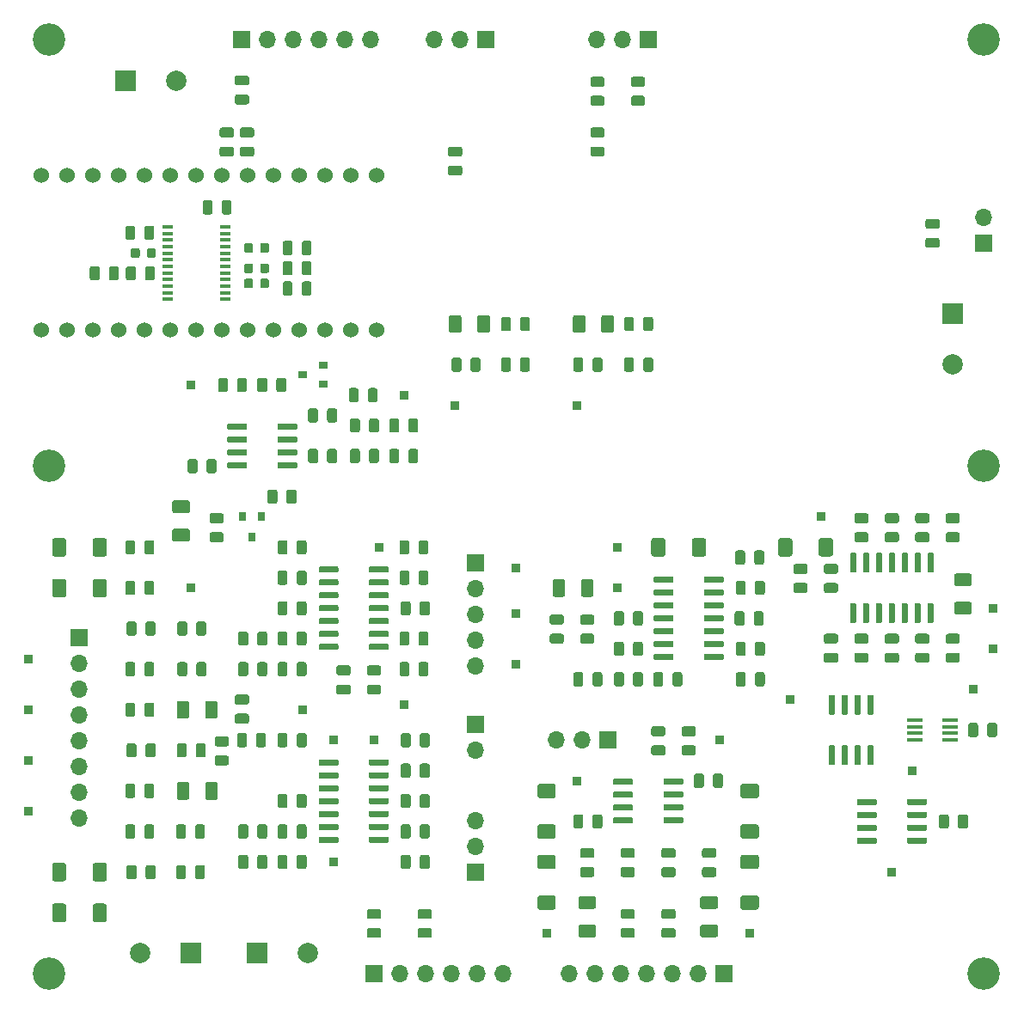
<source format=gts>
G04 #@! TF.GenerationSoftware,KiCad,Pcbnew,5.1.5+dfsg1-2build2*
G04 #@! TF.CreationDate,2020-07-09T14:01:37-04:00*
G04 #@! TF.ProjectId,processing,70726f63-6573-4736-996e-672e6b696361,rev?*
G04 #@! TF.SameCoordinates,Original*
G04 #@! TF.FileFunction,Soldermask,Top*
G04 #@! TF.FilePolarity,Negative*
%FSLAX46Y46*%
G04 Gerber Fmt 4.6, Leading zero omitted, Abs format (unit mm)*
G04 Created by KiCad (PCBNEW 5.1.5+dfsg1-2build2) date 2020-07-09 14:01:37*
%MOMM*%
%LPD*%
G04 APERTURE LIST*
%ADD10C,1.524000*%
%ADD11R,1.100000X0.400000*%
%ADD12C,0.100000*%
%ADD13C,3.200000*%
%ADD14R,0.850000X0.850000*%
%ADD15O,1.700000X1.700000*%
%ADD16R,1.700000X1.700000*%
%ADD17R,1.600000X0.300000*%
%ADD18R,0.800000X0.900000*%
%ADD19R,0.900000X0.800000*%
%ADD20C,2.000000*%
%ADD21R,2.000000X2.000000*%
G04 APERTURE END LIST*
D10*
X23220000Y-37380000D03*
X25760000Y-37380000D03*
X28300000Y-37380000D03*
X30840000Y-37380000D03*
X33380000Y-37380000D03*
X35920000Y-37380000D03*
X38460000Y-37380000D03*
X41000000Y-37380000D03*
X43540000Y-37380000D03*
X46080000Y-37380000D03*
X48620000Y-37380000D03*
X51160000Y-37380000D03*
X53700000Y-37380000D03*
X56240000Y-37380000D03*
X56240000Y-52620000D03*
X53700000Y-52620000D03*
X51160000Y-52620000D03*
X48620000Y-52620000D03*
X46080000Y-52620000D03*
X43540000Y-52620000D03*
X41000000Y-52620000D03*
X38460000Y-52620000D03*
X35920000Y-52620000D03*
X33380000Y-52620000D03*
X30840000Y-52620000D03*
X28300000Y-52620000D03*
X25760000Y-52620000D03*
X23220000Y-52620000D03*
D11*
X41350000Y-42425000D03*
X41350000Y-43075000D03*
X41350000Y-43725000D03*
X41350000Y-44375000D03*
X41350000Y-45025000D03*
X41350000Y-45675000D03*
X41350000Y-46325000D03*
X41350000Y-46975000D03*
X41350000Y-47625000D03*
X41350000Y-48275000D03*
X41350000Y-48925000D03*
X41350000Y-49575000D03*
X35650000Y-49575000D03*
X35650000Y-48925000D03*
X35650000Y-48275000D03*
X35650000Y-47625000D03*
X35650000Y-46975000D03*
X35650000Y-46325000D03*
X35650000Y-45675000D03*
X35650000Y-45025000D03*
X35650000Y-44375000D03*
X35650000Y-43725000D03*
X35650000Y-43075000D03*
X35650000Y-42425000D03*
D12*
G36*
X39892642Y-39801174D02*
G01*
X39916303Y-39804684D01*
X39939507Y-39810496D01*
X39962029Y-39818554D01*
X39983653Y-39828782D01*
X40004170Y-39841079D01*
X40023383Y-39855329D01*
X40041107Y-39871393D01*
X40057171Y-39889117D01*
X40071421Y-39908330D01*
X40083718Y-39928847D01*
X40093946Y-39950471D01*
X40102004Y-39972993D01*
X40107816Y-39996197D01*
X40111326Y-40019858D01*
X40112500Y-40043750D01*
X40112500Y-40956250D01*
X40111326Y-40980142D01*
X40107816Y-41003803D01*
X40102004Y-41027007D01*
X40093946Y-41049529D01*
X40083718Y-41071153D01*
X40071421Y-41091670D01*
X40057171Y-41110883D01*
X40041107Y-41128607D01*
X40023383Y-41144671D01*
X40004170Y-41158921D01*
X39983653Y-41171218D01*
X39962029Y-41181446D01*
X39939507Y-41189504D01*
X39916303Y-41195316D01*
X39892642Y-41198826D01*
X39868750Y-41200000D01*
X39381250Y-41200000D01*
X39357358Y-41198826D01*
X39333697Y-41195316D01*
X39310493Y-41189504D01*
X39287971Y-41181446D01*
X39266347Y-41171218D01*
X39245830Y-41158921D01*
X39226617Y-41144671D01*
X39208893Y-41128607D01*
X39192829Y-41110883D01*
X39178579Y-41091670D01*
X39166282Y-41071153D01*
X39156054Y-41049529D01*
X39147996Y-41027007D01*
X39142184Y-41003803D01*
X39138674Y-40980142D01*
X39137500Y-40956250D01*
X39137500Y-40043750D01*
X39138674Y-40019858D01*
X39142184Y-39996197D01*
X39147996Y-39972993D01*
X39156054Y-39950471D01*
X39166282Y-39928847D01*
X39178579Y-39908330D01*
X39192829Y-39889117D01*
X39208893Y-39871393D01*
X39226617Y-39855329D01*
X39245830Y-39841079D01*
X39266347Y-39828782D01*
X39287971Y-39818554D01*
X39310493Y-39810496D01*
X39333697Y-39804684D01*
X39357358Y-39801174D01*
X39381250Y-39800000D01*
X39868750Y-39800000D01*
X39892642Y-39801174D01*
G37*
G36*
X41767642Y-39801174D02*
G01*
X41791303Y-39804684D01*
X41814507Y-39810496D01*
X41837029Y-39818554D01*
X41858653Y-39828782D01*
X41879170Y-39841079D01*
X41898383Y-39855329D01*
X41916107Y-39871393D01*
X41932171Y-39889117D01*
X41946421Y-39908330D01*
X41958718Y-39928847D01*
X41968946Y-39950471D01*
X41977004Y-39972993D01*
X41982816Y-39996197D01*
X41986326Y-40019858D01*
X41987500Y-40043750D01*
X41987500Y-40956250D01*
X41986326Y-40980142D01*
X41982816Y-41003803D01*
X41977004Y-41027007D01*
X41968946Y-41049529D01*
X41958718Y-41071153D01*
X41946421Y-41091670D01*
X41932171Y-41110883D01*
X41916107Y-41128607D01*
X41898383Y-41144671D01*
X41879170Y-41158921D01*
X41858653Y-41171218D01*
X41837029Y-41181446D01*
X41814507Y-41189504D01*
X41791303Y-41195316D01*
X41767642Y-41198826D01*
X41743750Y-41200000D01*
X41256250Y-41200000D01*
X41232358Y-41198826D01*
X41208697Y-41195316D01*
X41185493Y-41189504D01*
X41162971Y-41181446D01*
X41141347Y-41171218D01*
X41120830Y-41158921D01*
X41101617Y-41144671D01*
X41083893Y-41128607D01*
X41067829Y-41110883D01*
X41053579Y-41091670D01*
X41041282Y-41071153D01*
X41031054Y-41049529D01*
X41022996Y-41027007D01*
X41017184Y-41003803D01*
X41013674Y-40980142D01*
X41012500Y-40956250D01*
X41012500Y-40043750D01*
X41013674Y-40019858D01*
X41017184Y-39996197D01*
X41022996Y-39972993D01*
X41031054Y-39950471D01*
X41041282Y-39928847D01*
X41053579Y-39908330D01*
X41067829Y-39889117D01*
X41083893Y-39871393D01*
X41101617Y-39855329D01*
X41120830Y-39841079D01*
X41141347Y-39828782D01*
X41162971Y-39818554D01*
X41185493Y-39810496D01*
X41208697Y-39804684D01*
X41232358Y-39801174D01*
X41256250Y-39800000D01*
X41743750Y-39800000D01*
X41767642Y-39801174D01*
G37*
G36*
X32740191Y-44526053D02*
G01*
X32761426Y-44529203D01*
X32782250Y-44534419D01*
X32802462Y-44541651D01*
X32821868Y-44550830D01*
X32840281Y-44561866D01*
X32857524Y-44574654D01*
X32873430Y-44589070D01*
X32887846Y-44604976D01*
X32900634Y-44622219D01*
X32911670Y-44640632D01*
X32920849Y-44660038D01*
X32928081Y-44680250D01*
X32933297Y-44701074D01*
X32936447Y-44722309D01*
X32937500Y-44743750D01*
X32937500Y-45256250D01*
X32936447Y-45277691D01*
X32933297Y-45298926D01*
X32928081Y-45319750D01*
X32920849Y-45339962D01*
X32911670Y-45359368D01*
X32900634Y-45377781D01*
X32887846Y-45395024D01*
X32873430Y-45410930D01*
X32857524Y-45425346D01*
X32840281Y-45438134D01*
X32821868Y-45449170D01*
X32802462Y-45458349D01*
X32782250Y-45465581D01*
X32761426Y-45470797D01*
X32740191Y-45473947D01*
X32718750Y-45475000D01*
X32281250Y-45475000D01*
X32259809Y-45473947D01*
X32238574Y-45470797D01*
X32217750Y-45465581D01*
X32197538Y-45458349D01*
X32178132Y-45449170D01*
X32159719Y-45438134D01*
X32142476Y-45425346D01*
X32126570Y-45410930D01*
X32112154Y-45395024D01*
X32099366Y-45377781D01*
X32088330Y-45359368D01*
X32079151Y-45339962D01*
X32071919Y-45319750D01*
X32066703Y-45298926D01*
X32063553Y-45277691D01*
X32062500Y-45256250D01*
X32062500Y-44743750D01*
X32063553Y-44722309D01*
X32066703Y-44701074D01*
X32071919Y-44680250D01*
X32079151Y-44660038D01*
X32088330Y-44640632D01*
X32099366Y-44622219D01*
X32112154Y-44604976D01*
X32126570Y-44589070D01*
X32142476Y-44574654D01*
X32159719Y-44561866D01*
X32178132Y-44550830D01*
X32197538Y-44541651D01*
X32217750Y-44534419D01*
X32238574Y-44529203D01*
X32259809Y-44526053D01*
X32281250Y-44525000D01*
X32718750Y-44525000D01*
X32740191Y-44526053D01*
G37*
G36*
X34315191Y-44526053D02*
G01*
X34336426Y-44529203D01*
X34357250Y-44534419D01*
X34377462Y-44541651D01*
X34396868Y-44550830D01*
X34415281Y-44561866D01*
X34432524Y-44574654D01*
X34448430Y-44589070D01*
X34462846Y-44604976D01*
X34475634Y-44622219D01*
X34486670Y-44640632D01*
X34495849Y-44660038D01*
X34503081Y-44680250D01*
X34508297Y-44701074D01*
X34511447Y-44722309D01*
X34512500Y-44743750D01*
X34512500Y-45256250D01*
X34511447Y-45277691D01*
X34508297Y-45298926D01*
X34503081Y-45319750D01*
X34495849Y-45339962D01*
X34486670Y-45359368D01*
X34475634Y-45377781D01*
X34462846Y-45395024D01*
X34448430Y-45410930D01*
X34432524Y-45425346D01*
X34415281Y-45438134D01*
X34396868Y-45449170D01*
X34377462Y-45458349D01*
X34357250Y-45465581D01*
X34336426Y-45470797D01*
X34315191Y-45473947D01*
X34293750Y-45475000D01*
X33856250Y-45475000D01*
X33834809Y-45473947D01*
X33813574Y-45470797D01*
X33792750Y-45465581D01*
X33772538Y-45458349D01*
X33753132Y-45449170D01*
X33734719Y-45438134D01*
X33717476Y-45425346D01*
X33701570Y-45410930D01*
X33687154Y-45395024D01*
X33674366Y-45377781D01*
X33663330Y-45359368D01*
X33654151Y-45339962D01*
X33646919Y-45319750D01*
X33641703Y-45298926D01*
X33638553Y-45277691D01*
X33637500Y-45256250D01*
X33637500Y-44743750D01*
X33638553Y-44722309D01*
X33641703Y-44701074D01*
X33646919Y-44680250D01*
X33654151Y-44660038D01*
X33663330Y-44640632D01*
X33674366Y-44622219D01*
X33687154Y-44604976D01*
X33701570Y-44589070D01*
X33717476Y-44574654D01*
X33734719Y-44561866D01*
X33753132Y-44550830D01*
X33772538Y-44541651D01*
X33792750Y-44534419D01*
X33813574Y-44529203D01*
X33834809Y-44526053D01*
X33856250Y-44525000D01*
X34293750Y-44525000D01*
X34315191Y-44526053D01*
G37*
G36*
X45465191Y-44026053D02*
G01*
X45486426Y-44029203D01*
X45507250Y-44034419D01*
X45527462Y-44041651D01*
X45546868Y-44050830D01*
X45565281Y-44061866D01*
X45582524Y-44074654D01*
X45598430Y-44089070D01*
X45612846Y-44104976D01*
X45625634Y-44122219D01*
X45636670Y-44140632D01*
X45645849Y-44160038D01*
X45653081Y-44180250D01*
X45658297Y-44201074D01*
X45661447Y-44222309D01*
X45662500Y-44243750D01*
X45662500Y-44756250D01*
X45661447Y-44777691D01*
X45658297Y-44798926D01*
X45653081Y-44819750D01*
X45645849Y-44839962D01*
X45636670Y-44859368D01*
X45625634Y-44877781D01*
X45612846Y-44895024D01*
X45598430Y-44910930D01*
X45582524Y-44925346D01*
X45565281Y-44938134D01*
X45546868Y-44949170D01*
X45527462Y-44958349D01*
X45507250Y-44965581D01*
X45486426Y-44970797D01*
X45465191Y-44973947D01*
X45443750Y-44975000D01*
X45006250Y-44975000D01*
X44984809Y-44973947D01*
X44963574Y-44970797D01*
X44942750Y-44965581D01*
X44922538Y-44958349D01*
X44903132Y-44949170D01*
X44884719Y-44938134D01*
X44867476Y-44925346D01*
X44851570Y-44910930D01*
X44837154Y-44895024D01*
X44824366Y-44877781D01*
X44813330Y-44859368D01*
X44804151Y-44839962D01*
X44796919Y-44819750D01*
X44791703Y-44798926D01*
X44788553Y-44777691D01*
X44787500Y-44756250D01*
X44787500Y-44243750D01*
X44788553Y-44222309D01*
X44791703Y-44201074D01*
X44796919Y-44180250D01*
X44804151Y-44160038D01*
X44813330Y-44140632D01*
X44824366Y-44122219D01*
X44837154Y-44104976D01*
X44851570Y-44089070D01*
X44867476Y-44074654D01*
X44884719Y-44061866D01*
X44903132Y-44050830D01*
X44922538Y-44041651D01*
X44942750Y-44034419D01*
X44963574Y-44029203D01*
X44984809Y-44026053D01*
X45006250Y-44025000D01*
X45443750Y-44025000D01*
X45465191Y-44026053D01*
G37*
G36*
X43890191Y-44026053D02*
G01*
X43911426Y-44029203D01*
X43932250Y-44034419D01*
X43952462Y-44041651D01*
X43971868Y-44050830D01*
X43990281Y-44061866D01*
X44007524Y-44074654D01*
X44023430Y-44089070D01*
X44037846Y-44104976D01*
X44050634Y-44122219D01*
X44061670Y-44140632D01*
X44070849Y-44160038D01*
X44078081Y-44180250D01*
X44083297Y-44201074D01*
X44086447Y-44222309D01*
X44087500Y-44243750D01*
X44087500Y-44756250D01*
X44086447Y-44777691D01*
X44083297Y-44798926D01*
X44078081Y-44819750D01*
X44070849Y-44839962D01*
X44061670Y-44859368D01*
X44050634Y-44877781D01*
X44037846Y-44895024D01*
X44023430Y-44910930D01*
X44007524Y-44925346D01*
X43990281Y-44938134D01*
X43971868Y-44949170D01*
X43952462Y-44958349D01*
X43932250Y-44965581D01*
X43911426Y-44970797D01*
X43890191Y-44973947D01*
X43868750Y-44975000D01*
X43431250Y-44975000D01*
X43409809Y-44973947D01*
X43388574Y-44970797D01*
X43367750Y-44965581D01*
X43347538Y-44958349D01*
X43328132Y-44949170D01*
X43309719Y-44938134D01*
X43292476Y-44925346D01*
X43276570Y-44910930D01*
X43262154Y-44895024D01*
X43249366Y-44877781D01*
X43238330Y-44859368D01*
X43229151Y-44839962D01*
X43221919Y-44819750D01*
X43216703Y-44798926D01*
X43213553Y-44777691D01*
X43212500Y-44756250D01*
X43212500Y-44243750D01*
X43213553Y-44222309D01*
X43216703Y-44201074D01*
X43221919Y-44180250D01*
X43229151Y-44160038D01*
X43238330Y-44140632D01*
X43249366Y-44122219D01*
X43262154Y-44104976D01*
X43276570Y-44089070D01*
X43292476Y-44074654D01*
X43309719Y-44061866D01*
X43328132Y-44050830D01*
X43347538Y-44041651D01*
X43367750Y-44034419D01*
X43388574Y-44029203D01*
X43409809Y-44026053D01*
X43431250Y-44025000D01*
X43868750Y-44025000D01*
X43890191Y-44026053D01*
G37*
G36*
X43890191Y-47526053D02*
G01*
X43911426Y-47529203D01*
X43932250Y-47534419D01*
X43952462Y-47541651D01*
X43971868Y-47550830D01*
X43990281Y-47561866D01*
X44007524Y-47574654D01*
X44023430Y-47589070D01*
X44037846Y-47604976D01*
X44050634Y-47622219D01*
X44061670Y-47640632D01*
X44070849Y-47660038D01*
X44078081Y-47680250D01*
X44083297Y-47701074D01*
X44086447Y-47722309D01*
X44087500Y-47743750D01*
X44087500Y-48256250D01*
X44086447Y-48277691D01*
X44083297Y-48298926D01*
X44078081Y-48319750D01*
X44070849Y-48339962D01*
X44061670Y-48359368D01*
X44050634Y-48377781D01*
X44037846Y-48395024D01*
X44023430Y-48410930D01*
X44007524Y-48425346D01*
X43990281Y-48438134D01*
X43971868Y-48449170D01*
X43952462Y-48458349D01*
X43932250Y-48465581D01*
X43911426Y-48470797D01*
X43890191Y-48473947D01*
X43868750Y-48475000D01*
X43431250Y-48475000D01*
X43409809Y-48473947D01*
X43388574Y-48470797D01*
X43367750Y-48465581D01*
X43347538Y-48458349D01*
X43328132Y-48449170D01*
X43309719Y-48438134D01*
X43292476Y-48425346D01*
X43276570Y-48410930D01*
X43262154Y-48395024D01*
X43249366Y-48377781D01*
X43238330Y-48359368D01*
X43229151Y-48339962D01*
X43221919Y-48319750D01*
X43216703Y-48298926D01*
X43213553Y-48277691D01*
X43212500Y-48256250D01*
X43212500Y-47743750D01*
X43213553Y-47722309D01*
X43216703Y-47701074D01*
X43221919Y-47680250D01*
X43229151Y-47660038D01*
X43238330Y-47640632D01*
X43249366Y-47622219D01*
X43262154Y-47604976D01*
X43276570Y-47589070D01*
X43292476Y-47574654D01*
X43309719Y-47561866D01*
X43328132Y-47550830D01*
X43347538Y-47541651D01*
X43367750Y-47534419D01*
X43388574Y-47529203D01*
X43409809Y-47526053D01*
X43431250Y-47525000D01*
X43868750Y-47525000D01*
X43890191Y-47526053D01*
G37*
G36*
X45465191Y-47526053D02*
G01*
X45486426Y-47529203D01*
X45507250Y-47534419D01*
X45527462Y-47541651D01*
X45546868Y-47550830D01*
X45565281Y-47561866D01*
X45582524Y-47574654D01*
X45598430Y-47589070D01*
X45612846Y-47604976D01*
X45625634Y-47622219D01*
X45636670Y-47640632D01*
X45645849Y-47660038D01*
X45653081Y-47680250D01*
X45658297Y-47701074D01*
X45661447Y-47722309D01*
X45662500Y-47743750D01*
X45662500Y-48256250D01*
X45661447Y-48277691D01*
X45658297Y-48298926D01*
X45653081Y-48319750D01*
X45645849Y-48339962D01*
X45636670Y-48359368D01*
X45625634Y-48377781D01*
X45612846Y-48395024D01*
X45598430Y-48410930D01*
X45582524Y-48425346D01*
X45565281Y-48438134D01*
X45546868Y-48449170D01*
X45527462Y-48458349D01*
X45507250Y-48465581D01*
X45486426Y-48470797D01*
X45465191Y-48473947D01*
X45443750Y-48475000D01*
X45006250Y-48475000D01*
X44984809Y-48473947D01*
X44963574Y-48470797D01*
X44942750Y-48465581D01*
X44922538Y-48458349D01*
X44903132Y-48449170D01*
X44884719Y-48438134D01*
X44867476Y-48425346D01*
X44851570Y-48410930D01*
X44837154Y-48395024D01*
X44824366Y-48377781D01*
X44813330Y-48359368D01*
X44804151Y-48339962D01*
X44796919Y-48319750D01*
X44791703Y-48298926D01*
X44788553Y-48277691D01*
X44787500Y-48256250D01*
X44787500Y-47743750D01*
X44788553Y-47722309D01*
X44791703Y-47701074D01*
X44796919Y-47680250D01*
X44804151Y-47660038D01*
X44813330Y-47640632D01*
X44824366Y-47622219D01*
X44837154Y-47604976D01*
X44851570Y-47589070D01*
X44867476Y-47574654D01*
X44884719Y-47561866D01*
X44903132Y-47550830D01*
X44922538Y-47541651D01*
X44942750Y-47534419D01*
X44963574Y-47529203D01*
X44984809Y-47526053D01*
X45006250Y-47525000D01*
X45443750Y-47525000D01*
X45465191Y-47526053D01*
G37*
G36*
X45465191Y-46026053D02*
G01*
X45486426Y-46029203D01*
X45507250Y-46034419D01*
X45527462Y-46041651D01*
X45546868Y-46050830D01*
X45565281Y-46061866D01*
X45582524Y-46074654D01*
X45598430Y-46089070D01*
X45612846Y-46104976D01*
X45625634Y-46122219D01*
X45636670Y-46140632D01*
X45645849Y-46160038D01*
X45653081Y-46180250D01*
X45658297Y-46201074D01*
X45661447Y-46222309D01*
X45662500Y-46243750D01*
X45662500Y-46756250D01*
X45661447Y-46777691D01*
X45658297Y-46798926D01*
X45653081Y-46819750D01*
X45645849Y-46839962D01*
X45636670Y-46859368D01*
X45625634Y-46877781D01*
X45612846Y-46895024D01*
X45598430Y-46910930D01*
X45582524Y-46925346D01*
X45565281Y-46938134D01*
X45546868Y-46949170D01*
X45527462Y-46958349D01*
X45507250Y-46965581D01*
X45486426Y-46970797D01*
X45465191Y-46973947D01*
X45443750Y-46975000D01*
X45006250Y-46975000D01*
X44984809Y-46973947D01*
X44963574Y-46970797D01*
X44942750Y-46965581D01*
X44922538Y-46958349D01*
X44903132Y-46949170D01*
X44884719Y-46938134D01*
X44867476Y-46925346D01*
X44851570Y-46910930D01*
X44837154Y-46895024D01*
X44824366Y-46877781D01*
X44813330Y-46859368D01*
X44804151Y-46839962D01*
X44796919Y-46819750D01*
X44791703Y-46798926D01*
X44788553Y-46777691D01*
X44787500Y-46756250D01*
X44787500Y-46243750D01*
X44788553Y-46222309D01*
X44791703Y-46201074D01*
X44796919Y-46180250D01*
X44804151Y-46160038D01*
X44813330Y-46140632D01*
X44824366Y-46122219D01*
X44837154Y-46104976D01*
X44851570Y-46089070D01*
X44867476Y-46074654D01*
X44884719Y-46061866D01*
X44903132Y-46050830D01*
X44922538Y-46041651D01*
X44942750Y-46034419D01*
X44963574Y-46029203D01*
X44984809Y-46026053D01*
X45006250Y-46025000D01*
X45443750Y-46025000D01*
X45465191Y-46026053D01*
G37*
G36*
X43890191Y-46026053D02*
G01*
X43911426Y-46029203D01*
X43932250Y-46034419D01*
X43952462Y-46041651D01*
X43971868Y-46050830D01*
X43990281Y-46061866D01*
X44007524Y-46074654D01*
X44023430Y-46089070D01*
X44037846Y-46104976D01*
X44050634Y-46122219D01*
X44061670Y-46140632D01*
X44070849Y-46160038D01*
X44078081Y-46180250D01*
X44083297Y-46201074D01*
X44086447Y-46222309D01*
X44087500Y-46243750D01*
X44087500Y-46756250D01*
X44086447Y-46777691D01*
X44083297Y-46798926D01*
X44078081Y-46819750D01*
X44070849Y-46839962D01*
X44061670Y-46859368D01*
X44050634Y-46877781D01*
X44037846Y-46895024D01*
X44023430Y-46910930D01*
X44007524Y-46925346D01*
X43990281Y-46938134D01*
X43971868Y-46949170D01*
X43952462Y-46958349D01*
X43932250Y-46965581D01*
X43911426Y-46970797D01*
X43890191Y-46973947D01*
X43868750Y-46975000D01*
X43431250Y-46975000D01*
X43409809Y-46973947D01*
X43388574Y-46970797D01*
X43367750Y-46965581D01*
X43347538Y-46958349D01*
X43328132Y-46949170D01*
X43309719Y-46938134D01*
X43292476Y-46925346D01*
X43276570Y-46910930D01*
X43262154Y-46895024D01*
X43249366Y-46877781D01*
X43238330Y-46859368D01*
X43229151Y-46839962D01*
X43221919Y-46819750D01*
X43216703Y-46798926D01*
X43213553Y-46777691D01*
X43212500Y-46756250D01*
X43212500Y-46243750D01*
X43213553Y-46222309D01*
X43216703Y-46201074D01*
X43221919Y-46180250D01*
X43229151Y-46160038D01*
X43238330Y-46140632D01*
X43249366Y-46122219D01*
X43262154Y-46104976D01*
X43276570Y-46089070D01*
X43292476Y-46074654D01*
X43309719Y-46061866D01*
X43328132Y-46050830D01*
X43347538Y-46041651D01*
X43367750Y-46034419D01*
X43388574Y-46029203D01*
X43409809Y-46026053D01*
X43431250Y-46025000D01*
X43868750Y-46025000D01*
X43890191Y-46026053D01*
G37*
G36*
X64480142Y-34513674D02*
G01*
X64503803Y-34517184D01*
X64527007Y-34522996D01*
X64549529Y-34531054D01*
X64571153Y-34541282D01*
X64591670Y-34553579D01*
X64610883Y-34567829D01*
X64628607Y-34583893D01*
X64644671Y-34601617D01*
X64658921Y-34620830D01*
X64671218Y-34641347D01*
X64681446Y-34662971D01*
X64689504Y-34685493D01*
X64695316Y-34708697D01*
X64698826Y-34732358D01*
X64700000Y-34756250D01*
X64700000Y-35243750D01*
X64698826Y-35267642D01*
X64695316Y-35291303D01*
X64689504Y-35314507D01*
X64681446Y-35337029D01*
X64671218Y-35358653D01*
X64658921Y-35379170D01*
X64644671Y-35398383D01*
X64628607Y-35416107D01*
X64610883Y-35432171D01*
X64591670Y-35446421D01*
X64571153Y-35458718D01*
X64549529Y-35468946D01*
X64527007Y-35477004D01*
X64503803Y-35482816D01*
X64480142Y-35486326D01*
X64456250Y-35487500D01*
X63543750Y-35487500D01*
X63519858Y-35486326D01*
X63496197Y-35482816D01*
X63472993Y-35477004D01*
X63450471Y-35468946D01*
X63428847Y-35458718D01*
X63408330Y-35446421D01*
X63389117Y-35432171D01*
X63371393Y-35416107D01*
X63355329Y-35398383D01*
X63341079Y-35379170D01*
X63328782Y-35358653D01*
X63318554Y-35337029D01*
X63310496Y-35314507D01*
X63304684Y-35291303D01*
X63301174Y-35267642D01*
X63300000Y-35243750D01*
X63300000Y-34756250D01*
X63301174Y-34732358D01*
X63304684Y-34708697D01*
X63310496Y-34685493D01*
X63318554Y-34662971D01*
X63328782Y-34641347D01*
X63341079Y-34620830D01*
X63355329Y-34601617D01*
X63371393Y-34583893D01*
X63389117Y-34567829D01*
X63408330Y-34553579D01*
X63428847Y-34541282D01*
X63450471Y-34531054D01*
X63472993Y-34522996D01*
X63496197Y-34517184D01*
X63519858Y-34513674D01*
X63543750Y-34512500D01*
X64456250Y-34512500D01*
X64480142Y-34513674D01*
G37*
G36*
X64480142Y-36388674D02*
G01*
X64503803Y-36392184D01*
X64527007Y-36397996D01*
X64549529Y-36406054D01*
X64571153Y-36416282D01*
X64591670Y-36428579D01*
X64610883Y-36442829D01*
X64628607Y-36458893D01*
X64644671Y-36476617D01*
X64658921Y-36495830D01*
X64671218Y-36516347D01*
X64681446Y-36537971D01*
X64689504Y-36560493D01*
X64695316Y-36583697D01*
X64698826Y-36607358D01*
X64700000Y-36631250D01*
X64700000Y-37118750D01*
X64698826Y-37142642D01*
X64695316Y-37166303D01*
X64689504Y-37189507D01*
X64681446Y-37212029D01*
X64671218Y-37233653D01*
X64658921Y-37254170D01*
X64644671Y-37273383D01*
X64628607Y-37291107D01*
X64610883Y-37307171D01*
X64591670Y-37321421D01*
X64571153Y-37333718D01*
X64549529Y-37343946D01*
X64527007Y-37352004D01*
X64503803Y-37357816D01*
X64480142Y-37361326D01*
X64456250Y-37362500D01*
X63543750Y-37362500D01*
X63519858Y-37361326D01*
X63496197Y-37357816D01*
X63472993Y-37352004D01*
X63450471Y-37343946D01*
X63428847Y-37333718D01*
X63408330Y-37321421D01*
X63389117Y-37307171D01*
X63371393Y-37291107D01*
X63355329Y-37273383D01*
X63341079Y-37254170D01*
X63328782Y-37233653D01*
X63318554Y-37212029D01*
X63310496Y-37189507D01*
X63304684Y-37166303D01*
X63301174Y-37142642D01*
X63300000Y-37118750D01*
X63300000Y-36631250D01*
X63301174Y-36607358D01*
X63304684Y-36583697D01*
X63310496Y-36560493D01*
X63318554Y-36537971D01*
X63328782Y-36516347D01*
X63341079Y-36495830D01*
X63355329Y-36476617D01*
X63371393Y-36458893D01*
X63389117Y-36442829D01*
X63408330Y-36428579D01*
X63428847Y-36416282D01*
X63450471Y-36406054D01*
X63472993Y-36397996D01*
X63496197Y-36392184D01*
X63519858Y-36388674D01*
X63543750Y-36387500D01*
X64456250Y-36387500D01*
X64480142Y-36388674D01*
G37*
G36*
X114267642Y-100301174D02*
G01*
X114291303Y-100304684D01*
X114314507Y-100310496D01*
X114337029Y-100318554D01*
X114358653Y-100328782D01*
X114379170Y-100341079D01*
X114398383Y-100355329D01*
X114416107Y-100371393D01*
X114432171Y-100389117D01*
X114446421Y-100408330D01*
X114458718Y-100428847D01*
X114468946Y-100450471D01*
X114477004Y-100472993D01*
X114482816Y-100496197D01*
X114486326Y-100519858D01*
X114487500Y-100543750D01*
X114487500Y-101456250D01*
X114486326Y-101480142D01*
X114482816Y-101503803D01*
X114477004Y-101527007D01*
X114468946Y-101549529D01*
X114458718Y-101571153D01*
X114446421Y-101591670D01*
X114432171Y-101610883D01*
X114416107Y-101628607D01*
X114398383Y-101644671D01*
X114379170Y-101658921D01*
X114358653Y-101671218D01*
X114337029Y-101681446D01*
X114314507Y-101689504D01*
X114291303Y-101695316D01*
X114267642Y-101698826D01*
X114243750Y-101700000D01*
X113756250Y-101700000D01*
X113732358Y-101698826D01*
X113708697Y-101695316D01*
X113685493Y-101689504D01*
X113662971Y-101681446D01*
X113641347Y-101671218D01*
X113620830Y-101658921D01*
X113601617Y-101644671D01*
X113583893Y-101628607D01*
X113567829Y-101610883D01*
X113553579Y-101591670D01*
X113541282Y-101571153D01*
X113531054Y-101549529D01*
X113522996Y-101527007D01*
X113517184Y-101503803D01*
X113513674Y-101480142D01*
X113512500Y-101456250D01*
X113512500Y-100543750D01*
X113513674Y-100519858D01*
X113517184Y-100496197D01*
X113522996Y-100472993D01*
X113531054Y-100450471D01*
X113541282Y-100428847D01*
X113553579Y-100408330D01*
X113567829Y-100389117D01*
X113583893Y-100371393D01*
X113601617Y-100355329D01*
X113620830Y-100341079D01*
X113641347Y-100328782D01*
X113662971Y-100318554D01*
X113685493Y-100310496D01*
X113708697Y-100304684D01*
X113732358Y-100301174D01*
X113756250Y-100300000D01*
X114243750Y-100300000D01*
X114267642Y-100301174D01*
G37*
G36*
X112392642Y-100301174D02*
G01*
X112416303Y-100304684D01*
X112439507Y-100310496D01*
X112462029Y-100318554D01*
X112483653Y-100328782D01*
X112504170Y-100341079D01*
X112523383Y-100355329D01*
X112541107Y-100371393D01*
X112557171Y-100389117D01*
X112571421Y-100408330D01*
X112583718Y-100428847D01*
X112593946Y-100450471D01*
X112602004Y-100472993D01*
X112607816Y-100496197D01*
X112611326Y-100519858D01*
X112612500Y-100543750D01*
X112612500Y-101456250D01*
X112611326Y-101480142D01*
X112607816Y-101503803D01*
X112602004Y-101527007D01*
X112593946Y-101549529D01*
X112583718Y-101571153D01*
X112571421Y-101591670D01*
X112557171Y-101610883D01*
X112541107Y-101628607D01*
X112523383Y-101644671D01*
X112504170Y-101658921D01*
X112483653Y-101671218D01*
X112462029Y-101681446D01*
X112439507Y-101689504D01*
X112416303Y-101695316D01*
X112392642Y-101698826D01*
X112368750Y-101700000D01*
X111881250Y-101700000D01*
X111857358Y-101698826D01*
X111833697Y-101695316D01*
X111810493Y-101689504D01*
X111787971Y-101681446D01*
X111766347Y-101671218D01*
X111745830Y-101658921D01*
X111726617Y-101644671D01*
X111708893Y-101628607D01*
X111692829Y-101610883D01*
X111678579Y-101591670D01*
X111666282Y-101571153D01*
X111656054Y-101549529D01*
X111647996Y-101527007D01*
X111642184Y-101503803D01*
X111638674Y-101480142D01*
X111637500Y-101456250D01*
X111637500Y-100543750D01*
X111638674Y-100519858D01*
X111642184Y-100496197D01*
X111647996Y-100472993D01*
X111656054Y-100450471D01*
X111666282Y-100428847D01*
X111678579Y-100408330D01*
X111692829Y-100389117D01*
X111708893Y-100371393D01*
X111726617Y-100355329D01*
X111745830Y-100341079D01*
X111766347Y-100328782D01*
X111787971Y-100318554D01*
X111810493Y-100310496D01*
X111833697Y-100304684D01*
X111857358Y-100301174D01*
X111881250Y-100300000D01*
X112368750Y-100300000D01*
X112392642Y-100301174D01*
G37*
D13*
X24000000Y-66000000D03*
X116000000Y-66000000D03*
X116000000Y-24000000D03*
X24000000Y-116000000D03*
X116000000Y-116000000D03*
X24000000Y-24000000D03*
D12*
G36*
X43364703Y-65605722D02*
G01*
X43379264Y-65607882D01*
X43393543Y-65611459D01*
X43407403Y-65616418D01*
X43420710Y-65622712D01*
X43433336Y-65630280D01*
X43445159Y-65639048D01*
X43456066Y-65648934D01*
X43465952Y-65659841D01*
X43474720Y-65671664D01*
X43482288Y-65684290D01*
X43488582Y-65697597D01*
X43493541Y-65711457D01*
X43497118Y-65725736D01*
X43499278Y-65740297D01*
X43500000Y-65755000D01*
X43500000Y-66055000D01*
X43499278Y-66069703D01*
X43497118Y-66084264D01*
X43493541Y-66098543D01*
X43488582Y-66112403D01*
X43482288Y-66125710D01*
X43474720Y-66138336D01*
X43465952Y-66150159D01*
X43456066Y-66161066D01*
X43445159Y-66170952D01*
X43433336Y-66179720D01*
X43420710Y-66187288D01*
X43407403Y-66193582D01*
X43393543Y-66198541D01*
X43379264Y-66202118D01*
X43364703Y-66204278D01*
X43350000Y-66205000D01*
X41700000Y-66205000D01*
X41685297Y-66204278D01*
X41670736Y-66202118D01*
X41656457Y-66198541D01*
X41642597Y-66193582D01*
X41629290Y-66187288D01*
X41616664Y-66179720D01*
X41604841Y-66170952D01*
X41593934Y-66161066D01*
X41584048Y-66150159D01*
X41575280Y-66138336D01*
X41567712Y-66125710D01*
X41561418Y-66112403D01*
X41556459Y-66098543D01*
X41552882Y-66084264D01*
X41550722Y-66069703D01*
X41550000Y-66055000D01*
X41550000Y-65755000D01*
X41550722Y-65740297D01*
X41552882Y-65725736D01*
X41556459Y-65711457D01*
X41561418Y-65697597D01*
X41567712Y-65684290D01*
X41575280Y-65671664D01*
X41584048Y-65659841D01*
X41593934Y-65648934D01*
X41604841Y-65639048D01*
X41616664Y-65630280D01*
X41629290Y-65622712D01*
X41642597Y-65616418D01*
X41656457Y-65611459D01*
X41670736Y-65607882D01*
X41685297Y-65605722D01*
X41700000Y-65605000D01*
X43350000Y-65605000D01*
X43364703Y-65605722D01*
G37*
G36*
X43364703Y-64335722D02*
G01*
X43379264Y-64337882D01*
X43393543Y-64341459D01*
X43407403Y-64346418D01*
X43420710Y-64352712D01*
X43433336Y-64360280D01*
X43445159Y-64369048D01*
X43456066Y-64378934D01*
X43465952Y-64389841D01*
X43474720Y-64401664D01*
X43482288Y-64414290D01*
X43488582Y-64427597D01*
X43493541Y-64441457D01*
X43497118Y-64455736D01*
X43499278Y-64470297D01*
X43500000Y-64485000D01*
X43500000Y-64785000D01*
X43499278Y-64799703D01*
X43497118Y-64814264D01*
X43493541Y-64828543D01*
X43488582Y-64842403D01*
X43482288Y-64855710D01*
X43474720Y-64868336D01*
X43465952Y-64880159D01*
X43456066Y-64891066D01*
X43445159Y-64900952D01*
X43433336Y-64909720D01*
X43420710Y-64917288D01*
X43407403Y-64923582D01*
X43393543Y-64928541D01*
X43379264Y-64932118D01*
X43364703Y-64934278D01*
X43350000Y-64935000D01*
X41700000Y-64935000D01*
X41685297Y-64934278D01*
X41670736Y-64932118D01*
X41656457Y-64928541D01*
X41642597Y-64923582D01*
X41629290Y-64917288D01*
X41616664Y-64909720D01*
X41604841Y-64900952D01*
X41593934Y-64891066D01*
X41584048Y-64880159D01*
X41575280Y-64868336D01*
X41567712Y-64855710D01*
X41561418Y-64842403D01*
X41556459Y-64828543D01*
X41552882Y-64814264D01*
X41550722Y-64799703D01*
X41550000Y-64785000D01*
X41550000Y-64485000D01*
X41550722Y-64470297D01*
X41552882Y-64455736D01*
X41556459Y-64441457D01*
X41561418Y-64427597D01*
X41567712Y-64414290D01*
X41575280Y-64401664D01*
X41584048Y-64389841D01*
X41593934Y-64378934D01*
X41604841Y-64369048D01*
X41616664Y-64360280D01*
X41629290Y-64352712D01*
X41642597Y-64346418D01*
X41656457Y-64341459D01*
X41670736Y-64337882D01*
X41685297Y-64335722D01*
X41700000Y-64335000D01*
X43350000Y-64335000D01*
X43364703Y-64335722D01*
G37*
G36*
X43364703Y-63065722D02*
G01*
X43379264Y-63067882D01*
X43393543Y-63071459D01*
X43407403Y-63076418D01*
X43420710Y-63082712D01*
X43433336Y-63090280D01*
X43445159Y-63099048D01*
X43456066Y-63108934D01*
X43465952Y-63119841D01*
X43474720Y-63131664D01*
X43482288Y-63144290D01*
X43488582Y-63157597D01*
X43493541Y-63171457D01*
X43497118Y-63185736D01*
X43499278Y-63200297D01*
X43500000Y-63215000D01*
X43500000Y-63515000D01*
X43499278Y-63529703D01*
X43497118Y-63544264D01*
X43493541Y-63558543D01*
X43488582Y-63572403D01*
X43482288Y-63585710D01*
X43474720Y-63598336D01*
X43465952Y-63610159D01*
X43456066Y-63621066D01*
X43445159Y-63630952D01*
X43433336Y-63639720D01*
X43420710Y-63647288D01*
X43407403Y-63653582D01*
X43393543Y-63658541D01*
X43379264Y-63662118D01*
X43364703Y-63664278D01*
X43350000Y-63665000D01*
X41700000Y-63665000D01*
X41685297Y-63664278D01*
X41670736Y-63662118D01*
X41656457Y-63658541D01*
X41642597Y-63653582D01*
X41629290Y-63647288D01*
X41616664Y-63639720D01*
X41604841Y-63630952D01*
X41593934Y-63621066D01*
X41584048Y-63610159D01*
X41575280Y-63598336D01*
X41567712Y-63585710D01*
X41561418Y-63572403D01*
X41556459Y-63558543D01*
X41552882Y-63544264D01*
X41550722Y-63529703D01*
X41550000Y-63515000D01*
X41550000Y-63215000D01*
X41550722Y-63200297D01*
X41552882Y-63185736D01*
X41556459Y-63171457D01*
X41561418Y-63157597D01*
X41567712Y-63144290D01*
X41575280Y-63131664D01*
X41584048Y-63119841D01*
X41593934Y-63108934D01*
X41604841Y-63099048D01*
X41616664Y-63090280D01*
X41629290Y-63082712D01*
X41642597Y-63076418D01*
X41656457Y-63071459D01*
X41670736Y-63067882D01*
X41685297Y-63065722D01*
X41700000Y-63065000D01*
X43350000Y-63065000D01*
X43364703Y-63065722D01*
G37*
G36*
X43364703Y-61795722D02*
G01*
X43379264Y-61797882D01*
X43393543Y-61801459D01*
X43407403Y-61806418D01*
X43420710Y-61812712D01*
X43433336Y-61820280D01*
X43445159Y-61829048D01*
X43456066Y-61838934D01*
X43465952Y-61849841D01*
X43474720Y-61861664D01*
X43482288Y-61874290D01*
X43488582Y-61887597D01*
X43493541Y-61901457D01*
X43497118Y-61915736D01*
X43499278Y-61930297D01*
X43500000Y-61945000D01*
X43500000Y-62245000D01*
X43499278Y-62259703D01*
X43497118Y-62274264D01*
X43493541Y-62288543D01*
X43488582Y-62302403D01*
X43482288Y-62315710D01*
X43474720Y-62328336D01*
X43465952Y-62340159D01*
X43456066Y-62351066D01*
X43445159Y-62360952D01*
X43433336Y-62369720D01*
X43420710Y-62377288D01*
X43407403Y-62383582D01*
X43393543Y-62388541D01*
X43379264Y-62392118D01*
X43364703Y-62394278D01*
X43350000Y-62395000D01*
X41700000Y-62395000D01*
X41685297Y-62394278D01*
X41670736Y-62392118D01*
X41656457Y-62388541D01*
X41642597Y-62383582D01*
X41629290Y-62377288D01*
X41616664Y-62369720D01*
X41604841Y-62360952D01*
X41593934Y-62351066D01*
X41584048Y-62340159D01*
X41575280Y-62328336D01*
X41567712Y-62315710D01*
X41561418Y-62302403D01*
X41556459Y-62288543D01*
X41552882Y-62274264D01*
X41550722Y-62259703D01*
X41550000Y-62245000D01*
X41550000Y-61945000D01*
X41550722Y-61930297D01*
X41552882Y-61915736D01*
X41556459Y-61901457D01*
X41561418Y-61887597D01*
X41567712Y-61874290D01*
X41575280Y-61861664D01*
X41584048Y-61849841D01*
X41593934Y-61838934D01*
X41604841Y-61829048D01*
X41616664Y-61820280D01*
X41629290Y-61812712D01*
X41642597Y-61806418D01*
X41656457Y-61801459D01*
X41670736Y-61797882D01*
X41685297Y-61795722D01*
X41700000Y-61795000D01*
X43350000Y-61795000D01*
X43364703Y-61795722D01*
G37*
G36*
X48314703Y-61795722D02*
G01*
X48329264Y-61797882D01*
X48343543Y-61801459D01*
X48357403Y-61806418D01*
X48370710Y-61812712D01*
X48383336Y-61820280D01*
X48395159Y-61829048D01*
X48406066Y-61838934D01*
X48415952Y-61849841D01*
X48424720Y-61861664D01*
X48432288Y-61874290D01*
X48438582Y-61887597D01*
X48443541Y-61901457D01*
X48447118Y-61915736D01*
X48449278Y-61930297D01*
X48450000Y-61945000D01*
X48450000Y-62245000D01*
X48449278Y-62259703D01*
X48447118Y-62274264D01*
X48443541Y-62288543D01*
X48438582Y-62302403D01*
X48432288Y-62315710D01*
X48424720Y-62328336D01*
X48415952Y-62340159D01*
X48406066Y-62351066D01*
X48395159Y-62360952D01*
X48383336Y-62369720D01*
X48370710Y-62377288D01*
X48357403Y-62383582D01*
X48343543Y-62388541D01*
X48329264Y-62392118D01*
X48314703Y-62394278D01*
X48300000Y-62395000D01*
X46650000Y-62395000D01*
X46635297Y-62394278D01*
X46620736Y-62392118D01*
X46606457Y-62388541D01*
X46592597Y-62383582D01*
X46579290Y-62377288D01*
X46566664Y-62369720D01*
X46554841Y-62360952D01*
X46543934Y-62351066D01*
X46534048Y-62340159D01*
X46525280Y-62328336D01*
X46517712Y-62315710D01*
X46511418Y-62302403D01*
X46506459Y-62288543D01*
X46502882Y-62274264D01*
X46500722Y-62259703D01*
X46500000Y-62245000D01*
X46500000Y-61945000D01*
X46500722Y-61930297D01*
X46502882Y-61915736D01*
X46506459Y-61901457D01*
X46511418Y-61887597D01*
X46517712Y-61874290D01*
X46525280Y-61861664D01*
X46534048Y-61849841D01*
X46543934Y-61838934D01*
X46554841Y-61829048D01*
X46566664Y-61820280D01*
X46579290Y-61812712D01*
X46592597Y-61806418D01*
X46606457Y-61801459D01*
X46620736Y-61797882D01*
X46635297Y-61795722D01*
X46650000Y-61795000D01*
X48300000Y-61795000D01*
X48314703Y-61795722D01*
G37*
G36*
X48314703Y-63065722D02*
G01*
X48329264Y-63067882D01*
X48343543Y-63071459D01*
X48357403Y-63076418D01*
X48370710Y-63082712D01*
X48383336Y-63090280D01*
X48395159Y-63099048D01*
X48406066Y-63108934D01*
X48415952Y-63119841D01*
X48424720Y-63131664D01*
X48432288Y-63144290D01*
X48438582Y-63157597D01*
X48443541Y-63171457D01*
X48447118Y-63185736D01*
X48449278Y-63200297D01*
X48450000Y-63215000D01*
X48450000Y-63515000D01*
X48449278Y-63529703D01*
X48447118Y-63544264D01*
X48443541Y-63558543D01*
X48438582Y-63572403D01*
X48432288Y-63585710D01*
X48424720Y-63598336D01*
X48415952Y-63610159D01*
X48406066Y-63621066D01*
X48395159Y-63630952D01*
X48383336Y-63639720D01*
X48370710Y-63647288D01*
X48357403Y-63653582D01*
X48343543Y-63658541D01*
X48329264Y-63662118D01*
X48314703Y-63664278D01*
X48300000Y-63665000D01*
X46650000Y-63665000D01*
X46635297Y-63664278D01*
X46620736Y-63662118D01*
X46606457Y-63658541D01*
X46592597Y-63653582D01*
X46579290Y-63647288D01*
X46566664Y-63639720D01*
X46554841Y-63630952D01*
X46543934Y-63621066D01*
X46534048Y-63610159D01*
X46525280Y-63598336D01*
X46517712Y-63585710D01*
X46511418Y-63572403D01*
X46506459Y-63558543D01*
X46502882Y-63544264D01*
X46500722Y-63529703D01*
X46500000Y-63515000D01*
X46500000Y-63215000D01*
X46500722Y-63200297D01*
X46502882Y-63185736D01*
X46506459Y-63171457D01*
X46511418Y-63157597D01*
X46517712Y-63144290D01*
X46525280Y-63131664D01*
X46534048Y-63119841D01*
X46543934Y-63108934D01*
X46554841Y-63099048D01*
X46566664Y-63090280D01*
X46579290Y-63082712D01*
X46592597Y-63076418D01*
X46606457Y-63071459D01*
X46620736Y-63067882D01*
X46635297Y-63065722D01*
X46650000Y-63065000D01*
X48300000Y-63065000D01*
X48314703Y-63065722D01*
G37*
G36*
X48314703Y-64335722D02*
G01*
X48329264Y-64337882D01*
X48343543Y-64341459D01*
X48357403Y-64346418D01*
X48370710Y-64352712D01*
X48383336Y-64360280D01*
X48395159Y-64369048D01*
X48406066Y-64378934D01*
X48415952Y-64389841D01*
X48424720Y-64401664D01*
X48432288Y-64414290D01*
X48438582Y-64427597D01*
X48443541Y-64441457D01*
X48447118Y-64455736D01*
X48449278Y-64470297D01*
X48450000Y-64485000D01*
X48450000Y-64785000D01*
X48449278Y-64799703D01*
X48447118Y-64814264D01*
X48443541Y-64828543D01*
X48438582Y-64842403D01*
X48432288Y-64855710D01*
X48424720Y-64868336D01*
X48415952Y-64880159D01*
X48406066Y-64891066D01*
X48395159Y-64900952D01*
X48383336Y-64909720D01*
X48370710Y-64917288D01*
X48357403Y-64923582D01*
X48343543Y-64928541D01*
X48329264Y-64932118D01*
X48314703Y-64934278D01*
X48300000Y-64935000D01*
X46650000Y-64935000D01*
X46635297Y-64934278D01*
X46620736Y-64932118D01*
X46606457Y-64928541D01*
X46592597Y-64923582D01*
X46579290Y-64917288D01*
X46566664Y-64909720D01*
X46554841Y-64900952D01*
X46543934Y-64891066D01*
X46534048Y-64880159D01*
X46525280Y-64868336D01*
X46517712Y-64855710D01*
X46511418Y-64842403D01*
X46506459Y-64828543D01*
X46502882Y-64814264D01*
X46500722Y-64799703D01*
X46500000Y-64785000D01*
X46500000Y-64485000D01*
X46500722Y-64470297D01*
X46502882Y-64455736D01*
X46506459Y-64441457D01*
X46511418Y-64427597D01*
X46517712Y-64414290D01*
X46525280Y-64401664D01*
X46534048Y-64389841D01*
X46543934Y-64378934D01*
X46554841Y-64369048D01*
X46566664Y-64360280D01*
X46579290Y-64352712D01*
X46592597Y-64346418D01*
X46606457Y-64341459D01*
X46620736Y-64337882D01*
X46635297Y-64335722D01*
X46650000Y-64335000D01*
X48300000Y-64335000D01*
X48314703Y-64335722D01*
G37*
G36*
X48314703Y-65605722D02*
G01*
X48329264Y-65607882D01*
X48343543Y-65611459D01*
X48357403Y-65616418D01*
X48370710Y-65622712D01*
X48383336Y-65630280D01*
X48395159Y-65639048D01*
X48406066Y-65648934D01*
X48415952Y-65659841D01*
X48424720Y-65671664D01*
X48432288Y-65684290D01*
X48438582Y-65697597D01*
X48443541Y-65711457D01*
X48447118Y-65725736D01*
X48449278Y-65740297D01*
X48450000Y-65755000D01*
X48450000Y-66055000D01*
X48449278Y-66069703D01*
X48447118Y-66084264D01*
X48443541Y-66098543D01*
X48438582Y-66112403D01*
X48432288Y-66125710D01*
X48424720Y-66138336D01*
X48415952Y-66150159D01*
X48406066Y-66161066D01*
X48395159Y-66170952D01*
X48383336Y-66179720D01*
X48370710Y-66187288D01*
X48357403Y-66193582D01*
X48343543Y-66198541D01*
X48329264Y-66202118D01*
X48314703Y-66204278D01*
X48300000Y-66205000D01*
X46650000Y-66205000D01*
X46635297Y-66204278D01*
X46620736Y-66202118D01*
X46606457Y-66198541D01*
X46592597Y-66193582D01*
X46579290Y-66187288D01*
X46566664Y-66179720D01*
X46554841Y-66170952D01*
X46543934Y-66161066D01*
X46534048Y-66150159D01*
X46525280Y-66138336D01*
X46517712Y-66125710D01*
X46511418Y-66112403D01*
X46506459Y-66098543D01*
X46502882Y-66084264D01*
X46500722Y-66069703D01*
X46500000Y-66055000D01*
X46500000Y-65755000D01*
X46500722Y-65740297D01*
X46502882Y-65725736D01*
X46506459Y-65711457D01*
X46511418Y-65697597D01*
X46517712Y-65684290D01*
X46525280Y-65671664D01*
X46534048Y-65659841D01*
X46543934Y-65648934D01*
X46554841Y-65639048D01*
X46566664Y-65630280D01*
X46579290Y-65622712D01*
X46592597Y-65616418D01*
X46606457Y-65611459D01*
X46620736Y-65607882D01*
X46635297Y-65605722D01*
X46650000Y-65605000D01*
X48300000Y-65605000D01*
X48314703Y-65605722D01*
G37*
G36*
X52142642Y-60301174D02*
G01*
X52166303Y-60304684D01*
X52189507Y-60310496D01*
X52212029Y-60318554D01*
X52233653Y-60328782D01*
X52254170Y-60341079D01*
X52273383Y-60355329D01*
X52291107Y-60371393D01*
X52307171Y-60389117D01*
X52321421Y-60408330D01*
X52333718Y-60428847D01*
X52343946Y-60450471D01*
X52352004Y-60472993D01*
X52357816Y-60496197D01*
X52361326Y-60519858D01*
X52362500Y-60543750D01*
X52362500Y-61456250D01*
X52361326Y-61480142D01*
X52357816Y-61503803D01*
X52352004Y-61527007D01*
X52343946Y-61549529D01*
X52333718Y-61571153D01*
X52321421Y-61591670D01*
X52307171Y-61610883D01*
X52291107Y-61628607D01*
X52273383Y-61644671D01*
X52254170Y-61658921D01*
X52233653Y-61671218D01*
X52212029Y-61681446D01*
X52189507Y-61689504D01*
X52166303Y-61695316D01*
X52142642Y-61698826D01*
X52118750Y-61700000D01*
X51631250Y-61700000D01*
X51607358Y-61698826D01*
X51583697Y-61695316D01*
X51560493Y-61689504D01*
X51537971Y-61681446D01*
X51516347Y-61671218D01*
X51495830Y-61658921D01*
X51476617Y-61644671D01*
X51458893Y-61628607D01*
X51442829Y-61610883D01*
X51428579Y-61591670D01*
X51416282Y-61571153D01*
X51406054Y-61549529D01*
X51397996Y-61527007D01*
X51392184Y-61503803D01*
X51388674Y-61480142D01*
X51387500Y-61456250D01*
X51387500Y-60543750D01*
X51388674Y-60519858D01*
X51392184Y-60496197D01*
X51397996Y-60472993D01*
X51406054Y-60450471D01*
X51416282Y-60428847D01*
X51428579Y-60408330D01*
X51442829Y-60389117D01*
X51458893Y-60371393D01*
X51476617Y-60355329D01*
X51495830Y-60341079D01*
X51516347Y-60328782D01*
X51537971Y-60318554D01*
X51560493Y-60310496D01*
X51583697Y-60304684D01*
X51607358Y-60301174D01*
X51631250Y-60300000D01*
X52118750Y-60300000D01*
X52142642Y-60301174D01*
G37*
G36*
X50267642Y-60301174D02*
G01*
X50291303Y-60304684D01*
X50314507Y-60310496D01*
X50337029Y-60318554D01*
X50358653Y-60328782D01*
X50379170Y-60341079D01*
X50398383Y-60355329D01*
X50416107Y-60371393D01*
X50432171Y-60389117D01*
X50446421Y-60408330D01*
X50458718Y-60428847D01*
X50468946Y-60450471D01*
X50477004Y-60472993D01*
X50482816Y-60496197D01*
X50486326Y-60519858D01*
X50487500Y-60543750D01*
X50487500Y-61456250D01*
X50486326Y-61480142D01*
X50482816Y-61503803D01*
X50477004Y-61527007D01*
X50468946Y-61549529D01*
X50458718Y-61571153D01*
X50446421Y-61591670D01*
X50432171Y-61610883D01*
X50416107Y-61628607D01*
X50398383Y-61644671D01*
X50379170Y-61658921D01*
X50358653Y-61671218D01*
X50337029Y-61681446D01*
X50314507Y-61689504D01*
X50291303Y-61695316D01*
X50267642Y-61698826D01*
X50243750Y-61700000D01*
X49756250Y-61700000D01*
X49732358Y-61698826D01*
X49708697Y-61695316D01*
X49685493Y-61689504D01*
X49662971Y-61681446D01*
X49641347Y-61671218D01*
X49620830Y-61658921D01*
X49601617Y-61644671D01*
X49583893Y-61628607D01*
X49567829Y-61610883D01*
X49553579Y-61591670D01*
X49541282Y-61571153D01*
X49531054Y-61549529D01*
X49522996Y-61527007D01*
X49517184Y-61503803D01*
X49513674Y-61480142D01*
X49512500Y-61456250D01*
X49512500Y-60543750D01*
X49513674Y-60519858D01*
X49517184Y-60496197D01*
X49522996Y-60472993D01*
X49531054Y-60450471D01*
X49541282Y-60428847D01*
X49553579Y-60408330D01*
X49567829Y-60389117D01*
X49583893Y-60371393D01*
X49601617Y-60355329D01*
X49620830Y-60341079D01*
X49641347Y-60328782D01*
X49662971Y-60318554D01*
X49685493Y-60310496D01*
X49708697Y-60304684D01*
X49732358Y-60301174D01*
X49756250Y-60300000D01*
X50243750Y-60300000D01*
X50267642Y-60301174D01*
G37*
G36*
X38392642Y-65301174D02*
G01*
X38416303Y-65304684D01*
X38439507Y-65310496D01*
X38462029Y-65318554D01*
X38483653Y-65328782D01*
X38504170Y-65341079D01*
X38523383Y-65355329D01*
X38541107Y-65371393D01*
X38557171Y-65389117D01*
X38571421Y-65408330D01*
X38583718Y-65428847D01*
X38593946Y-65450471D01*
X38602004Y-65472993D01*
X38607816Y-65496197D01*
X38611326Y-65519858D01*
X38612500Y-65543750D01*
X38612500Y-66456250D01*
X38611326Y-66480142D01*
X38607816Y-66503803D01*
X38602004Y-66527007D01*
X38593946Y-66549529D01*
X38583718Y-66571153D01*
X38571421Y-66591670D01*
X38557171Y-66610883D01*
X38541107Y-66628607D01*
X38523383Y-66644671D01*
X38504170Y-66658921D01*
X38483653Y-66671218D01*
X38462029Y-66681446D01*
X38439507Y-66689504D01*
X38416303Y-66695316D01*
X38392642Y-66698826D01*
X38368750Y-66700000D01*
X37881250Y-66700000D01*
X37857358Y-66698826D01*
X37833697Y-66695316D01*
X37810493Y-66689504D01*
X37787971Y-66681446D01*
X37766347Y-66671218D01*
X37745830Y-66658921D01*
X37726617Y-66644671D01*
X37708893Y-66628607D01*
X37692829Y-66610883D01*
X37678579Y-66591670D01*
X37666282Y-66571153D01*
X37656054Y-66549529D01*
X37647996Y-66527007D01*
X37642184Y-66503803D01*
X37638674Y-66480142D01*
X37637500Y-66456250D01*
X37637500Y-65543750D01*
X37638674Y-65519858D01*
X37642184Y-65496197D01*
X37647996Y-65472993D01*
X37656054Y-65450471D01*
X37666282Y-65428847D01*
X37678579Y-65408330D01*
X37692829Y-65389117D01*
X37708893Y-65371393D01*
X37726617Y-65355329D01*
X37745830Y-65341079D01*
X37766347Y-65328782D01*
X37787971Y-65318554D01*
X37810493Y-65310496D01*
X37833697Y-65304684D01*
X37857358Y-65301174D01*
X37881250Y-65300000D01*
X38368750Y-65300000D01*
X38392642Y-65301174D01*
G37*
G36*
X40267642Y-65301174D02*
G01*
X40291303Y-65304684D01*
X40314507Y-65310496D01*
X40337029Y-65318554D01*
X40358653Y-65328782D01*
X40379170Y-65341079D01*
X40398383Y-65355329D01*
X40416107Y-65371393D01*
X40432171Y-65389117D01*
X40446421Y-65408330D01*
X40458718Y-65428847D01*
X40468946Y-65450471D01*
X40477004Y-65472993D01*
X40482816Y-65496197D01*
X40486326Y-65519858D01*
X40487500Y-65543750D01*
X40487500Y-66456250D01*
X40486326Y-66480142D01*
X40482816Y-66503803D01*
X40477004Y-66527007D01*
X40468946Y-66549529D01*
X40458718Y-66571153D01*
X40446421Y-66591670D01*
X40432171Y-66610883D01*
X40416107Y-66628607D01*
X40398383Y-66644671D01*
X40379170Y-66658921D01*
X40358653Y-66671218D01*
X40337029Y-66681446D01*
X40314507Y-66689504D01*
X40291303Y-66695316D01*
X40267642Y-66698826D01*
X40243750Y-66700000D01*
X39756250Y-66700000D01*
X39732358Y-66698826D01*
X39708697Y-66695316D01*
X39685493Y-66689504D01*
X39662971Y-66681446D01*
X39641347Y-66671218D01*
X39620830Y-66658921D01*
X39601617Y-66644671D01*
X39583893Y-66628607D01*
X39567829Y-66610883D01*
X39553579Y-66591670D01*
X39541282Y-66571153D01*
X39531054Y-66549529D01*
X39522996Y-66527007D01*
X39517184Y-66503803D01*
X39513674Y-66480142D01*
X39512500Y-66456250D01*
X39512500Y-65543750D01*
X39513674Y-65519858D01*
X39517184Y-65496197D01*
X39522996Y-65472993D01*
X39531054Y-65450471D01*
X39541282Y-65428847D01*
X39553579Y-65408330D01*
X39567829Y-65389117D01*
X39583893Y-65371393D01*
X39601617Y-65355329D01*
X39620830Y-65341079D01*
X39641347Y-65328782D01*
X39662971Y-65318554D01*
X39685493Y-65310496D01*
X39708697Y-65304684D01*
X39732358Y-65301174D01*
X39756250Y-65300000D01*
X40243750Y-65300000D01*
X40267642Y-65301174D01*
G37*
G36*
X94267642Y-77301174D02*
G01*
X94291303Y-77304684D01*
X94314507Y-77310496D01*
X94337029Y-77318554D01*
X94358653Y-77328782D01*
X94379170Y-77341079D01*
X94398383Y-77355329D01*
X94416107Y-77371393D01*
X94432171Y-77389117D01*
X94446421Y-77408330D01*
X94458718Y-77428847D01*
X94468946Y-77450471D01*
X94477004Y-77472993D01*
X94482816Y-77496197D01*
X94486326Y-77519858D01*
X94487500Y-77543750D01*
X94487500Y-78456250D01*
X94486326Y-78480142D01*
X94482816Y-78503803D01*
X94477004Y-78527007D01*
X94468946Y-78549529D01*
X94458718Y-78571153D01*
X94446421Y-78591670D01*
X94432171Y-78610883D01*
X94416107Y-78628607D01*
X94398383Y-78644671D01*
X94379170Y-78658921D01*
X94358653Y-78671218D01*
X94337029Y-78681446D01*
X94314507Y-78689504D01*
X94291303Y-78695316D01*
X94267642Y-78698826D01*
X94243750Y-78700000D01*
X93756250Y-78700000D01*
X93732358Y-78698826D01*
X93708697Y-78695316D01*
X93685493Y-78689504D01*
X93662971Y-78681446D01*
X93641347Y-78671218D01*
X93620830Y-78658921D01*
X93601617Y-78644671D01*
X93583893Y-78628607D01*
X93567829Y-78610883D01*
X93553579Y-78591670D01*
X93541282Y-78571153D01*
X93531054Y-78549529D01*
X93522996Y-78527007D01*
X93517184Y-78503803D01*
X93513674Y-78480142D01*
X93512500Y-78456250D01*
X93512500Y-77543750D01*
X93513674Y-77519858D01*
X93517184Y-77496197D01*
X93522996Y-77472993D01*
X93531054Y-77450471D01*
X93541282Y-77428847D01*
X93553579Y-77408330D01*
X93567829Y-77389117D01*
X93583893Y-77371393D01*
X93601617Y-77355329D01*
X93620830Y-77341079D01*
X93641347Y-77328782D01*
X93662971Y-77318554D01*
X93685493Y-77310496D01*
X93708697Y-77304684D01*
X93732358Y-77301174D01*
X93756250Y-77300000D01*
X94243750Y-77300000D01*
X94267642Y-77301174D01*
G37*
G36*
X92392642Y-77301174D02*
G01*
X92416303Y-77304684D01*
X92439507Y-77310496D01*
X92462029Y-77318554D01*
X92483653Y-77328782D01*
X92504170Y-77341079D01*
X92523383Y-77355329D01*
X92541107Y-77371393D01*
X92557171Y-77389117D01*
X92571421Y-77408330D01*
X92583718Y-77428847D01*
X92593946Y-77450471D01*
X92602004Y-77472993D01*
X92607816Y-77496197D01*
X92611326Y-77519858D01*
X92612500Y-77543750D01*
X92612500Y-78456250D01*
X92611326Y-78480142D01*
X92607816Y-78503803D01*
X92602004Y-78527007D01*
X92593946Y-78549529D01*
X92583718Y-78571153D01*
X92571421Y-78591670D01*
X92557171Y-78610883D01*
X92541107Y-78628607D01*
X92523383Y-78644671D01*
X92504170Y-78658921D01*
X92483653Y-78671218D01*
X92462029Y-78681446D01*
X92439507Y-78689504D01*
X92416303Y-78695316D01*
X92392642Y-78698826D01*
X92368750Y-78700000D01*
X91881250Y-78700000D01*
X91857358Y-78698826D01*
X91833697Y-78695316D01*
X91810493Y-78689504D01*
X91787971Y-78681446D01*
X91766347Y-78671218D01*
X91745830Y-78658921D01*
X91726617Y-78644671D01*
X91708893Y-78628607D01*
X91692829Y-78610883D01*
X91678579Y-78591670D01*
X91666282Y-78571153D01*
X91656054Y-78549529D01*
X91647996Y-78527007D01*
X91642184Y-78503803D01*
X91638674Y-78480142D01*
X91637500Y-78456250D01*
X91637500Y-77543750D01*
X91638674Y-77519858D01*
X91642184Y-77496197D01*
X91647996Y-77472993D01*
X91656054Y-77450471D01*
X91666282Y-77428847D01*
X91678579Y-77408330D01*
X91692829Y-77389117D01*
X91708893Y-77371393D01*
X91726617Y-77355329D01*
X91745830Y-77341079D01*
X91766347Y-77328782D01*
X91787971Y-77318554D01*
X91810493Y-77310496D01*
X91833697Y-77304684D01*
X91857358Y-77301174D01*
X91881250Y-77300000D01*
X92368750Y-77300000D01*
X92392642Y-77301174D01*
G37*
G36*
X92330142Y-74301174D02*
G01*
X92353803Y-74304684D01*
X92377007Y-74310496D01*
X92399529Y-74318554D01*
X92421153Y-74328782D01*
X92441670Y-74341079D01*
X92460883Y-74355329D01*
X92478607Y-74371393D01*
X92494671Y-74389117D01*
X92508921Y-74408330D01*
X92521218Y-74428847D01*
X92531446Y-74450471D01*
X92539504Y-74472993D01*
X92545316Y-74496197D01*
X92548826Y-74519858D01*
X92550000Y-74543750D01*
X92550000Y-75456250D01*
X92548826Y-75480142D01*
X92545316Y-75503803D01*
X92539504Y-75527007D01*
X92531446Y-75549529D01*
X92521218Y-75571153D01*
X92508921Y-75591670D01*
X92494671Y-75610883D01*
X92478607Y-75628607D01*
X92460883Y-75644671D01*
X92441670Y-75658921D01*
X92421153Y-75671218D01*
X92399529Y-75681446D01*
X92377007Y-75689504D01*
X92353803Y-75695316D01*
X92330142Y-75698826D01*
X92306250Y-75700000D01*
X91818750Y-75700000D01*
X91794858Y-75698826D01*
X91771197Y-75695316D01*
X91747993Y-75689504D01*
X91725471Y-75681446D01*
X91703847Y-75671218D01*
X91683330Y-75658921D01*
X91664117Y-75644671D01*
X91646393Y-75628607D01*
X91630329Y-75610883D01*
X91616079Y-75591670D01*
X91603782Y-75571153D01*
X91593554Y-75549529D01*
X91585496Y-75527007D01*
X91579684Y-75503803D01*
X91576174Y-75480142D01*
X91575000Y-75456250D01*
X91575000Y-74543750D01*
X91576174Y-74519858D01*
X91579684Y-74496197D01*
X91585496Y-74472993D01*
X91593554Y-74450471D01*
X91603782Y-74428847D01*
X91616079Y-74408330D01*
X91630329Y-74389117D01*
X91646393Y-74371393D01*
X91664117Y-74355329D01*
X91683330Y-74341079D01*
X91703847Y-74328782D01*
X91725471Y-74318554D01*
X91747993Y-74310496D01*
X91771197Y-74304684D01*
X91794858Y-74301174D01*
X91818750Y-74300000D01*
X92306250Y-74300000D01*
X92330142Y-74301174D01*
G37*
G36*
X94205142Y-74301174D02*
G01*
X94228803Y-74304684D01*
X94252007Y-74310496D01*
X94274529Y-74318554D01*
X94296153Y-74328782D01*
X94316670Y-74341079D01*
X94335883Y-74355329D01*
X94353607Y-74371393D01*
X94369671Y-74389117D01*
X94383921Y-74408330D01*
X94396218Y-74428847D01*
X94406446Y-74450471D01*
X94414504Y-74472993D01*
X94420316Y-74496197D01*
X94423826Y-74519858D01*
X94425000Y-74543750D01*
X94425000Y-75456250D01*
X94423826Y-75480142D01*
X94420316Y-75503803D01*
X94414504Y-75527007D01*
X94406446Y-75549529D01*
X94396218Y-75571153D01*
X94383921Y-75591670D01*
X94369671Y-75610883D01*
X94353607Y-75628607D01*
X94335883Y-75644671D01*
X94316670Y-75658921D01*
X94296153Y-75671218D01*
X94274529Y-75681446D01*
X94252007Y-75689504D01*
X94228803Y-75695316D01*
X94205142Y-75698826D01*
X94181250Y-75700000D01*
X93693750Y-75700000D01*
X93669858Y-75698826D01*
X93646197Y-75695316D01*
X93622993Y-75689504D01*
X93600471Y-75681446D01*
X93578847Y-75671218D01*
X93558330Y-75658921D01*
X93539117Y-75644671D01*
X93521393Y-75628607D01*
X93505329Y-75610883D01*
X93491079Y-75591670D01*
X93478782Y-75571153D01*
X93468554Y-75549529D01*
X93460496Y-75527007D01*
X93454684Y-75503803D01*
X93451174Y-75480142D01*
X93450000Y-75456250D01*
X93450000Y-74543750D01*
X93451174Y-74519858D01*
X93454684Y-74496197D01*
X93460496Y-74472993D01*
X93468554Y-74450471D01*
X93478782Y-74428847D01*
X93491079Y-74408330D01*
X93505329Y-74389117D01*
X93521393Y-74371393D01*
X93539117Y-74355329D01*
X93558330Y-74341079D01*
X93578847Y-74328782D01*
X93600471Y-74318554D01*
X93622993Y-74310496D01*
X93646197Y-74304684D01*
X93669858Y-74301174D01*
X93693750Y-74300000D01*
X94181250Y-74300000D01*
X94205142Y-74301174D01*
G37*
D14*
X70000000Y-76000000D03*
D15*
X116000000Y-41460000D03*
D16*
X116000000Y-44000000D03*
D15*
X68700000Y-116000000D03*
X66160000Y-116000000D03*
X63620000Y-116000000D03*
X61080000Y-116000000D03*
X58540000Y-116000000D03*
D16*
X56000000Y-116000000D03*
D15*
X66000000Y-100920000D03*
X66000000Y-103460000D03*
D16*
X66000000Y-106000000D03*
D15*
X73920000Y-93000000D03*
X76460000Y-93000000D03*
D16*
X79000000Y-93000000D03*
D17*
X112700000Y-91025000D03*
X112700000Y-91675000D03*
X112700000Y-92325000D03*
X112700000Y-92975000D03*
X109300000Y-92975000D03*
X109300000Y-92325000D03*
X109300000Y-91675000D03*
X109300000Y-91025000D03*
D12*
G36*
X110314703Y-98795722D02*
G01*
X110329264Y-98797882D01*
X110343543Y-98801459D01*
X110357403Y-98806418D01*
X110370710Y-98812712D01*
X110383336Y-98820280D01*
X110395159Y-98829048D01*
X110406066Y-98838934D01*
X110415952Y-98849841D01*
X110424720Y-98861664D01*
X110432288Y-98874290D01*
X110438582Y-98887597D01*
X110443541Y-98901457D01*
X110447118Y-98915736D01*
X110449278Y-98930297D01*
X110450000Y-98945000D01*
X110450000Y-99245000D01*
X110449278Y-99259703D01*
X110447118Y-99274264D01*
X110443541Y-99288543D01*
X110438582Y-99302403D01*
X110432288Y-99315710D01*
X110424720Y-99328336D01*
X110415952Y-99340159D01*
X110406066Y-99351066D01*
X110395159Y-99360952D01*
X110383336Y-99369720D01*
X110370710Y-99377288D01*
X110357403Y-99383582D01*
X110343543Y-99388541D01*
X110329264Y-99392118D01*
X110314703Y-99394278D01*
X110300000Y-99395000D01*
X108650000Y-99395000D01*
X108635297Y-99394278D01*
X108620736Y-99392118D01*
X108606457Y-99388541D01*
X108592597Y-99383582D01*
X108579290Y-99377288D01*
X108566664Y-99369720D01*
X108554841Y-99360952D01*
X108543934Y-99351066D01*
X108534048Y-99340159D01*
X108525280Y-99328336D01*
X108517712Y-99315710D01*
X108511418Y-99302403D01*
X108506459Y-99288543D01*
X108502882Y-99274264D01*
X108500722Y-99259703D01*
X108500000Y-99245000D01*
X108500000Y-98945000D01*
X108500722Y-98930297D01*
X108502882Y-98915736D01*
X108506459Y-98901457D01*
X108511418Y-98887597D01*
X108517712Y-98874290D01*
X108525280Y-98861664D01*
X108534048Y-98849841D01*
X108543934Y-98838934D01*
X108554841Y-98829048D01*
X108566664Y-98820280D01*
X108579290Y-98812712D01*
X108592597Y-98806418D01*
X108606457Y-98801459D01*
X108620736Y-98797882D01*
X108635297Y-98795722D01*
X108650000Y-98795000D01*
X110300000Y-98795000D01*
X110314703Y-98795722D01*
G37*
G36*
X110314703Y-100065722D02*
G01*
X110329264Y-100067882D01*
X110343543Y-100071459D01*
X110357403Y-100076418D01*
X110370710Y-100082712D01*
X110383336Y-100090280D01*
X110395159Y-100099048D01*
X110406066Y-100108934D01*
X110415952Y-100119841D01*
X110424720Y-100131664D01*
X110432288Y-100144290D01*
X110438582Y-100157597D01*
X110443541Y-100171457D01*
X110447118Y-100185736D01*
X110449278Y-100200297D01*
X110450000Y-100215000D01*
X110450000Y-100515000D01*
X110449278Y-100529703D01*
X110447118Y-100544264D01*
X110443541Y-100558543D01*
X110438582Y-100572403D01*
X110432288Y-100585710D01*
X110424720Y-100598336D01*
X110415952Y-100610159D01*
X110406066Y-100621066D01*
X110395159Y-100630952D01*
X110383336Y-100639720D01*
X110370710Y-100647288D01*
X110357403Y-100653582D01*
X110343543Y-100658541D01*
X110329264Y-100662118D01*
X110314703Y-100664278D01*
X110300000Y-100665000D01*
X108650000Y-100665000D01*
X108635297Y-100664278D01*
X108620736Y-100662118D01*
X108606457Y-100658541D01*
X108592597Y-100653582D01*
X108579290Y-100647288D01*
X108566664Y-100639720D01*
X108554841Y-100630952D01*
X108543934Y-100621066D01*
X108534048Y-100610159D01*
X108525280Y-100598336D01*
X108517712Y-100585710D01*
X108511418Y-100572403D01*
X108506459Y-100558543D01*
X108502882Y-100544264D01*
X108500722Y-100529703D01*
X108500000Y-100515000D01*
X108500000Y-100215000D01*
X108500722Y-100200297D01*
X108502882Y-100185736D01*
X108506459Y-100171457D01*
X108511418Y-100157597D01*
X108517712Y-100144290D01*
X108525280Y-100131664D01*
X108534048Y-100119841D01*
X108543934Y-100108934D01*
X108554841Y-100099048D01*
X108566664Y-100090280D01*
X108579290Y-100082712D01*
X108592597Y-100076418D01*
X108606457Y-100071459D01*
X108620736Y-100067882D01*
X108635297Y-100065722D01*
X108650000Y-100065000D01*
X110300000Y-100065000D01*
X110314703Y-100065722D01*
G37*
G36*
X110314703Y-101335722D02*
G01*
X110329264Y-101337882D01*
X110343543Y-101341459D01*
X110357403Y-101346418D01*
X110370710Y-101352712D01*
X110383336Y-101360280D01*
X110395159Y-101369048D01*
X110406066Y-101378934D01*
X110415952Y-101389841D01*
X110424720Y-101401664D01*
X110432288Y-101414290D01*
X110438582Y-101427597D01*
X110443541Y-101441457D01*
X110447118Y-101455736D01*
X110449278Y-101470297D01*
X110450000Y-101485000D01*
X110450000Y-101785000D01*
X110449278Y-101799703D01*
X110447118Y-101814264D01*
X110443541Y-101828543D01*
X110438582Y-101842403D01*
X110432288Y-101855710D01*
X110424720Y-101868336D01*
X110415952Y-101880159D01*
X110406066Y-101891066D01*
X110395159Y-101900952D01*
X110383336Y-101909720D01*
X110370710Y-101917288D01*
X110357403Y-101923582D01*
X110343543Y-101928541D01*
X110329264Y-101932118D01*
X110314703Y-101934278D01*
X110300000Y-101935000D01*
X108650000Y-101935000D01*
X108635297Y-101934278D01*
X108620736Y-101932118D01*
X108606457Y-101928541D01*
X108592597Y-101923582D01*
X108579290Y-101917288D01*
X108566664Y-101909720D01*
X108554841Y-101900952D01*
X108543934Y-101891066D01*
X108534048Y-101880159D01*
X108525280Y-101868336D01*
X108517712Y-101855710D01*
X108511418Y-101842403D01*
X108506459Y-101828543D01*
X108502882Y-101814264D01*
X108500722Y-101799703D01*
X108500000Y-101785000D01*
X108500000Y-101485000D01*
X108500722Y-101470297D01*
X108502882Y-101455736D01*
X108506459Y-101441457D01*
X108511418Y-101427597D01*
X108517712Y-101414290D01*
X108525280Y-101401664D01*
X108534048Y-101389841D01*
X108543934Y-101378934D01*
X108554841Y-101369048D01*
X108566664Y-101360280D01*
X108579290Y-101352712D01*
X108592597Y-101346418D01*
X108606457Y-101341459D01*
X108620736Y-101337882D01*
X108635297Y-101335722D01*
X108650000Y-101335000D01*
X110300000Y-101335000D01*
X110314703Y-101335722D01*
G37*
G36*
X110314703Y-102605722D02*
G01*
X110329264Y-102607882D01*
X110343543Y-102611459D01*
X110357403Y-102616418D01*
X110370710Y-102622712D01*
X110383336Y-102630280D01*
X110395159Y-102639048D01*
X110406066Y-102648934D01*
X110415952Y-102659841D01*
X110424720Y-102671664D01*
X110432288Y-102684290D01*
X110438582Y-102697597D01*
X110443541Y-102711457D01*
X110447118Y-102725736D01*
X110449278Y-102740297D01*
X110450000Y-102755000D01*
X110450000Y-103055000D01*
X110449278Y-103069703D01*
X110447118Y-103084264D01*
X110443541Y-103098543D01*
X110438582Y-103112403D01*
X110432288Y-103125710D01*
X110424720Y-103138336D01*
X110415952Y-103150159D01*
X110406066Y-103161066D01*
X110395159Y-103170952D01*
X110383336Y-103179720D01*
X110370710Y-103187288D01*
X110357403Y-103193582D01*
X110343543Y-103198541D01*
X110329264Y-103202118D01*
X110314703Y-103204278D01*
X110300000Y-103205000D01*
X108650000Y-103205000D01*
X108635297Y-103204278D01*
X108620736Y-103202118D01*
X108606457Y-103198541D01*
X108592597Y-103193582D01*
X108579290Y-103187288D01*
X108566664Y-103179720D01*
X108554841Y-103170952D01*
X108543934Y-103161066D01*
X108534048Y-103150159D01*
X108525280Y-103138336D01*
X108517712Y-103125710D01*
X108511418Y-103112403D01*
X108506459Y-103098543D01*
X108502882Y-103084264D01*
X108500722Y-103069703D01*
X108500000Y-103055000D01*
X108500000Y-102755000D01*
X108500722Y-102740297D01*
X108502882Y-102725736D01*
X108506459Y-102711457D01*
X108511418Y-102697597D01*
X108517712Y-102684290D01*
X108525280Y-102671664D01*
X108534048Y-102659841D01*
X108543934Y-102648934D01*
X108554841Y-102639048D01*
X108566664Y-102630280D01*
X108579290Y-102622712D01*
X108592597Y-102616418D01*
X108606457Y-102611459D01*
X108620736Y-102607882D01*
X108635297Y-102605722D01*
X108650000Y-102605000D01*
X110300000Y-102605000D01*
X110314703Y-102605722D01*
G37*
G36*
X105364703Y-102605722D02*
G01*
X105379264Y-102607882D01*
X105393543Y-102611459D01*
X105407403Y-102616418D01*
X105420710Y-102622712D01*
X105433336Y-102630280D01*
X105445159Y-102639048D01*
X105456066Y-102648934D01*
X105465952Y-102659841D01*
X105474720Y-102671664D01*
X105482288Y-102684290D01*
X105488582Y-102697597D01*
X105493541Y-102711457D01*
X105497118Y-102725736D01*
X105499278Y-102740297D01*
X105500000Y-102755000D01*
X105500000Y-103055000D01*
X105499278Y-103069703D01*
X105497118Y-103084264D01*
X105493541Y-103098543D01*
X105488582Y-103112403D01*
X105482288Y-103125710D01*
X105474720Y-103138336D01*
X105465952Y-103150159D01*
X105456066Y-103161066D01*
X105445159Y-103170952D01*
X105433336Y-103179720D01*
X105420710Y-103187288D01*
X105407403Y-103193582D01*
X105393543Y-103198541D01*
X105379264Y-103202118D01*
X105364703Y-103204278D01*
X105350000Y-103205000D01*
X103700000Y-103205000D01*
X103685297Y-103204278D01*
X103670736Y-103202118D01*
X103656457Y-103198541D01*
X103642597Y-103193582D01*
X103629290Y-103187288D01*
X103616664Y-103179720D01*
X103604841Y-103170952D01*
X103593934Y-103161066D01*
X103584048Y-103150159D01*
X103575280Y-103138336D01*
X103567712Y-103125710D01*
X103561418Y-103112403D01*
X103556459Y-103098543D01*
X103552882Y-103084264D01*
X103550722Y-103069703D01*
X103550000Y-103055000D01*
X103550000Y-102755000D01*
X103550722Y-102740297D01*
X103552882Y-102725736D01*
X103556459Y-102711457D01*
X103561418Y-102697597D01*
X103567712Y-102684290D01*
X103575280Y-102671664D01*
X103584048Y-102659841D01*
X103593934Y-102648934D01*
X103604841Y-102639048D01*
X103616664Y-102630280D01*
X103629290Y-102622712D01*
X103642597Y-102616418D01*
X103656457Y-102611459D01*
X103670736Y-102607882D01*
X103685297Y-102605722D01*
X103700000Y-102605000D01*
X105350000Y-102605000D01*
X105364703Y-102605722D01*
G37*
G36*
X105364703Y-101335722D02*
G01*
X105379264Y-101337882D01*
X105393543Y-101341459D01*
X105407403Y-101346418D01*
X105420710Y-101352712D01*
X105433336Y-101360280D01*
X105445159Y-101369048D01*
X105456066Y-101378934D01*
X105465952Y-101389841D01*
X105474720Y-101401664D01*
X105482288Y-101414290D01*
X105488582Y-101427597D01*
X105493541Y-101441457D01*
X105497118Y-101455736D01*
X105499278Y-101470297D01*
X105500000Y-101485000D01*
X105500000Y-101785000D01*
X105499278Y-101799703D01*
X105497118Y-101814264D01*
X105493541Y-101828543D01*
X105488582Y-101842403D01*
X105482288Y-101855710D01*
X105474720Y-101868336D01*
X105465952Y-101880159D01*
X105456066Y-101891066D01*
X105445159Y-101900952D01*
X105433336Y-101909720D01*
X105420710Y-101917288D01*
X105407403Y-101923582D01*
X105393543Y-101928541D01*
X105379264Y-101932118D01*
X105364703Y-101934278D01*
X105350000Y-101935000D01*
X103700000Y-101935000D01*
X103685297Y-101934278D01*
X103670736Y-101932118D01*
X103656457Y-101928541D01*
X103642597Y-101923582D01*
X103629290Y-101917288D01*
X103616664Y-101909720D01*
X103604841Y-101900952D01*
X103593934Y-101891066D01*
X103584048Y-101880159D01*
X103575280Y-101868336D01*
X103567712Y-101855710D01*
X103561418Y-101842403D01*
X103556459Y-101828543D01*
X103552882Y-101814264D01*
X103550722Y-101799703D01*
X103550000Y-101785000D01*
X103550000Y-101485000D01*
X103550722Y-101470297D01*
X103552882Y-101455736D01*
X103556459Y-101441457D01*
X103561418Y-101427597D01*
X103567712Y-101414290D01*
X103575280Y-101401664D01*
X103584048Y-101389841D01*
X103593934Y-101378934D01*
X103604841Y-101369048D01*
X103616664Y-101360280D01*
X103629290Y-101352712D01*
X103642597Y-101346418D01*
X103656457Y-101341459D01*
X103670736Y-101337882D01*
X103685297Y-101335722D01*
X103700000Y-101335000D01*
X105350000Y-101335000D01*
X105364703Y-101335722D01*
G37*
G36*
X105364703Y-100065722D02*
G01*
X105379264Y-100067882D01*
X105393543Y-100071459D01*
X105407403Y-100076418D01*
X105420710Y-100082712D01*
X105433336Y-100090280D01*
X105445159Y-100099048D01*
X105456066Y-100108934D01*
X105465952Y-100119841D01*
X105474720Y-100131664D01*
X105482288Y-100144290D01*
X105488582Y-100157597D01*
X105493541Y-100171457D01*
X105497118Y-100185736D01*
X105499278Y-100200297D01*
X105500000Y-100215000D01*
X105500000Y-100515000D01*
X105499278Y-100529703D01*
X105497118Y-100544264D01*
X105493541Y-100558543D01*
X105488582Y-100572403D01*
X105482288Y-100585710D01*
X105474720Y-100598336D01*
X105465952Y-100610159D01*
X105456066Y-100621066D01*
X105445159Y-100630952D01*
X105433336Y-100639720D01*
X105420710Y-100647288D01*
X105407403Y-100653582D01*
X105393543Y-100658541D01*
X105379264Y-100662118D01*
X105364703Y-100664278D01*
X105350000Y-100665000D01*
X103700000Y-100665000D01*
X103685297Y-100664278D01*
X103670736Y-100662118D01*
X103656457Y-100658541D01*
X103642597Y-100653582D01*
X103629290Y-100647288D01*
X103616664Y-100639720D01*
X103604841Y-100630952D01*
X103593934Y-100621066D01*
X103584048Y-100610159D01*
X103575280Y-100598336D01*
X103567712Y-100585710D01*
X103561418Y-100572403D01*
X103556459Y-100558543D01*
X103552882Y-100544264D01*
X103550722Y-100529703D01*
X103550000Y-100515000D01*
X103550000Y-100215000D01*
X103550722Y-100200297D01*
X103552882Y-100185736D01*
X103556459Y-100171457D01*
X103561418Y-100157597D01*
X103567712Y-100144290D01*
X103575280Y-100131664D01*
X103584048Y-100119841D01*
X103593934Y-100108934D01*
X103604841Y-100099048D01*
X103616664Y-100090280D01*
X103629290Y-100082712D01*
X103642597Y-100076418D01*
X103656457Y-100071459D01*
X103670736Y-100067882D01*
X103685297Y-100065722D01*
X103700000Y-100065000D01*
X105350000Y-100065000D01*
X105364703Y-100065722D01*
G37*
G36*
X105364703Y-98795722D02*
G01*
X105379264Y-98797882D01*
X105393543Y-98801459D01*
X105407403Y-98806418D01*
X105420710Y-98812712D01*
X105433336Y-98820280D01*
X105445159Y-98829048D01*
X105456066Y-98838934D01*
X105465952Y-98849841D01*
X105474720Y-98861664D01*
X105482288Y-98874290D01*
X105488582Y-98887597D01*
X105493541Y-98901457D01*
X105497118Y-98915736D01*
X105499278Y-98930297D01*
X105500000Y-98945000D01*
X105500000Y-99245000D01*
X105499278Y-99259703D01*
X105497118Y-99274264D01*
X105493541Y-99288543D01*
X105488582Y-99302403D01*
X105482288Y-99315710D01*
X105474720Y-99328336D01*
X105465952Y-99340159D01*
X105456066Y-99351066D01*
X105445159Y-99360952D01*
X105433336Y-99369720D01*
X105420710Y-99377288D01*
X105407403Y-99383582D01*
X105393543Y-99388541D01*
X105379264Y-99392118D01*
X105364703Y-99394278D01*
X105350000Y-99395000D01*
X103700000Y-99395000D01*
X103685297Y-99394278D01*
X103670736Y-99392118D01*
X103656457Y-99388541D01*
X103642597Y-99383582D01*
X103629290Y-99377288D01*
X103616664Y-99369720D01*
X103604841Y-99360952D01*
X103593934Y-99351066D01*
X103584048Y-99340159D01*
X103575280Y-99328336D01*
X103567712Y-99315710D01*
X103561418Y-99302403D01*
X103556459Y-99288543D01*
X103552882Y-99274264D01*
X103550722Y-99259703D01*
X103550000Y-99245000D01*
X103550000Y-98945000D01*
X103550722Y-98930297D01*
X103552882Y-98915736D01*
X103556459Y-98901457D01*
X103561418Y-98887597D01*
X103567712Y-98874290D01*
X103575280Y-98861664D01*
X103584048Y-98849841D01*
X103593934Y-98838934D01*
X103604841Y-98829048D01*
X103616664Y-98820280D01*
X103629290Y-98812712D01*
X103642597Y-98806418D01*
X103656457Y-98801459D01*
X103670736Y-98797882D01*
X103685297Y-98795722D01*
X103700000Y-98795000D01*
X105350000Y-98795000D01*
X105364703Y-98795722D01*
G37*
G36*
X103354703Y-74550722D02*
G01*
X103369264Y-74552882D01*
X103383543Y-74556459D01*
X103397403Y-74561418D01*
X103410710Y-74567712D01*
X103423336Y-74575280D01*
X103435159Y-74584048D01*
X103446066Y-74593934D01*
X103455952Y-74604841D01*
X103464720Y-74616664D01*
X103472288Y-74629290D01*
X103478582Y-74642597D01*
X103483541Y-74656457D01*
X103487118Y-74670736D01*
X103489278Y-74685297D01*
X103490000Y-74700000D01*
X103490000Y-76350000D01*
X103489278Y-76364703D01*
X103487118Y-76379264D01*
X103483541Y-76393543D01*
X103478582Y-76407403D01*
X103472288Y-76420710D01*
X103464720Y-76433336D01*
X103455952Y-76445159D01*
X103446066Y-76456066D01*
X103435159Y-76465952D01*
X103423336Y-76474720D01*
X103410710Y-76482288D01*
X103397403Y-76488582D01*
X103383543Y-76493541D01*
X103369264Y-76497118D01*
X103354703Y-76499278D01*
X103340000Y-76500000D01*
X103040000Y-76500000D01*
X103025297Y-76499278D01*
X103010736Y-76497118D01*
X102996457Y-76493541D01*
X102982597Y-76488582D01*
X102969290Y-76482288D01*
X102956664Y-76474720D01*
X102944841Y-76465952D01*
X102933934Y-76456066D01*
X102924048Y-76445159D01*
X102915280Y-76433336D01*
X102907712Y-76420710D01*
X102901418Y-76407403D01*
X102896459Y-76393543D01*
X102892882Y-76379264D01*
X102890722Y-76364703D01*
X102890000Y-76350000D01*
X102890000Y-74700000D01*
X102890722Y-74685297D01*
X102892882Y-74670736D01*
X102896459Y-74656457D01*
X102901418Y-74642597D01*
X102907712Y-74629290D01*
X102915280Y-74616664D01*
X102924048Y-74604841D01*
X102933934Y-74593934D01*
X102944841Y-74584048D01*
X102956664Y-74575280D01*
X102969290Y-74567712D01*
X102982597Y-74561418D01*
X102996457Y-74556459D01*
X103010736Y-74552882D01*
X103025297Y-74550722D01*
X103040000Y-74550000D01*
X103340000Y-74550000D01*
X103354703Y-74550722D01*
G37*
G36*
X104624703Y-74550722D02*
G01*
X104639264Y-74552882D01*
X104653543Y-74556459D01*
X104667403Y-74561418D01*
X104680710Y-74567712D01*
X104693336Y-74575280D01*
X104705159Y-74584048D01*
X104716066Y-74593934D01*
X104725952Y-74604841D01*
X104734720Y-74616664D01*
X104742288Y-74629290D01*
X104748582Y-74642597D01*
X104753541Y-74656457D01*
X104757118Y-74670736D01*
X104759278Y-74685297D01*
X104760000Y-74700000D01*
X104760000Y-76350000D01*
X104759278Y-76364703D01*
X104757118Y-76379264D01*
X104753541Y-76393543D01*
X104748582Y-76407403D01*
X104742288Y-76420710D01*
X104734720Y-76433336D01*
X104725952Y-76445159D01*
X104716066Y-76456066D01*
X104705159Y-76465952D01*
X104693336Y-76474720D01*
X104680710Y-76482288D01*
X104667403Y-76488582D01*
X104653543Y-76493541D01*
X104639264Y-76497118D01*
X104624703Y-76499278D01*
X104610000Y-76500000D01*
X104310000Y-76500000D01*
X104295297Y-76499278D01*
X104280736Y-76497118D01*
X104266457Y-76493541D01*
X104252597Y-76488582D01*
X104239290Y-76482288D01*
X104226664Y-76474720D01*
X104214841Y-76465952D01*
X104203934Y-76456066D01*
X104194048Y-76445159D01*
X104185280Y-76433336D01*
X104177712Y-76420710D01*
X104171418Y-76407403D01*
X104166459Y-76393543D01*
X104162882Y-76379264D01*
X104160722Y-76364703D01*
X104160000Y-76350000D01*
X104160000Y-74700000D01*
X104160722Y-74685297D01*
X104162882Y-74670736D01*
X104166459Y-74656457D01*
X104171418Y-74642597D01*
X104177712Y-74629290D01*
X104185280Y-74616664D01*
X104194048Y-74604841D01*
X104203934Y-74593934D01*
X104214841Y-74584048D01*
X104226664Y-74575280D01*
X104239290Y-74567712D01*
X104252597Y-74561418D01*
X104266457Y-74556459D01*
X104280736Y-74552882D01*
X104295297Y-74550722D01*
X104310000Y-74550000D01*
X104610000Y-74550000D01*
X104624703Y-74550722D01*
G37*
G36*
X105894703Y-74550722D02*
G01*
X105909264Y-74552882D01*
X105923543Y-74556459D01*
X105937403Y-74561418D01*
X105950710Y-74567712D01*
X105963336Y-74575280D01*
X105975159Y-74584048D01*
X105986066Y-74593934D01*
X105995952Y-74604841D01*
X106004720Y-74616664D01*
X106012288Y-74629290D01*
X106018582Y-74642597D01*
X106023541Y-74656457D01*
X106027118Y-74670736D01*
X106029278Y-74685297D01*
X106030000Y-74700000D01*
X106030000Y-76350000D01*
X106029278Y-76364703D01*
X106027118Y-76379264D01*
X106023541Y-76393543D01*
X106018582Y-76407403D01*
X106012288Y-76420710D01*
X106004720Y-76433336D01*
X105995952Y-76445159D01*
X105986066Y-76456066D01*
X105975159Y-76465952D01*
X105963336Y-76474720D01*
X105950710Y-76482288D01*
X105937403Y-76488582D01*
X105923543Y-76493541D01*
X105909264Y-76497118D01*
X105894703Y-76499278D01*
X105880000Y-76500000D01*
X105580000Y-76500000D01*
X105565297Y-76499278D01*
X105550736Y-76497118D01*
X105536457Y-76493541D01*
X105522597Y-76488582D01*
X105509290Y-76482288D01*
X105496664Y-76474720D01*
X105484841Y-76465952D01*
X105473934Y-76456066D01*
X105464048Y-76445159D01*
X105455280Y-76433336D01*
X105447712Y-76420710D01*
X105441418Y-76407403D01*
X105436459Y-76393543D01*
X105432882Y-76379264D01*
X105430722Y-76364703D01*
X105430000Y-76350000D01*
X105430000Y-74700000D01*
X105430722Y-74685297D01*
X105432882Y-74670736D01*
X105436459Y-74656457D01*
X105441418Y-74642597D01*
X105447712Y-74629290D01*
X105455280Y-74616664D01*
X105464048Y-74604841D01*
X105473934Y-74593934D01*
X105484841Y-74584048D01*
X105496664Y-74575280D01*
X105509290Y-74567712D01*
X105522597Y-74561418D01*
X105536457Y-74556459D01*
X105550736Y-74552882D01*
X105565297Y-74550722D01*
X105580000Y-74550000D01*
X105880000Y-74550000D01*
X105894703Y-74550722D01*
G37*
G36*
X107164703Y-74550722D02*
G01*
X107179264Y-74552882D01*
X107193543Y-74556459D01*
X107207403Y-74561418D01*
X107220710Y-74567712D01*
X107233336Y-74575280D01*
X107245159Y-74584048D01*
X107256066Y-74593934D01*
X107265952Y-74604841D01*
X107274720Y-74616664D01*
X107282288Y-74629290D01*
X107288582Y-74642597D01*
X107293541Y-74656457D01*
X107297118Y-74670736D01*
X107299278Y-74685297D01*
X107300000Y-74700000D01*
X107300000Y-76350000D01*
X107299278Y-76364703D01*
X107297118Y-76379264D01*
X107293541Y-76393543D01*
X107288582Y-76407403D01*
X107282288Y-76420710D01*
X107274720Y-76433336D01*
X107265952Y-76445159D01*
X107256066Y-76456066D01*
X107245159Y-76465952D01*
X107233336Y-76474720D01*
X107220710Y-76482288D01*
X107207403Y-76488582D01*
X107193543Y-76493541D01*
X107179264Y-76497118D01*
X107164703Y-76499278D01*
X107150000Y-76500000D01*
X106850000Y-76500000D01*
X106835297Y-76499278D01*
X106820736Y-76497118D01*
X106806457Y-76493541D01*
X106792597Y-76488582D01*
X106779290Y-76482288D01*
X106766664Y-76474720D01*
X106754841Y-76465952D01*
X106743934Y-76456066D01*
X106734048Y-76445159D01*
X106725280Y-76433336D01*
X106717712Y-76420710D01*
X106711418Y-76407403D01*
X106706459Y-76393543D01*
X106702882Y-76379264D01*
X106700722Y-76364703D01*
X106700000Y-76350000D01*
X106700000Y-74700000D01*
X106700722Y-74685297D01*
X106702882Y-74670736D01*
X106706459Y-74656457D01*
X106711418Y-74642597D01*
X106717712Y-74629290D01*
X106725280Y-74616664D01*
X106734048Y-74604841D01*
X106743934Y-74593934D01*
X106754841Y-74584048D01*
X106766664Y-74575280D01*
X106779290Y-74567712D01*
X106792597Y-74561418D01*
X106806457Y-74556459D01*
X106820736Y-74552882D01*
X106835297Y-74550722D01*
X106850000Y-74550000D01*
X107150000Y-74550000D01*
X107164703Y-74550722D01*
G37*
G36*
X108434703Y-74550722D02*
G01*
X108449264Y-74552882D01*
X108463543Y-74556459D01*
X108477403Y-74561418D01*
X108490710Y-74567712D01*
X108503336Y-74575280D01*
X108515159Y-74584048D01*
X108526066Y-74593934D01*
X108535952Y-74604841D01*
X108544720Y-74616664D01*
X108552288Y-74629290D01*
X108558582Y-74642597D01*
X108563541Y-74656457D01*
X108567118Y-74670736D01*
X108569278Y-74685297D01*
X108570000Y-74700000D01*
X108570000Y-76350000D01*
X108569278Y-76364703D01*
X108567118Y-76379264D01*
X108563541Y-76393543D01*
X108558582Y-76407403D01*
X108552288Y-76420710D01*
X108544720Y-76433336D01*
X108535952Y-76445159D01*
X108526066Y-76456066D01*
X108515159Y-76465952D01*
X108503336Y-76474720D01*
X108490710Y-76482288D01*
X108477403Y-76488582D01*
X108463543Y-76493541D01*
X108449264Y-76497118D01*
X108434703Y-76499278D01*
X108420000Y-76500000D01*
X108120000Y-76500000D01*
X108105297Y-76499278D01*
X108090736Y-76497118D01*
X108076457Y-76493541D01*
X108062597Y-76488582D01*
X108049290Y-76482288D01*
X108036664Y-76474720D01*
X108024841Y-76465952D01*
X108013934Y-76456066D01*
X108004048Y-76445159D01*
X107995280Y-76433336D01*
X107987712Y-76420710D01*
X107981418Y-76407403D01*
X107976459Y-76393543D01*
X107972882Y-76379264D01*
X107970722Y-76364703D01*
X107970000Y-76350000D01*
X107970000Y-74700000D01*
X107970722Y-74685297D01*
X107972882Y-74670736D01*
X107976459Y-74656457D01*
X107981418Y-74642597D01*
X107987712Y-74629290D01*
X107995280Y-74616664D01*
X108004048Y-74604841D01*
X108013934Y-74593934D01*
X108024841Y-74584048D01*
X108036664Y-74575280D01*
X108049290Y-74567712D01*
X108062597Y-74561418D01*
X108076457Y-74556459D01*
X108090736Y-74552882D01*
X108105297Y-74550722D01*
X108120000Y-74550000D01*
X108420000Y-74550000D01*
X108434703Y-74550722D01*
G37*
G36*
X109704703Y-74550722D02*
G01*
X109719264Y-74552882D01*
X109733543Y-74556459D01*
X109747403Y-74561418D01*
X109760710Y-74567712D01*
X109773336Y-74575280D01*
X109785159Y-74584048D01*
X109796066Y-74593934D01*
X109805952Y-74604841D01*
X109814720Y-74616664D01*
X109822288Y-74629290D01*
X109828582Y-74642597D01*
X109833541Y-74656457D01*
X109837118Y-74670736D01*
X109839278Y-74685297D01*
X109840000Y-74700000D01*
X109840000Y-76350000D01*
X109839278Y-76364703D01*
X109837118Y-76379264D01*
X109833541Y-76393543D01*
X109828582Y-76407403D01*
X109822288Y-76420710D01*
X109814720Y-76433336D01*
X109805952Y-76445159D01*
X109796066Y-76456066D01*
X109785159Y-76465952D01*
X109773336Y-76474720D01*
X109760710Y-76482288D01*
X109747403Y-76488582D01*
X109733543Y-76493541D01*
X109719264Y-76497118D01*
X109704703Y-76499278D01*
X109690000Y-76500000D01*
X109390000Y-76500000D01*
X109375297Y-76499278D01*
X109360736Y-76497118D01*
X109346457Y-76493541D01*
X109332597Y-76488582D01*
X109319290Y-76482288D01*
X109306664Y-76474720D01*
X109294841Y-76465952D01*
X109283934Y-76456066D01*
X109274048Y-76445159D01*
X109265280Y-76433336D01*
X109257712Y-76420710D01*
X109251418Y-76407403D01*
X109246459Y-76393543D01*
X109242882Y-76379264D01*
X109240722Y-76364703D01*
X109240000Y-76350000D01*
X109240000Y-74700000D01*
X109240722Y-74685297D01*
X109242882Y-74670736D01*
X109246459Y-74656457D01*
X109251418Y-74642597D01*
X109257712Y-74629290D01*
X109265280Y-74616664D01*
X109274048Y-74604841D01*
X109283934Y-74593934D01*
X109294841Y-74584048D01*
X109306664Y-74575280D01*
X109319290Y-74567712D01*
X109332597Y-74561418D01*
X109346457Y-74556459D01*
X109360736Y-74552882D01*
X109375297Y-74550722D01*
X109390000Y-74550000D01*
X109690000Y-74550000D01*
X109704703Y-74550722D01*
G37*
G36*
X110974703Y-74550722D02*
G01*
X110989264Y-74552882D01*
X111003543Y-74556459D01*
X111017403Y-74561418D01*
X111030710Y-74567712D01*
X111043336Y-74575280D01*
X111055159Y-74584048D01*
X111066066Y-74593934D01*
X111075952Y-74604841D01*
X111084720Y-74616664D01*
X111092288Y-74629290D01*
X111098582Y-74642597D01*
X111103541Y-74656457D01*
X111107118Y-74670736D01*
X111109278Y-74685297D01*
X111110000Y-74700000D01*
X111110000Y-76350000D01*
X111109278Y-76364703D01*
X111107118Y-76379264D01*
X111103541Y-76393543D01*
X111098582Y-76407403D01*
X111092288Y-76420710D01*
X111084720Y-76433336D01*
X111075952Y-76445159D01*
X111066066Y-76456066D01*
X111055159Y-76465952D01*
X111043336Y-76474720D01*
X111030710Y-76482288D01*
X111017403Y-76488582D01*
X111003543Y-76493541D01*
X110989264Y-76497118D01*
X110974703Y-76499278D01*
X110960000Y-76500000D01*
X110660000Y-76500000D01*
X110645297Y-76499278D01*
X110630736Y-76497118D01*
X110616457Y-76493541D01*
X110602597Y-76488582D01*
X110589290Y-76482288D01*
X110576664Y-76474720D01*
X110564841Y-76465952D01*
X110553934Y-76456066D01*
X110544048Y-76445159D01*
X110535280Y-76433336D01*
X110527712Y-76420710D01*
X110521418Y-76407403D01*
X110516459Y-76393543D01*
X110512882Y-76379264D01*
X110510722Y-76364703D01*
X110510000Y-76350000D01*
X110510000Y-74700000D01*
X110510722Y-74685297D01*
X110512882Y-74670736D01*
X110516459Y-74656457D01*
X110521418Y-74642597D01*
X110527712Y-74629290D01*
X110535280Y-74616664D01*
X110544048Y-74604841D01*
X110553934Y-74593934D01*
X110564841Y-74584048D01*
X110576664Y-74575280D01*
X110589290Y-74567712D01*
X110602597Y-74561418D01*
X110616457Y-74556459D01*
X110630736Y-74552882D01*
X110645297Y-74550722D01*
X110660000Y-74550000D01*
X110960000Y-74550000D01*
X110974703Y-74550722D01*
G37*
G36*
X110974703Y-79500722D02*
G01*
X110989264Y-79502882D01*
X111003543Y-79506459D01*
X111017403Y-79511418D01*
X111030710Y-79517712D01*
X111043336Y-79525280D01*
X111055159Y-79534048D01*
X111066066Y-79543934D01*
X111075952Y-79554841D01*
X111084720Y-79566664D01*
X111092288Y-79579290D01*
X111098582Y-79592597D01*
X111103541Y-79606457D01*
X111107118Y-79620736D01*
X111109278Y-79635297D01*
X111110000Y-79650000D01*
X111110000Y-81300000D01*
X111109278Y-81314703D01*
X111107118Y-81329264D01*
X111103541Y-81343543D01*
X111098582Y-81357403D01*
X111092288Y-81370710D01*
X111084720Y-81383336D01*
X111075952Y-81395159D01*
X111066066Y-81406066D01*
X111055159Y-81415952D01*
X111043336Y-81424720D01*
X111030710Y-81432288D01*
X111017403Y-81438582D01*
X111003543Y-81443541D01*
X110989264Y-81447118D01*
X110974703Y-81449278D01*
X110960000Y-81450000D01*
X110660000Y-81450000D01*
X110645297Y-81449278D01*
X110630736Y-81447118D01*
X110616457Y-81443541D01*
X110602597Y-81438582D01*
X110589290Y-81432288D01*
X110576664Y-81424720D01*
X110564841Y-81415952D01*
X110553934Y-81406066D01*
X110544048Y-81395159D01*
X110535280Y-81383336D01*
X110527712Y-81370710D01*
X110521418Y-81357403D01*
X110516459Y-81343543D01*
X110512882Y-81329264D01*
X110510722Y-81314703D01*
X110510000Y-81300000D01*
X110510000Y-79650000D01*
X110510722Y-79635297D01*
X110512882Y-79620736D01*
X110516459Y-79606457D01*
X110521418Y-79592597D01*
X110527712Y-79579290D01*
X110535280Y-79566664D01*
X110544048Y-79554841D01*
X110553934Y-79543934D01*
X110564841Y-79534048D01*
X110576664Y-79525280D01*
X110589290Y-79517712D01*
X110602597Y-79511418D01*
X110616457Y-79506459D01*
X110630736Y-79502882D01*
X110645297Y-79500722D01*
X110660000Y-79500000D01*
X110960000Y-79500000D01*
X110974703Y-79500722D01*
G37*
G36*
X109704703Y-79500722D02*
G01*
X109719264Y-79502882D01*
X109733543Y-79506459D01*
X109747403Y-79511418D01*
X109760710Y-79517712D01*
X109773336Y-79525280D01*
X109785159Y-79534048D01*
X109796066Y-79543934D01*
X109805952Y-79554841D01*
X109814720Y-79566664D01*
X109822288Y-79579290D01*
X109828582Y-79592597D01*
X109833541Y-79606457D01*
X109837118Y-79620736D01*
X109839278Y-79635297D01*
X109840000Y-79650000D01*
X109840000Y-81300000D01*
X109839278Y-81314703D01*
X109837118Y-81329264D01*
X109833541Y-81343543D01*
X109828582Y-81357403D01*
X109822288Y-81370710D01*
X109814720Y-81383336D01*
X109805952Y-81395159D01*
X109796066Y-81406066D01*
X109785159Y-81415952D01*
X109773336Y-81424720D01*
X109760710Y-81432288D01*
X109747403Y-81438582D01*
X109733543Y-81443541D01*
X109719264Y-81447118D01*
X109704703Y-81449278D01*
X109690000Y-81450000D01*
X109390000Y-81450000D01*
X109375297Y-81449278D01*
X109360736Y-81447118D01*
X109346457Y-81443541D01*
X109332597Y-81438582D01*
X109319290Y-81432288D01*
X109306664Y-81424720D01*
X109294841Y-81415952D01*
X109283934Y-81406066D01*
X109274048Y-81395159D01*
X109265280Y-81383336D01*
X109257712Y-81370710D01*
X109251418Y-81357403D01*
X109246459Y-81343543D01*
X109242882Y-81329264D01*
X109240722Y-81314703D01*
X109240000Y-81300000D01*
X109240000Y-79650000D01*
X109240722Y-79635297D01*
X109242882Y-79620736D01*
X109246459Y-79606457D01*
X109251418Y-79592597D01*
X109257712Y-79579290D01*
X109265280Y-79566664D01*
X109274048Y-79554841D01*
X109283934Y-79543934D01*
X109294841Y-79534048D01*
X109306664Y-79525280D01*
X109319290Y-79517712D01*
X109332597Y-79511418D01*
X109346457Y-79506459D01*
X109360736Y-79502882D01*
X109375297Y-79500722D01*
X109390000Y-79500000D01*
X109690000Y-79500000D01*
X109704703Y-79500722D01*
G37*
G36*
X108434703Y-79500722D02*
G01*
X108449264Y-79502882D01*
X108463543Y-79506459D01*
X108477403Y-79511418D01*
X108490710Y-79517712D01*
X108503336Y-79525280D01*
X108515159Y-79534048D01*
X108526066Y-79543934D01*
X108535952Y-79554841D01*
X108544720Y-79566664D01*
X108552288Y-79579290D01*
X108558582Y-79592597D01*
X108563541Y-79606457D01*
X108567118Y-79620736D01*
X108569278Y-79635297D01*
X108570000Y-79650000D01*
X108570000Y-81300000D01*
X108569278Y-81314703D01*
X108567118Y-81329264D01*
X108563541Y-81343543D01*
X108558582Y-81357403D01*
X108552288Y-81370710D01*
X108544720Y-81383336D01*
X108535952Y-81395159D01*
X108526066Y-81406066D01*
X108515159Y-81415952D01*
X108503336Y-81424720D01*
X108490710Y-81432288D01*
X108477403Y-81438582D01*
X108463543Y-81443541D01*
X108449264Y-81447118D01*
X108434703Y-81449278D01*
X108420000Y-81450000D01*
X108120000Y-81450000D01*
X108105297Y-81449278D01*
X108090736Y-81447118D01*
X108076457Y-81443541D01*
X108062597Y-81438582D01*
X108049290Y-81432288D01*
X108036664Y-81424720D01*
X108024841Y-81415952D01*
X108013934Y-81406066D01*
X108004048Y-81395159D01*
X107995280Y-81383336D01*
X107987712Y-81370710D01*
X107981418Y-81357403D01*
X107976459Y-81343543D01*
X107972882Y-81329264D01*
X107970722Y-81314703D01*
X107970000Y-81300000D01*
X107970000Y-79650000D01*
X107970722Y-79635297D01*
X107972882Y-79620736D01*
X107976459Y-79606457D01*
X107981418Y-79592597D01*
X107987712Y-79579290D01*
X107995280Y-79566664D01*
X108004048Y-79554841D01*
X108013934Y-79543934D01*
X108024841Y-79534048D01*
X108036664Y-79525280D01*
X108049290Y-79517712D01*
X108062597Y-79511418D01*
X108076457Y-79506459D01*
X108090736Y-79502882D01*
X108105297Y-79500722D01*
X108120000Y-79500000D01*
X108420000Y-79500000D01*
X108434703Y-79500722D01*
G37*
G36*
X107164703Y-79500722D02*
G01*
X107179264Y-79502882D01*
X107193543Y-79506459D01*
X107207403Y-79511418D01*
X107220710Y-79517712D01*
X107233336Y-79525280D01*
X107245159Y-79534048D01*
X107256066Y-79543934D01*
X107265952Y-79554841D01*
X107274720Y-79566664D01*
X107282288Y-79579290D01*
X107288582Y-79592597D01*
X107293541Y-79606457D01*
X107297118Y-79620736D01*
X107299278Y-79635297D01*
X107300000Y-79650000D01*
X107300000Y-81300000D01*
X107299278Y-81314703D01*
X107297118Y-81329264D01*
X107293541Y-81343543D01*
X107288582Y-81357403D01*
X107282288Y-81370710D01*
X107274720Y-81383336D01*
X107265952Y-81395159D01*
X107256066Y-81406066D01*
X107245159Y-81415952D01*
X107233336Y-81424720D01*
X107220710Y-81432288D01*
X107207403Y-81438582D01*
X107193543Y-81443541D01*
X107179264Y-81447118D01*
X107164703Y-81449278D01*
X107150000Y-81450000D01*
X106850000Y-81450000D01*
X106835297Y-81449278D01*
X106820736Y-81447118D01*
X106806457Y-81443541D01*
X106792597Y-81438582D01*
X106779290Y-81432288D01*
X106766664Y-81424720D01*
X106754841Y-81415952D01*
X106743934Y-81406066D01*
X106734048Y-81395159D01*
X106725280Y-81383336D01*
X106717712Y-81370710D01*
X106711418Y-81357403D01*
X106706459Y-81343543D01*
X106702882Y-81329264D01*
X106700722Y-81314703D01*
X106700000Y-81300000D01*
X106700000Y-79650000D01*
X106700722Y-79635297D01*
X106702882Y-79620736D01*
X106706459Y-79606457D01*
X106711418Y-79592597D01*
X106717712Y-79579290D01*
X106725280Y-79566664D01*
X106734048Y-79554841D01*
X106743934Y-79543934D01*
X106754841Y-79534048D01*
X106766664Y-79525280D01*
X106779290Y-79517712D01*
X106792597Y-79511418D01*
X106806457Y-79506459D01*
X106820736Y-79502882D01*
X106835297Y-79500722D01*
X106850000Y-79500000D01*
X107150000Y-79500000D01*
X107164703Y-79500722D01*
G37*
G36*
X105894703Y-79500722D02*
G01*
X105909264Y-79502882D01*
X105923543Y-79506459D01*
X105937403Y-79511418D01*
X105950710Y-79517712D01*
X105963336Y-79525280D01*
X105975159Y-79534048D01*
X105986066Y-79543934D01*
X105995952Y-79554841D01*
X106004720Y-79566664D01*
X106012288Y-79579290D01*
X106018582Y-79592597D01*
X106023541Y-79606457D01*
X106027118Y-79620736D01*
X106029278Y-79635297D01*
X106030000Y-79650000D01*
X106030000Y-81300000D01*
X106029278Y-81314703D01*
X106027118Y-81329264D01*
X106023541Y-81343543D01*
X106018582Y-81357403D01*
X106012288Y-81370710D01*
X106004720Y-81383336D01*
X105995952Y-81395159D01*
X105986066Y-81406066D01*
X105975159Y-81415952D01*
X105963336Y-81424720D01*
X105950710Y-81432288D01*
X105937403Y-81438582D01*
X105923543Y-81443541D01*
X105909264Y-81447118D01*
X105894703Y-81449278D01*
X105880000Y-81450000D01*
X105580000Y-81450000D01*
X105565297Y-81449278D01*
X105550736Y-81447118D01*
X105536457Y-81443541D01*
X105522597Y-81438582D01*
X105509290Y-81432288D01*
X105496664Y-81424720D01*
X105484841Y-81415952D01*
X105473934Y-81406066D01*
X105464048Y-81395159D01*
X105455280Y-81383336D01*
X105447712Y-81370710D01*
X105441418Y-81357403D01*
X105436459Y-81343543D01*
X105432882Y-81329264D01*
X105430722Y-81314703D01*
X105430000Y-81300000D01*
X105430000Y-79650000D01*
X105430722Y-79635297D01*
X105432882Y-79620736D01*
X105436459Y-79606457D01*
X105441418Y-79592597D01*
X105447712Y-79579290D01*
X105455280Y-79566664D01*
X105464048Y-79554841D01*
X105473934Y-79543934D01*
X105484841Y-79534048D01*
X105496664Y-79525280D01*
X105509290Y-79517712D01*
X105522597Y-79511418D01*
X105536457Y-79506459D01*
X105550736Y-79502882D01*
X105565297Y-79500722D01*
X105580000Y-79500000D01*
X105880000Y-79500000D01*
X105894703Y-79500722D01*
G37*
G36*
X104624703Y-79500722D02*
G01*
X104639264Y-79502882D01*
X104653543Y-79506459D01*
X104667403Y-79511418D01*
X104680710Y-79517712D01*
X104693336Y-79525280D01*
X104705159Y-79534048D01*
X104716066Y-79543934D01*
X104725952Y-79554841D01*
X104734720Y-79566664D01*
X104742288Y-79579290D01*
X104748582Y-79592597D01*
X104753541Y-79606457D01*
X104757118Y-79620736D01*
X104759278Y-79635297D01*
X104760000Y-79650000D01*
X104760000Y-81300000D01*
X104759278Y-81314703D01*
X104757118Y-81329264D01*
X104753541Y-81343543D01*
X104748582Y-81357403D01*
X104742288Y-81370710D01*
X104734720Y-81383336D01*
X104725952Y-81395159D01*
X104716066Y-81406066D01*
X104705159Y-81415952D01*
X104693336Y-81424720D01*
X104680710Y-81432288D01*
X104667403Y-81438582D01*
X104653543Y-81443541D01*
X104639264Y-81447118D01*
X104624703Y-81449278D01*
X104610000Y-81450000D01*
X104310000Y-81450000D01*
X104295297Y-81449278D01*
X104280736Y-81447118D01*
X104266457Y-81443541D01*
X104252597Y-81438582D01*
X104239290Y-81432288D01*
X104226664Y-81424720D01*
X104214841Y-81415952D01*
X104203934Y-81406066D01*
X104194048Y-81395159D01*
X104185280Y-81383336D01*
X104177712Y-81370710D01*
X104171418Y-81357403D01*
X104166459Y-81343543D01*
X104162882Y-81329264D01*
X104160722Y-81314703D01*
X104160000Y-81300000D01*
X104160000Y-79650000D01*
X104160722Y-79635297D01*
X104162882Y-79620736D01*
X104166459Y-79606457D01*
X104171418Y-79592597D01*
X104177712Y-79579290D01*
X104185280Y-79566664D01*
X104194048Y-79554841D01*
X104203934Y-79543934D01*
X104214841Y-79534048D01*
X104226664Y-79525280D01*
X104239290Y-79517712D01*
X104252597Y-79511418D01*
X104266457Y-79506459D01*
X104280736Y-79502882D01*
X104295297Y-79500722D01*
X104310000Y-79500000D01*
X104610000Y-79500000D01*
X104624703Y-79500722D01*
G37*
G36*
X103354703Y-79500722D02*
G01*
X103369264Y-79502882D01*
X103383543Y-79506459D01*
X103397403Y-79511418D01*
X103410710Y-79517712D01*
X103423336Y-79525280D01*
X103435159Y-79534048D01*
X103446066Y-79543934D01*
X103455952Y-79554841D01*
X103464720Y-79566664D01*
X103472288Y-79579290D01*
X103478582Y-79592597D01*
X103483541Y-79606457D01*
X103487118Y-79620736D01*
X103489278Y-79635297D01*
X103490000Y-79650000D01*
X103490000Y-81300000D01*
X103489278Y-81314703D01*
X103487118Y-81329264D01*
X103483541Y-81343543D01*
X103478582Y-81357403D01*
X103472288Y-81370710D01*
X103464720Y-81383336D01*
X103455952Y-81395159D01*
X103446066Y-81406066D01*
X103435159Y-81415952D01*
X103423336Y-81424720D01*
X103410710Y-81432288D01*
X103397403Y-81438582D01*
X103383543Y-81443541D01*
X103369264Y-81447118D01*
X103354703Y-81449278D01*
X103340000Y-81450000D01*
X103040000Y-81450000D01*
X103025297Y-81449278D01*
X103010736Y-81447118D01*
X102996457Y-81443541D01*
X102982597Y-81438582D01*
X102969290Y-81432288D01*
X102956664Y-81424720D01*
X102944841Y-81415952D01*
X102933934Y-81406066D01*
X102924048Y-81395159D01*
X102915280Y-81383336D01*
X102907712Y-81370710D01*
X102901418Y-81357403D01*
X102896459Y-81343543D01*
X102892882Y-81329264D01*
X102890722Y-81314703D01*
X102890000Y-81300000D01*
X102890000Y-79650000D01*
X102890722Y-79635297D01*
X102892882Y-79620736D01*
X102896459Y-79606457D01*
X102901418Y-79592597D01*
X102907712Y-79579290D01*
X102915280Y-79566664D01*
X102924048Y-79554841D01*
X102933934Y-79543934D01*
X102944841Y-79534048D01*
X102956664Y-79525280D01*
X102969290Y-79517712D01*
X102982597Y-79511418D01*
X102996457Y-79506459D01*
X103010736Y-79502882D01*
X103025297Y-79500722D01*
X103040000Y-79500000D01*
X103340000Y-79500000D01*
X103354703Y-79500722D01*
G37*
G36*
X90314703Y-76890722D02*
G01*
X90329264Y-76892882D01*
X90343543Y-76896459D01*
X90357403Y-76901418D01*
X90370710Y-76907712D01*
X90383336Y-76915280D01*
X90395159Y-76924048D01*
X90406066Y-76933934D01*
X90415952Y-76944841D01*
X90424720Y-76956664D01*
X90432288Y-76969290D01*
X90438582Y-76982597D01*
X90443541Y-76996457D01*
X90447118Y-77010736D01*
X90449278Y-77025297D01*
X90450000Y-77040000D01*
X90450000Y-77340000D01*
X90449278Y-77354703D01*
X90447118Y-77369264D01*
X90443541Y-77383543D01*
X90438582Y-77397403D01*
X90432288Y-77410710D01*
X90424720Y-77423336D01*
X90415952Y-77435159D01*
X90406066Y-77446066D01*
X90395159Y-77455952D01*
X90383336Y-77464720D01*
X90370710Y-77472288D01*
X90357403Y-77478582D01*
X90343543Y-77483541D01*
X90329264Y-77487118D01*
X90314703Y-77489278D01*
X90300000Y-77490000D01*
X88650000Y-77490000D01*
X88635297Y-77489278D01*
X88620736Y-77487118D01*
X88606457Y-77483541D01*
X88592597Y-77478582D01*
X88579290Y-77472288D01*
X88566664Y-77464720D01*
X88554841Y-77455952D01*
X88543934Y-77446066D01*
X88534048Y-77435159D01*
X88525280Y-77423336D01*
X88517712Y-77410710D01*
X88511418Y-77397403D01*
X88506459Y-77383543D01*
X88502882Y-77369264D01*
X88500722Y-77354703D01*
X88500000Y-77340000D01*
X88500000Y-77040000D01*
X88500722Y-77025297D01*
X88502882Y-77010736D01*
X88506459Y-76996457D01*
X88511418Y-76982597D01*
X88517712Y-76969290D01*
X88525280Y-76956664D01*
X88534048Y-76944841D01*
X88543934Y-76933934D01*
X88554841Y-76924048D01*
X88566664Y-76915280D01*
X88579290Y-76907712D01*
X88592597Y-76901418D01*
X88606457Y-76896459D01*
X88620736Y-76892882D01*
X88635297Y-76890722D01*
X88650000Y-76890000D01*
X90300000Y-76890000D01*
X90314703Y-76890722D01*
G37*
G36*
X90314703Y-78160722D02*
G01*
X90329264Y-78162882D01*
X90343543Y-78166459D01*
X90357403Y-78171418D01*
X90370710Y-78177712D01*
X90383336Y-78185280D01*
X90395159Y-78194048D01*
X90406066Y-78203934D01*
X90415952Y-78214841D01*
X90424720Y-78226664D01*
X90432288Y-78239290D01*
X90438582Y-78252597D01*
X90443541Y-78266457D01*
X90447118Y-78280736D01*
X90449278Y-78295297D01*
X90450000Y-78310000D01*
X90450000Y-78610000D01*
X90449278Y-78624703D01*
X90447118Y-78639264D01*
X90443541Y-78653543D01*
X90438582Y-78667403D01*
X90432288Y-78680710D01*
X90424720Y-78693336D01*
X90415952Y-78705159D01*
X90406066Y-78716066D01*
X90395159Y-78725952D01*
X90383336Y-78734720D01*
X90370710Y-78742288D01*
X90357403Y-78748582D01*
X90343543Y-78753541D01*
X90329264Y-78757118D01*
X90314703Y-78759278D01*
X90300000Y-78760000D01*
X88650000Y-78760000D01*
X88635297Y-78759278D01*
X88620736Y-78757118D01*
X88606457Y-78753541D01*
X88592597Y-78748582D01*
X88579290Y-78742288D01*
X88566664Y-78734720D01*
X88554841Y-78725952D01*
X88543934Y-78716066D01*
X88534048Y-78705159D01*
X88525280Y-78693336D01*
X88517712Y-78680710D01*
X88511418Y-78667403D01*
X88506459Y-78653543D01*
X88502882Y-78639264D01*
X88500722Y-78624703D01*
X88500000Y-78610000D01*
X88500000Y-78310000D01*
X88500722Y-78295297D01*
X88502882Y-78280736D01*
X88506459Y-78266457D01*
X88511418Y-78252597D01*
X88517712Y-78239290D01*
X88525280Y-78226664D01*
X88534048Y-78214841D01*
X88543934Y-78203934D01*
X88554841Y-78194048D01*
X88566664Y-78185280D01*
X88579290Y-78177712D01*
X88592597Y-78171418D01*
X88606457Y-78166459D01*
X88620736Y-78162882D01*
X88635297Y-78160722D01*
X88650000Y-78160000D01*
X90300000Y-78160000D01*
X90314703Y-78160722D01*
G37*
G36*
X90314703Y-79430722D02*
G01*
X90329264Y-79432882D01*
X90343543Y-79436459D01*
X90357403Y-79441418D01*
X90370710Y-79447712D01*
X90383336Y-79455280D01*
X90395159Y-79464048D01*
X90406066Y-79473934D01*
X90415952Y-79484841D01*
X90424720Y-79496664D01*
X90432288Y-79509290D01*
X90438582Y-79522597D01*
X90443541Y-79536457D01*
X90447118Y-79550736D01*
X90449278Y-79565297D01*
X90450000Y-79580000D01*
X90450000Y-79880000D01*
X90449278Y-79894703D01*
X90447118Y-79909264D01*
X90443541Y-79923543D01*
X90438582Y-79937403D01*
X90432288Y-79950710D01*
X90424720Y-79963336D01*
X90415952Y-79975159D01*
X90406066Y-79986066D01*
X90395159Y-79995952D01*
X90383336Y-80004720D01*
X90370710Y-80012288D01*
X90357403Y-80018582D01*
X90343543Y-80023541D01*
X90329264Y-80027118D01*
X90314703Y-80029278D01*
X90300000Y-80030000D01*
X88650000Y-80030000D01*
X88635297Y-80029278D01*
X88620736Y-80027118D01*
X88606457Y-80023541D01*
X88592597Y-80018582D01*
X88579290Y-80012288D01*
X88566664Y-80004720D01*
X88554841Y-79995952D01*
X88543934Y-79986066D01*
X88534048Y-79975159D01*
X88525280Y-79963336D01*
X88517712Y-79950710D01*
X88511418Y-79937403D01*
X88506459Y-79923543D01*
X88502882Y-79909264D01*
X88500722Y-79894703D01*
X88500000Y-79880000D01*
X88500000Y-79580000D01*
X88500722Y-79565297D01*
X88502882Y-79550736D01*
X88506459Y-79536457D01*
X88511418Y-79522597D01*
X88517712Y-79509290D01*
X88525280Y-79496664D01*
X88534048Y-79484841D01*
X88543934Y-79473934D01*
X88554841Y-79464048D01*
X88566664Y-79455280D01*
X88579290Y-79447712D01*
X88592597Y-79441418D01*
X88606457Y-79436459D01*
X88620736Y-79432882D01*
X88635297Y-79430722D01*
X88650000Y-79430000D01*
X90300000Y-79430000D01*
X90314703Y-79430722D01*
G37*
G36*
X90314703Y-80700722D02*
G01*
X90329264Y-80702882D01*
X90343543Y-80706459D01*
X90357403Y-80711418D01*
X90370710Y-80717712D01*
X90383336Y-80725280D01*
X90395159Y-80734048D01*
X90406066Y-80743934D01*
X90415952Y-80754841D01*
X90424720Y-80766664D01*
X90432288Y-80779290D01*
X90438582Y-80792597D01*
X90443541Y-80806457D01*
X90447118Y-80820736D01*
X90449278Y-80835297D01*
X90450000Y-80850000D01*
X90450000Y-81150000D01*
X90449278Y-81164703D01*
X90447118Y-81179264D01*
X90443541Y-81193543D01*
X90438582Y-81207403D01*
X90432288Y-81220710D01*
X90424720Y-81233336D01*
X90415952Y-81245159D01*
X90406066Y-81256066D01*
X90395159Y-81265952D01*
X90383336Y-81274720D01*
X90370710Y-81282288D01*
X90357403Y-81288582D01*
X90343543Y-81293541D01*
X90329264Y-81297118D01*
X90314703Y-81299278D01*
X90300000Y-81300000D01*
X88650000Y-81300000D01*
X88635297Y-81299278D01*
X88620736Y-81297118D01*
X88606457Y-81293541D01*
X88592597Y-81288582D01*
X88579290Y-81282288D01*
X88566664Y-81274720D01*
X88554841Y-81265952D01*
X88543934Y-81256066D01*
X88534048Y-81245159D01*
X88525280Y-81233336D01*
X88517712Y-81220710D01*
X88511418Y-81207403D01*
X88506459Y-81193543D01*
X88502882Y-81179264D01*
X88500722Y-81164703D01*
X88500000Y-81150000D01*
X88500000Y-80850000D01*
X88500722Y-80835297D01*
X88502882Y-80820736D01*
X88506459Y-80806457D01*
X88511418Y-80792597D01*
X88517712Y-80779290D01*
X88525280Y-80766664D01*
X88534048Y-80754841D01*
X88543934Y-80743934D01*
X88554841Y-80734048D01*
X88566664Y-80725280D01*
X88579290Y-80717712D01*
X88592597Y-80711418D01*
X88606457Y-80706459D01*
X88620736Y-80702882D01*
X88635297Y-80700722D01*
X88650000Y-80700000D01*
X90300000Y-80700000D01*
X90314703Y-80700722D01*
G37*
G36*
X90314703Y-81970722D02*
G01*
X90329264Y-81972882D01*
X90343543Y-81976459D01*
X90357403Y-81981418D01*
X90370710Y-81987712D01*
X90383336Y-81995280D01*
X90395159Y-82004048D01*
X90406066Y-82013934D01*
X90415952Y-82024841D01*
X90424720Y-82036664D01*
X90432288Y-82049290D01*
X90438582Y-82062597D01*
X90443541Y-82076457D01*
X90447118Y-82090736D01*
X90449278Y-82105297D01*
X90450000Y-82120000D01*
X90450000Y-82420000D01*
X90449278Y-82434703D01*
X90447118Y-82449264D01*
X90443541Y-82463543D01*
X90438582Y-82477403D01*
X90432288Y-82490710D01*
X90424720Y-82503336D01*
X90415952Y-82515159D01*
X90406066Y-82526066D01*
X90395159Y-82535952D01*
X90383336Y-82544720D01*
X90370710Y-82552288D01*
X90357403Y-82558582D01*
X90343543Y-82563541D01*
X90329264Y-82567118D01*
X90314703Y-82569278D01*
X90300000Y-82570000D01*
X88650000Y-82570000D01*
X88635297Y-82569278D01*
X88620736Y-82567118D01*
X88606457Y-82563541D01*
X88592597Y-82558582D01*
X88579290Y-82552288D01*
X88566664Y-82544720D01*
X88554841Y-82535952D01*
X88543934Y-82526066D01*
X88534048Y-82515159D01*
X88525280Y-82503336D01*
X88517712Y-82490710D01*
X88511418Y-82477403D01*
X88506459Y-82463543D01*
X88502882Y-82449264D01*
X88500722Y-82434703D01*
X88500000Y-82420000D01*
X88500000Y-82120000D01*
X88500722Y-82105297D01*
X88502882Y-82090736D01*
X88506459Y-82076457D01*
X88511418Y-82062597D01*
X88517712Y-82049290D01*
X88525280Y-82036664D01*
X88534048Y-82024841D01*
X88543934Y-82013934D01*
X88554841Y-82004048D01*
X88566664Y-81995280D01*
X88579290Y-81987712D01*
X88592597Y-81981418D01*
X88606457Y-81976459D01*
X88620736Y-81972882D01*
X88635297Y-81970722D01*
X88650000Y-81970000D01*
X90300000Y-81970000D01*
X90314703Y-81970722D01*
G37*
G36*
X90314703Y-83240722D02*
G01*
X90329264Y-83242882D01*
X90343543Y-83246459D01*
X90357403Y-83251418D01*
X90370710Y-83257712D01*
X90383336Y-83265280D01*
X90395159Y-83274048D01*
X90406066Y-83283934D01*
X90415952Y-83294841D01*
X90424720Y-83306664D01*
X90432288Y-83319290D01*
X90438582Y-83332597D01*
X90443541Y-83346457D01*
X90447118Y-83360736D01*
X90449278Y-83375297D01*
X90450000Y-83390000D01*
X90450000Y-83690000D01*
X90449278Y-83704703D01*
X90447118Y-83719264D01*
X90443541Y-83733543D01*
X90438582Y-83747403D01*
X90432288Y-83760710D01*
X90424720Y-83773336D01*
X90415952Y-83785159D01*
X90406066Y-83796066D01*
X90395159Y-83805952D01*
X90383336Y-83814720D01*
X90370710Y-83822288D01*
X90357403Y-83828582D01*
X90343543Y-83833541D01*
X90329264Y-83837118D01*
X90314703Y-83839278D01*
X90300000Y-83840000D01*
X88650000Y-83840000D01*
X88635297Y-83839278D01*
X88620736Y-83837118D01*
X88606457Y-83833541D01*
X88592597Y-83828582D01*
X88579290Y-83822288D01*
X88566664Y-83814720D01*
X88554841Y-83805952D01*
X88543934Y-83796066D01*
X88534048Y-83785159D01*
X88525280Y-83773336D01*
X88517712Y-83760710D01*
X88511418Y-83747403D01*
X88506459Y-83733543D01*
X88502882Y-83719264D01*
X88500722Y-83704703D01*
X88500000Y-83690000D01*
X88500000Y-83390000D01*
X88500722Y-83375297D01*
X88502882Y-83360736D01*
X88506459Y-83346457D01*
X88511418Y-83332597D01*
X88517712Y-83319290D01*
X88525280Y-83306664D01*
X88534048Y-83294841D01*
X88543934Y-83283934D01*
X88554841Y-83274048D01*
X88566664Y-83265280D01*
X88579290Y-83257712D01*
X88592597Y-83251418D01*
X88606457Y-83246459D01*
X88620736Y-83242882D01*
X88635297Y-83240722D01*
X88650000Y-83240000D01*
X90300000Y-83240000D01*
X90314703Y-83240722D01*
G37*
G36*
X90314703Y-84510722D02*
G01*
X90329264Y-84512882D01*
X90343543Y-84516459D01*
X90357403Y-84521418D01*
X90370710Y-84527712D01*
X90383336Y-84535280D01*
X90395159Y-84544048D01*
X90406066Y-84553934D01*
X90415952Y-84564841D01*
X90424720Y-84576664D01*
X90432288Y-84589290D01*
X90438582Y-84602597D01*
X90443541Y-84616457D01*
X90447118Y-84630736D01*
X90449278Y-84645297D01*
X90450000Y-84660000D01*
X90450000Y-84960000D01*
X90449278Y-84974703D01*
X90447118Y-84989264D01*
X90443541Y-85003543D01*
X90438582Y-85017403D01*
X90432288Y-85030710D01*
X90424720Y-85043336D01*
X90415952Y-85055159D01*
X90406066Y-85066066D01*
X90395159Y-85075952D01*
X90383336Y-85084720D01*
X90370710Y-85092288D01*
X90357403Y-85098582D01*
X90343543Y-85103541D01*
X90329264Y-85107118D01*
X90314703Y-85109278D01*
X90300000Y-85110000D01*
X88650000Y-85110000D01*
X88635297Y-85109278D01*
X88620736Y-85107118D01*
X88606457Y-85103541D01*
X88592597Y-85098582D01*
X88579290Y-85092288D01*
X88566664Y-85084720D01*
X88554841Y-85075952D01*
X88543934Y-85066066D01*
X88534048Y-85055159D01*
X88525280Y-85043336D01*
X88517712Y-85030710D01*
X88511418Y-85017403D01*
X88506459Y-85003543D01*
X88502882Y-84989264D01*
X88500722Y-84974703D01*
X88500000Y-84960000D01*
X88500000Y-84660000D01*
X88500722Y-84645297D01*
X88502882Y-84630736D01*
X88506459Y-84616457D01*
X88511418Y-84602597D01*
X88517712Y-84589290D01*
X88525280Y-84576664D01*
X88534048Y-84564841D01*
X88543934Y-84553934D01*
X88554841Y-84544048D01*
X88566664Y-84535280D01*
X88579290Y-84527712D01*
X88592597Y-84521418D01*
X88606457Y-84516459D01*
X88620736Y-84512882D01*
X88635297Y-84510722D01*
X88650000Y-84510000D01*
X90300000Y-84510000D01*
X90314703Y-84510722D01*
G37*
G36*
X85364703Y-84510722D02*
G01*
X85379264Y-84512882D01*
X85393543Y-84516459D01*
X85407403Y-84521418D01*
X85420710Y-84527712D01*
X85433336Y-84535280D01*
X85445159Y-84544048D01*
X85456066Y-84553934D01*
X85465952Y-84564841D01*
X85474720Y-84576664D01*
X85482288Y-84589290D01*
X85488582Y-84602597D01*
X85493541Y-84616457D01*
X85497118Y-84630736D01*
X85499278Y-84645297D01*
X85500000Y-84660000D01*
X85500000Y-84960000D01*
X85499278Y-84974703D01*
X85497118Y-84989264D01*
X85493541Y-85003543D01*
X85488582Y-85017403D01*
X85482288Y-85030710D01*
X85474720Y-85043336D01*
X85465952Y-85055159D01*
X85456066Y-85066066D01*
X85445159Y-85075952D01*
X85433336Y-85084720D01*
X85420710Y-85092288D01*
X85407403Y-85098582D01*
X85393543Y-85103541D01*
X85379264Y-85107118D01*
X85364703Y-85109278D01*
X85350000Y-85110000D01*
X83700000Y-85110000D01*
X83685297Y-85109278D01*
X83670736Y-85107118D01*
X83656457Y-85103541D01*
X83642597Y-85098582D01*
X83629290Y-85092288D01*
X83616664Y-85084720D01*
X83604841Y-85075952D01*
X83593934Y-85066066D01*
X83584048Y-85055159D01*
X83575280Y-85043336D01*
X83567712Y-85030710D01*
X83561418Y-85017403D01*
X83556459Y-85003543D01*
X83552882Y-84989264D01*
X83550722Y-84974703D01*
X83550000Y-84960000D01*
X83550000Y-84660000D01*
X83550722Y-84645297D01*
X83552882Y-84630736D01*
X83556459Y-84616457D01*
X83561418Y-84602597D01*
X83567712Y-84589290D01*
X83575280Y-84576664D01*
X83584048Y-84564841D01*
X83593934Y-84553934D01*
X83604841Y-84544048D01*
X83616664Y-84535280D01*
X83629290Y-84527712D01*
X83642597Y-84521418D01*
X83656457Y-84516459D01*
X83670736Y-84512882D01*
X83685297Y-84510722D01*
X83700000Y-84510000D01*
X85350000Y-84510000D01*
X85364703Y-84510722D01*
G37*
G36*
X85364703Y-83240722D02*
G01*
X85379264Y-83242882D01*
X85393543Y-83246459D01*
X85407403Y-83251418D01*
X85420710Y-83257712D01*
X85433336Y-83265280D01*
X85445159Y-83274048D01*
X85456066Y-83283934D01*
X85465952Y-83294841D01*
X85474720Y-83306664D01*
X85482288Y-83319290D01*
X85488582Y-83332597D01*
X85493541Y-83346457D01*
X85497118Y-83360736D01*
X85499278Y-83375297D01*
X85500000Y-83390000D01*
X85500000Y-83690000D01*
X85499278Y-83704703D01*
X85497118Y-83719264D01*
X85493541Y-83733543D01*
X85488582Y-83747403D01*
X85482288Y-83760710D01*
X85474720Y-83773336D01*
X85465952Y-83785159D01*
X85456066Y-83796066D01*
X85445159Y-83805952D01*
X85433336Y-83814720D01*
X85420710Y-83822288D01*
X85407403Y-83828582D01*
X85393543Y-83833541D01*
X85379264Y-83837118D01*
X85364703Y-83839278D01*
X85350000Y-83840000D01*
X83700000Y-83840000D01*
X83685297Y-83839278D01*
X83670736Y-83837118D01*
X83656457Y-83833541D01*
X83642597Y-83828582D01*
X83629290Y-83822288D01*
X83616664Y-83814720D01*
X83604841Y-83805952D01*
X83593934Y-83796066D01*
X83584048Y-83785159D01*
X83575280Y-83773336D01*
X83567712Y-83760710D01*
X83561418Y-83747403D01*
X83556459Y-83733543D01*
X83552882Y-83719264D01*
X83550722Y-83704703D01*
X83550000Y-83690000D01*
X83550000Y-83390000D01*
X83550722Y-83375297D01*
X83552882Y-83360736D01*
X83556459Y-83346457D01*
X83561418Y-83332597D01*
X83567712Y-83319290D01*
X83575280Y-83306664D01*
X83584048Y-83294841D01*
X83593934Y-83283934D01*
X83604841Y-83274048D01*
X83616664Y-83265280D01*
X83629290Y-83257712D01*
X83642597Y-83251418D01*
X83656457Y-83246459D01*
X83670736Y-83242882D01*
X83685297Y-83240722D01*
X83700000Y-83240000D01*
X85350000Y-83240000D01*
X85364703Y-83240722D01*
G37*
G36*
X85364703Y-81970722D02*
G01*
X85379264Y-81972882D01*
X85393543Y-81976459D01*
X85407403Y-81981418D01*
X85420710Y-81987712D01*
X85433336Y-81995280D01*
X85445159Y-82004048D01*
X85456066Y-82013934D01*
X85465952Y-82024841D01*
X85474720Y-82036664D01*
X85482288Y-82049290D01*
X85488582Y-82062597D01*
X85493541Y-82076457D01*
X85497118Y-82090736D01*
X85499278Y-82105297D01*
X85500000Y-82120000D01*
X85500000Y-82420000D01*
X85499278Y-82434703D01*
X85497118Y-82449264D01*
X85493541Y-82463543D01*
X85488582Y-82477403D01*
X85482288Y-82490710D01*
X85474720Y-82503336D01*
X85465952Y-82515159D01*
X85456066Y-82526066D01*
X85445159Y-82535952D01*
X85433336Y-82544720D01*
X85420710Y-82552288D01*
X85407403Y-82558582D01*
X85393543Y-82563541D01*
X85379264Y-82567118D01*
X85364703Y-82569278D01*
X85350000Y-82570000D01*
X83700000Y-82570000D01*
X83685297Y-82569278D01*
X83670736Y-82567118D01*
X83656457Y-82563541D01*
X83642597Y-82558582D01*
X83629290Y-82552288D01*
X83616664Y-82544720D01*
X83604841Y-82535952D01*
X83593934Y-82526066D01*
X83584048Y-82515159D01*
X83575280Y-82503336D01*
X83567712Y-82490710D01*
X83561418Y-82477403D01*
X83556459Y-82463543D01*
X83552882Y-82449264D01*
X83550722Y-82434703D01*
X83550000Y-82420000D01*
X83550000Y-82120000D01*
X83550722Y-82105297D01*
X83552882Y-82090736D01*
X83556459Y-82076457D01*
X83561418Y-82062597D01*
X83567712Y-82049290D01*
X83575280Y-82036664D01*
X83584048Y-82024841D01*
X83593934Y-82013934D01*
X83604841Y-82004048D01*
X83616664Y-81995280D01*
X83629290Y-81987712D01*
X83642597Y-81981418D01*
X83656457Y-81976459D01*
X83670736Y-81972882D01*
X83685297Y-81970722D01*
X83700000Y-81970000D01*
X85350000Y-81970000D01*
X85364703Y-81970722D01*
G37*
G36*
X85364703Y-80700722D02*
G01*
X85379264Y-80702882D01*
X85393543Y-80706459D01*
X85407403Y-80711418D01*
X85420710Y-80717712D01*
X85433336Y-80725280D01*
X85445159Y-80734048D01*
X85456066Y-80743934D01*
X85465952Y-80754841D01*
X85474720Y-80766664D01*
X85482288Y-80779290D01*
X85488582Y-80792597D01*
X85493541Y-80806457D01*
X85497118Y-80820736D01*
X85499278Y-80835297D01*
X85500000Y-80850000D01*
X85500000Y-81150000D01*
X85499278Y-81164703D01*
X85497118Y-81179264D01*
X85493541Y-81193543D01*
X85488582Y-81207403D01*
X85482288Y-81220710D01*
X85474720Y-81233336D01*
X85465952Y-81245159D01*
X85456066Y-81256066D01*
X85445159Y-81265952D01*
X85433336Y-81274720D01*
X85420710Y-81282288D01*
X85407403Y-81288582D01*
X85393543Y-81293541D01*
X85379264Y-81297118D01*
X85364703Y-81299278D01*
X85350000Y-81300000D01*
X83700000Y-81300000D01*
X83685297Y-81299278D01*
X83670736Y-81297118D01*
X83656457Y-81293541D01*
X83642597Y-81288582D01*
X83629290Y-81282288D01*
X83616664Y-81274720D01*
X83604841Y-81265952D01*
X83593934Y-81256066D01*
X83584048Y-81245159D01*
X83575280Y-81233336D01*
X83567712Y-81220710D01*
X83561418Y-81207403D01*
X83556459Y-81193543D01*
X83552882Y-81179264D01*
X83550722Y-81164703D01*
X83550000Y-81150000D01*
X83550000Y-80850000D01*
X83550722Y-80835297D01*
X83552882Y-80820736D01*
X83556459Y-80806457D01*
X83561418Y-80792597D01*
X83567712Y-80779290D01*
X83575280Y-80766664D01*
X83584048Y-80754841D01*
X83593934Y-80743934D01*
X83604841Y-80734048D01*
X83616664Y-80725280D01*
X83629290Y-80717712D01*
X83642597Y-80711418D01*
X83656457Y-80706459D01*
X83670736Y-80702882D01*
X83685297Y-80700722D01*
X83700000Y-80700000D01*
X85350000Y-80700000D01*
X85364703Y-80700722D01*
G37*
G36*
X85364703Y-79430722D02*
G01*
X85379264Y-79432882D01*
X85393543Y-79436459D01*
X85407403Y-79441418D01*
X85420710Y-79447712D01*
X85433336Y-79455280D01*
X85445159Y-79464048D01*
X85456066Y-79473934D01*
X85465952Y-79484841D01*
X85474720Y-79496664D01*
X85482288Y-79509290D01*
X85488582Y-79522597D01*
X85493541Y-79536457D01*
X85497118Y-79550736D01*
X85499278Y-79565297D01*
X85500000Y-79580000D01*
X85500000Y-79880000D01*
X85499278Y-79894703D01*
X85497118Y-79909264D01*
X85493541Y-79923543D01*
X85488582Y-79937403D01*
X85482288Y-79950710D01*
X85474720Y-79963336D01*
X85465952Y-79975159D01*
X85456066Y-79986066D01*
X85445159Y-79995952D01*
X85433336Y-80004720D01*
X85420710Y-80012288D01*
X85407403Y-80018582D01*
X85393543Y-80023541D01*
X85379264Y-80027118D01*
X85364703Y-80029278D01*
X85350000Y-80030000D01*
X83700000Y-80030000D01*
X83685297Y-80029278D01*
X83670736Y-80027118D01*
X83656457Y-80023541D01*
X83642597Y-80018582D01*
X83629290Y-80012288D01*
X83616664Y-80004720D01*
X83604841Y-79995952D01*
X83593934Y-79986066D01*
X83584048Y-79975159D01*
X83575280Y-79963336D01*
X83567712Y-79950710D01*
X83561418Y-79937403D01*
X83556459Y-79923543D01*
X83552882Y-79909264D01*
X83550722Y-79894703D01*
X83550000Y-79880000D01*
X83550000Y-79580000D01*
X83550722Y-79565297D01*
X83552882Y-79550736D01*
X83556459Y-79536457D01*
X83561418Y-79522597D01*
X83567712Y-79509290D01*
X83575280Y-79496664D01*
X83584048Y-79484841D01*
X83593934Y-79473934D01*
X83604841Y-79464048D01*
X83616664Y-79455280D01*
X83629290Y-79447712D01*
X83642597Y-79441418D01*
X83656457Y-79436459D01*
X83670736Y-79432882D01*
X83685297Y-79430722D01*
X83700000Y-79430000D01*
X85350000Y-79430000D01*
X85364703Y-79430722D01*
G37*
G36*
X85364703Y-78160722D02*
G01*
X85379264Y-78162882D01*
X85393543Y-78166459D01*
X85407403Y-78171418D01*
X85420710Y-78177712D01*
X85433336Y-78185280D01*
X85445159Y-78194048D01*
X85456066Y-78203934D01*
X85465952Y-78214841D01*
X85474720Y-78226664D01*
X85482288Y-78239290D01*
X85488582Y-78252597D01*
X85493541Y-78266457D01*
X85497118Y-78280736D01*
X85499278Y-78295297D01*
X85500000Y-78310000D01*
X85500000Y-78610000D01*
X85499278Y-78624703D01*
X85497118Y-78639264D01*
X85493541Y-78653543D01*
X85488582Y-78667403D01*
X85482288Y-78680710D01*
X85474720Y-78693336D01*
X85465952Y-78705159D01*
X85456066Y-78716066D01*
X85445159Y-78725952D01*
X85433336Y-78734720D01*
X85420710Y-78742288D01*
X85407403Y-78748582D01*
X85393543Y-78753541D01*
X85379264Y-78757118D01*
X85364703Y-78759278D01*
X85350000Y-78760000D01*
X83700000Y-78760000D01*
X83685297Y-78759278D01*
X83670736Y-78757118D01*
X83656457Y-78753541D01*
X83642597Y-78748582D01*
X83629290Y-78742288D01*
X83616664Y-78734720D01*
X83604841Y-78725952D01*
X83593934Y-78716066D01*
X83584048Y-78705159D01*
X83575280Y-78693336D01*
X83567712Y-78680710D01*
X83561418Y-78667403D01*
X83556459Y-78653543D01*
X83552882Y-78639264D01*
X83550722Y-78624703D01*
X83550000Y-78610000D01*
X83550000Y-78310000D01*
X83550722Y-78295297D01*
X83552882Y-78280736D01*
X83556459Y-78266457D01*
X83561418Y-78252597D01*
X83567712Y-78239290D01*
X83575280Y-78226664D01*
X83584048Y-78214841D01*
X83593934Y-78203934D01*
X83604841Y-78194048D01*
X83616664Y-78185280D01*
X83629290Y-78177712D01*
X83642597Y-78171418D01*
X83656457Y-78166459D01*
X83670736Y-78162882D01*
X83685297Y-78160722D01*
X83700000Y-78160000D01*
X85350000Y-78160000D01*
X85364703Y-78160722D01*
G37*
G36*
X85364703Y-76890722D02*
G01*
X85379264Y-76892882D01*
X85393543Y-76896459D01*
X85407403Y-76901418D01*
X85420710Y-76907712D01*
X85433336Y-76915280D01*
X85445159Y-76924048D01*
X85456066Y-76933934D01*
X85465952Y-76944841D01*
X85474720Y-76956664D01*
X85482288Y-76969290D01*
X85488582Y-76982597D01*
X85493541Y-76996457D01*
X85497118Y-77010736D01*
X85499278Y-77025297D01*
X85500000Y-77040000D01*
X85500000Y-77340000D01*
X85499278Y-77354703D01*
X85497118Y-77369264D01*
X85493541Y-77383543D01*
X85488582Y-77397403D01*
X85482288Y-77410710D01*
X85474720Y-77423336D01*
X85465952Y-77435159D01*
X85456066Y-77446066D01*
X85445159Y-77455952D01*
X85433336Y-77464720D01*
X85420710Y-77472288D01*
X85407403Y-77478582D01*
X85393543Y-77483541D01*
X85379264Y-77487118D01*
X85364703Y-77489278D01*
X85350000Y-77490000D01*
X83700000Y-77490000D01*
X83685297Y-77489278D01*
X83670736Y-77487118D01*
X83656457Y-77483541D01*
X83642597Y-77478582D01*
X83629290Y-77472288D01*
X83616664Y-77464720D01*
X83604841Y-77455952D01*
X83593934Y-77446066D01*
X83584048Y-77435159D01*
X83575280Y-77423336D01*
X83567712Y-77410710D01*
X83561418Y-77397403D01*
X83556459Y-77383543D01*
X83552882Y-77369264D01*
X83550722Y-77354703D01*
X83550000Y-77340000D01*
X83550000Y-77040000D01*
X83550722Y-77025297D01*
X83552882Y-77010736D01*
X83556459Y-76996457D01*
X83561418Y-76982597D01*
X83567712Y-76969290D01*
X83575280Y-76956664D01*
X83584048Y-76944841D01*
X83593934Y-76933934D01*
X83604841Y-76924048D01*
X83616664Y-76915280D01*
X83629290Y-76907712D01*
X83642597Y-76901418D01*
X83656457Y-76896459D01*
X83670736Y-76892882D01*
X83685297Y-76890722D01*
X83700000Y-76890000D01*
X85350000Y-76890000D01*
X85364703Y-76890722D01*
G37*
G36*
X86314703Y-96795722D02*
G01*
X86329264Y-96797882D01*
X86343543Y-96801459D01*
X86357403Y-96806418D01*
X86370710Y-96812712D01*
X86383336Y-96820280D01*
X86395159Y-96829048D01*
X86406066Y-96838934D01*
X86415952Y-96849841D01*
X86424720Y-96861664D01*
X86432288Y-96874290D01*
X86438582Y-96887597D01*
X86443541Y-96901457D01*
X86447118Y-96915736D01*
X86449278Y-96930297D01*
X86450000Y-96945000D01*
X86450000Y-97245000D01*
X86449278Y-97259703D01*
X86447118Y-97274264D01*
X86443541Y-97288543D01*
X86438582Y-97302403D01*
X86432288Y-97315710D01*
X86424720Y-97328336D01*
X86415952Y-97340159D01*
X86406066Y-97351066D01*
X86395159Y-97360952D01*
X86383336Y-97369720D01*
X86370710Y-97377288D01*
X86357403Y-97383582D01*
X86343543Y-97388541D01*
X86329264Y-97392118D01*
X86314703Y-97394278D01*
X86300000Y-97395000D01*
X84650000Y-97395000D01*
X84635297Y-97394278D01*
X84620736Y-97392118D01*
X84606457Y-97388541D01*
X84592597Y-97383582D01*
X84579290Y-97377288D01*
X84566664Y-97369720D01*
X84554841Y-97360952D01*
X84543934Y-97351066D01*
X84534048Y-97340159D01*
X84525280Y-97328336D01*
X84517712Y-97315710D01*
X84511418Y-97302403D01*
X84506459Y-97288543D01*
X84502882Y-97274264D01*
X84500722Y-97259703D01*
X84500000Y-97245000D01*
X84500000Y-96945000D01*
X84500722Y-96930297D01*
X84502882Y-96915736D01*
X84506459Y-96901457D01*
X84511418Y-96887597D01*
X84517712Y-96874290D01*
X84525280Y-96861664D01*
X84534048Y-96849841D01*
X84543934Y-96838934D01*
X84554841Y-96829048D01*
X84566664Y-96820280D01*
X84579290Y-96812712D01*
X84592597Y-96806418D01*
X84606457Y-96801459D01*
X84620736Y-96797882D01*
X84635297Y-96795722D01*
X84650000Y-96795000D01*
X86300000Y-96795000D01*
X86314703Y-96795722D01*
G37*
G36*
X86314703Y-98065722D02*
G01*
X86329264Y-98067882D01*
X86343543Y-98071459D01*
X86357403Y-98076418D01*
X86370710Y-98082712D01*
X86383336Y-98090280D01*
X86395159Y-98099048D01*
X86406066Y-98108934D01*
X86415952Y-98119841D01*
X86424720Y-98131664D01*
X86432288Y-98144290D01*
X86438582Y-98157597D01*
X86443541Y-98171457D01*
X86447118Y-98185736D01*
X86449278Y-98200297D01*
X86450000Y-98215000D01*
X86450000Y-98515000D01*
X86449278Y-98529703D01*
X86447118Y-98544264D01*
X86443541Y-98558543D01*
X86438582Y-98572403D01*
X86432288Y-98585710D01*
X86424720Y-98598336D01*
X86415952Y-98610159D01*
X86406066Y-98621066D01*
X86395159Y-98630952D01*
X86383336Y-98639720D01*
X86370710Y-98647288D01*
X86357403Y-98653582D01*
X86343543Y-98658541D01*
X86329264Y-98662118D01*
X86314703Y-98664278D01*
X86300000Y-98665000D01*
X84650000Y-98665000D01*
X84635297Y-98664278D01*
X84620736Y-98662118D01*
X84606457Y-98658541D01*
X84592597Y-98653582D01*
X84579290Y-98647288D01*
X84566664Y-98639720D01*
X84554841Y-98630952D01*
X84543934Y-98621066D01*
X84534048Y-98610159D01*
X84525280Y-98598336D01*
X84517712Y-98585710D01*
X84511418Y-98572403D01*
X84506459Y-98558543D01*
X84502882Y-98544264D01*
X84500722Y-98529703D01*
X84500000Y-98515000D01*
X84500000Y-98215000D01*
X84500722Y-98200297D01*
X84502882Y-98185736D01*
X84506459Y-98171457D01*
X84511418Y-98157597D01*
X84517712Y-98144290D01*
X84525280Y-98131664D01*
X84534048Y-98119841D01*
X84543934Y-98108934D01*
X84554841Y-98099048D01*
X84566664Y-98090280D01*
X84579290Y-98082712D01*
X84592597Y-98076418D01*
X84606457Y-98071459D01*
X84620736Y-98067882D01*
X84635297Y-98065722D01*
X84650000Y-98065000D01*
X86300000Y-98065000D01*
X86314703Y-98065722D01*
G37*
G36*
X86314703Y-99335722D02*
G01*
X86329264Y-99337882D01*
X86343543Y-99341459D01*
X86357403Y-99346418D01*
X86370710Y-99352712D01*
X86383336Y-99360280D01*
X86395159Y-99369048D01*
X86406066Y-99378934D01*
X86415952Y-99389841D01*
X86424720Y-99401664D01*
X86432288Y-99414290D01*
X86438582Y-99427597D01*
X86443541Y-99441457D01*
X86447118Y-99455736D01*
X86449278Y-99470297D01*
X86450000Y-99485000D01*
X86450000Y-99785000D01*
X86449278Y-99799703D01*
X86447118Y-99814264D01*
X86443541Y-99828543D01*
X86438582Y-99842403D01*
X86432288Y-99855710D01*
X86424720Y-99868336D01*
X86415952Y-99880159D01*
X86406066Y-99891066D01*
X86395159Y-99900952D01*
X86383336Y-99909720D01*
X86370710Y-99917288D01*
X86357403Y-99923582D01*
X86343543Y-99928541D01*
X86329264Y-99932118D01*
X86314703Y-99934278D01*
X86300000Y-99935000D01*
X84650000Y-99935000D01*
X84635297Y-99934278D01*
X84620736Y-99932118D01*
X84606457Y-99928541D01*
X84592597Y-99923582D01*
X84579290Y-99917288D01*
X84566664Y-99909720D01*
X84554841Y-99900952D01*
X84543934Y-99891066D01*
X84534048Y-99880159D01*
X84525280Y-99868336D01*
X84517712Y-99855710D01*
X84511418Y-99842403D01*
X84506459Y-99828543D01*
X84502882Y-99814264D01*
X84500722Y-99799703D01*
X84500000Y-99785000D01*
X84500000Y-99485000D01*
X84500722Y-99470297D01*
X84502882Y-99455736D01*
X84506459Y-99441457D01*
X84511418Y-99427597D01*
X84517712Y-99414290D01*
X84525280Y-99401664D01*
X84534048Y-99389841D01*
X84543934Y-99378934D01*
X84554841Y-99369048D01*
X84566664Y-99360280D01*
X84579290Y-99352712D01*
X84592597Y-99346418D01*
X84606457Y-99341459D01*
X84620736Y-99337882D01*
X84635297Y-99335722D01*
X84650000Y-99335000D01*
X86300000Y-99335000D01*
X86314703Y-99335722D01*
G37*
G36*
X86314703Y-100605722D02*
G01*
X86329264Y-100607882D01*
X86343543Y-100611459D01*
X86357403Y-100616418D01*
X86370710Y-100622712D01*
X86383336Y-100630280D01*
X86395159Y-100639048D01*
X86406066Y-100648934D01*
X86415952Y-100659841D01*
X86424720Y-100671664D01*
X86432288Y-100684290D01*
X86438582Y-100697597D01*
X86443541Y-100711457D01*
X86447118Y-100725736D01*
X86449278Y-100740297D01*
X86450000Y-100755000D01*
X86450000Y-101055000D01*
X86449278Y-101069703D01*
X86447118Y-101084264D01*
X86443541Y-101098543D01*
X86438582Y-101112403D01*
X86432288Y-101125710D01*
X86424720Y-101138336D01*
X86415952Y-101150159D01*
X86406066Y-101161066D01*
X86395159Y-101170952D01*
X86383336Y-101179720D01*
X86370710Y-101187288D01*
X86357403Y-101193582D01*
X86343543Y-101198541D01*
X86329264Y-101202118D01*
X86314703Y-101204278D01*
X86300000Y-101205000D01*
X84650000Y-101205000D01*
X84635297Y-101204278D01*
X84620736Y-101202118D01*
X84606457Y-101198541D01*
X84592597Y-101193582D01*
X84579290Y-101187288D01*
X84566664Y-101179720D01*
X84554841Y-101170952D01*
X84543934Y-101161066D01*
X84534048Y-101150159D01*
X84525280Y-101138336D01*
X84517712Y-101125710D01*
X84511418Y-101112403D01*
X84506459Y-101098543D01*
X84502882Y-101084264D01*
X84500722Y-101069703D01*
X84500000Y-101055000D01*
X84500000Y-100755000D01*
X84500722Y-100740297D01*
X84502882Y-100725736D01*
X84506459Y-100711457D01*
X84511418Y-100697597D01*
X84517712Y-100684290D01*
X84525280Y-100671664D01*
X84534048Y-100659841D01*
X84543934Y-100648934D01*
X84554841Y-100639048D01*
X84566664Y-100630280D01*
X84579290Y-100622712D01*
X84592597Y-100616418D01*
X84606457Y-100611459D01*
X84620736Y-100607882D01*
X84635297Y-100605722D01*
X84650000Y-100605000D01*
X86300000Y-100605000D01*
X86314703Y-100605722D01*
G37*
G36*
X81364703Y-100605722D02*
G01*
X81379264Y-100607882D01*
X81393543Y-100611459D01*
X81407403Y-100616418D01*
X81420710Y-100622712D01*
X81433336Y-100630280D01*
X81445159Y-100639048D01*
X81456066Y-100648934D01*
X81465952Y-100659841D01*
X81474720Y-100671664D01*
X81482288Y-100684290D01*
X81488582Y-100697597D01*
X81493541Y-100711457D01*
X81497118Y-100725736D01*
X81499278Y-100740297D01*
X81500000Y-100755000D01*
X81500000Y-101055000D01*
X81499278Y-101069703D01*
X81497118Y-101084264D01*
X81493541Y-101098543D01*
X81488582Y-101112403D01*
X81482288Y-101125710D01*
X81474720Y-101138336D01*
X81465952Y-101150159D01*
X81456066Y-101161066D01*
X81445159Y-101170952D01*
X81433336Y-101179720D01*
X81420710Y-101187288D01*
X81407403Y-101193582D01*
X81393543Y-101198541D01*
X81379264Y-101202118D01*
X81364703Y-101204278D01*
X81350000Y-101205000D01*
X79700000Y-101205000D01*
X79685297Y-101204278D01*
X79670736Y-101202118D01*
X79656457Y-101198541D01*
X79642597Y-101193582D01*
X79629290Y-101187288D01*
X79616664Y-101179720D01*
X79604841Y-101170952D01*
X79593934Y-101161066D01*
X79584048Y-101150159D01*
X79575280Y-101138336D01*
X79567712Y-101125710D01*
X79561418Y-101112403D01*
X79556459Y-101098543D01*
X79552882Y-101084264D01*
X79550722Y-101069703D01*
X79550000Y-101055000D01*
X79550000Y-100755000D01*
X79550722Y-100740297D01*
X79552882Y-100725736D01*
X79556459Y-100711457D01*
X79561418Y-100697597D01*
X79567712Y-100684290D01*
X79575280Y-100671664D01*
X79584048Y-100659841D01*
X79593934Y-100648934D01*
X79604841Y-100639048D01*
X79616664Y-100630280D01*
X79629290Y-100622712D01*
X79642597Y-100616418D01*
X79656457Y-100611459D01*
X79670736Y-100607882D01*
X79685297Y-100605722D01*
X79700000Y-100605000D01*
X81350000Y-100605000D01*
X81364703Y-100605722D01*
G37*
G36*
X81364703Y-99335722D02*
G01*
X81379264Y-99337882D01*
X81393543Y-99341459D01*
X81407403Y-99346418D01*
X81420710Y-99352712D01*
X81433336Y-99360280D01*
X81445159Y-99369048D01*
X81456066Y-99378934D01*
X81465952Y-99389841D01*
X81474720Y-99401664D01*
X81482288Y-99414290D01*
X81488582Y-99427597D01*
X81493541Y-99441457D01*
X81497118Y-99455736D01*
X81499278Y-99470297D01*
X81500000Y-99485000D01*
X81500000Y-99785000D01*
X81499278Y-99799703D01*
X81497118Y-99814264D01*
X81493541Y-99828543D01*
X81488582Y-99842403D01*
X81482288Y-99855710D01*
X81474720Y-99868336D01*
X81465952Y-99880159D01*
X81456066Y-99891066D01*
X81445159Y-99900952D01*
X81433336Y-99909720D01*
X81420710Y-99917288D01*
X81407403Y-99923582D01*
X81393543Y-99928541D01*
X81379264Y-99932118D01*
X81364703Y-99934278D01*
X81350000Y-99935000D01*
X79700000Y-99935000D01*
X79685297Y-99934278D01*
X79670736Y-99932118D01*
X79656457Y-99928541D01*
X79642597Y-99923582D01*
X79629290Y-99917288D01*
X79616664Y-99909720D01*
X79604841Y-99900952D01*
X79593934Y-99891066D01*
X79584048Y-99880159D01*
X79575280Y-99868336D01*
X79567712Y-99855710D01*
X79561418Y-99842403D01*
X79556459Y-99828543D01*
X79552882Y-99814264D01*
X79550722Y-99799703D01*
X79550000Y-99785000D01*
X79550000Y-99485000D01*
X79550722Y-99470297D01*
X79552882Y-99455736D01*
X79556459Y-99441457D01*
X79561418Y-99427597D01*
X79567712Y-99414290D01*
X79575280Y-99401664D01*
X79584048Y-99389841D01*
X79593934Y-99378934D01*
X79604841Y-99369048D01*
X79616664Y-99360280D01*
X79629290Y-99352712D01*
X79642597Y-99346418D01*
X79656457Y-99341459D01*
X79670736Y-99337882D01*
X79685297Y-99335722D01*
X79700000Y-99335000D01*
X81350000Y-99335000D01*
X81364703Y-99335722D01*
G37*
G36*
X81364703Y-98065722D02*
G01*
X81379264Y-98067882D01*
X81393543Y-98071459D01*
X81407403Y-98076418D01*
X81420710Y-98082712D01*
X81433336Y-98090280D01*
X81445159Y-98099048D01*
X81456066Y-98108934D01*
X81465952Y-98119841D01*
X81474720Y-98131664D01*
X81482288Y-98144290D01*
X81488582Y-98157597D01*
X81493541Y-98171457D01*
X81497118Y-98185736D01*
X81499278Y-98200297D01*
X81500000Y-98215000D01*
X81500000Y-98515000D01*
X81499278Y-98529703D01*
X81497118Y-98544264D01*
X81493541Y-98558543D01*
X81488582Y-98572403D01*
X81482288Y-98585710D01*
X81474720Y-98598336D01*
X81465952Y-98610159D01*
X81456066Y-98621066D01*
X81445159Y-98630952D01*
X81433336Y-98639720D01*
X81420710Y-98647288D01*
X81407403Y-98653582D01*
X81393543Y-98658541D01*
X81379264Y-98662118D01*
X81364703Y-98664278D01*
X81350000Y-98665000D01*
X79700000Y-98665000D01*
X79685297Y-98664278D01*
X79670736Y-98662118D01*
X79656457Y-98658541D01*
X79642597Y-98653582D01*
X79629290Y-98647288D01*
X79616664Y-98639720D01*
X79604841Y-98630952D01*
X79593934Y-98621066D01*
X79584048Y-98610159D01*
X79575280Y-98598336D01*
X79567712Y-98585710D01*
X79561418Y-98572403D01*
X79556459Y-98558543D01*
X79552882Y-98544264D01*
X79550722Y-98529703D01*
X79550000Y-98515000D01*
X79550000Y-98215000D01*
X79550722Y-98200297D01*
X79552882Y-98185736D01*
X79556459Y-98171457D01*
X79561418Y-98157597D01*
X79567712Y-98144290D01*
X79575280Y-98131664D01*
X79584048Y-98119841D01*
X79593934Y-98108934D01*
X79604841Y-98099048D01*
X79616664Y-98090280D01*
X79629290Y-98082712D01*
X79642597Y-98076418D01*
X79656457Y-98071459D01*
X79670736Y-98067882D01*
X79685297Y-98065722D01*
X79700000Y-98065000D01*
X81350000Y-98065000D01*
X81364703Y-98065722D01*
G37*
G36*
X81364703Y-96795722D02*
G01*
X81379264Y-96797882D01*
X81393543Y-96801459D01*
X81407403Y-96806418D01*
X81420710Y-96812712D01*
X81433336Y-96820280D01*
X81445159Y-96829048D01*
X81456066Y-96838934D01*
X81465952Y-96849841D01*
X81474720Y-96861664D01*
X81482288Y-96874290D01*
X81488582Y-96887597D01*
X81493541Y-96901457D01*
X81497118Y-96915736D01*
X81499278Y-96930297D01*
X81500000Y-96945000D01*
X81500000Y-97245000D01*
X81499278Y-97259703D01*
X81497118Y-97274264D01*
X81493541Y-97288543D01*
X81488582Y-97302403D01*
X81482288Y-97315710D01*
X81474720Y-97328336D01*
X81465952Y-97340159D01*
X81456066Y-97351066D01*
X81445159Y-97360952D01*
X81433336Y-97369720D01*
X81420710Y-97377288D01*
X81407403Y-97383582D01*
X81393543Y-97388541D01*
X81379264Y-97392118D01*
X81364703Y-97394278D01*
X81350000Y-97395000D01*
X79700000Y-97395000D01*
X79685297Y-97394278D01*
X79670736Y-97392118D01*
X79656457Y-97388541D01*
X79642597Y-97383582D01*
X79629290Y-97377288D01*
X79616664Y-97369720D01*
X79604841Y-97360952D01*
X79593934Y-97351066D01*
X79584048Y-97340159D01*
X79575280Y-97328336D01*
X79567712Y-97315710D01*
X79561418Y-97302403D01*
X79556459Y-97288543D01*
X79552882Y-97274264D01*
X79550722Y-97259703D01*
X79550000Y-97245000D01*
X79550000Y-96945000D01*
X79550722Y-96930297D01*
X79552882Y-96915736D01*
X79556459Y-96901457D01*
X79561418Y-96887597D01*
X79567712Y-96874290D01*
X79575280Y-96861664D01*
X79584048Y-96849841D01*
X79593934Y-96838934D01*
X79604841Y-96829048D01*
X79616664Y-96820280D01*
X79629290Y-96812712D01*
X79642597Y-96806418D01*
X79656457Y-96801459D01*
X79670736Y-96797882D01*
X79685297Y-96795722D01*
X79700000Y-96795000D01*
X81350000Y-96795000D01*
X81364703Y-96795722D01*
G37*
G36*
X57314703Y-94890722D02*
G01*
X57329264Y-94892882D01*
X57343543Y-94896459D01*
X57357403Y-94901418D01*
X57370710Y-94907712D01*
X57383336Y-94915280D01*
X57395159Y-94924048D01*
X57406066Y-94933934D01*
X57415952Y-94944841D01*
X57424720Y-94956664D01*
X57432288Y-94969290D01*
X57438582Y-94982597D01*
X57443541Y-94996457D01*
X57447118Y-95010736D01*
X57449278Y-95025297D01*
X57450000Y-95040000D01*
X57450000Y-95340000D01*
X57449278Y-95354703D01*
X57447118Y-95369264D01*
X57443541Y-95383543D01*
X57438582Y-95397403D01*
X57432288Y-95410710D01*
X57424720Y-95423336D01*
X57415952Y-95435159D01*
X57406066Y-95446066D01*
X57395159Y-95455952D01*
X57383336Y-95464720D01*
X57370710Y-95472288D01*
X57357403Y-95478582D01*
X57343543Y-95483541D01*
X57329264Y-95487118D01*
X57314703Y-95489278D01*
X57300000Y-95490000D01*
X55650000Y-95490000D01*
X55635297Y-95489278D01*
X55620736Y-95487118D01*
X55606457Y-95483541D01*
X55592597Y-95478582D01*
X55579290Y-95472288D01*
X55566664Y-95464720D01*
X55554841Y-95455952D01*
X55543934Y-95446066D01*
X55534048Y-95435159D01*
X55525280Y-95423336D01*
X55517712Y-95410710D01*
X55511418Y-95397403D01*
X55506459Y-95383543D01*
X55502882Y-95369264D01*
X55500722Y-95354703D01*
X55500000Y-95340000D01*
X55500000Y-95040000D01*
X55500722Y-95025297D01*
X55502882Y-95010736D01*
X55506459Y-94996457D01*
X55511418Y-94982597D01*
X55517712Y-94969290D01*
X55525280Y-94956664D01*
X55534048Y-94944841D01*
X55543934Y-94933934D01*
X55554841Y-94924048D01*
X55566664Y-94915280D01*
X55579290Y-94907712D01*
X55592597Y-94901418D01*
X55606457Y-94896459D01*
X55620736Y-94892882D01*
X55635297Y-94890722D01*
X55650000Y-94890000D01*
X57300000Y-94890000D01*
X57314703Y-94890722D01*
G37*
G36*
X57314703Y-96160722D02*
G01*
X57329264Y-96162882D01*
X57343543Y-96166459D01*
X57357403Y-96171418D01*
X57370710Y-96177712D01*
X57383336Y-96185280D01*
X57395159Y-96194048D01*
X57406066Y-96203934D01*
X57415952Y-96214841D01*
X57424720Y-96226664D01*
X57432288Y-96239290D01*
X57438582Y-96252597D01*
X57443541Y-96266457D01*
X57447118Y-96280736D01*
X57449278Y-96295297D01*
X57450000Y-96310000D01*
X57450000Y-96610000D01*
X57449278Y-96624703D01*
X57447118Y-96639264D01*
X57443541Y-96653543D01*
X57438582Y-96667403D01*
X57432288Y-96680710D01*
X57424720Y-96693336D01*
X57415952Y-96705159D01*
X57406066Y-96716066D01*
X57395159Y-96725952D01*
X57383336Y-96734720D01*
X57370710Y-96742288D01*
X57357403Y-96748582D01*
X57343543Y-96753541D01*
X57329264Y-96757118D01*
X57314703Y-96759278D01*
X57300000Y-96760000D01*
X55650000Y-96760000D01*
X55635297Y-96759278D01*
X55620736Y-96757118D01*
X55606457Y-96753541D01*
X55592597Y-96748582D01*
X55579290Y-96742288D01*
X55566664Y-96734720D01*
X55554841Y-96725952D01*
X55543934Y-96716066D01*
X55534048Y-96705159D01*
X55525280Y-96693336D01*
X55517712Y-96680710D01*
X55511418Y-96667403D01*
X55506459Y-96653543D01*
X55502882Y-96639264D01*
X55500722Y-96624703D01*
X55500000Y-96610000D01*
X55500000Y-96310000D01*
X55500722Y-96295297D01*
X55502882Y-96280736D01*
X55506459Y-96266457D01*
X55511418Y-96252597D01*
X55517712Y-96239290D01*
X55525280Y-96226664D01*
X55534048Y-96214841D01*
X55543934Y-96203934D01*
X55554841Y-96194048D01*
X55566664Y-96185280D01*
X55579290Y-96177712D01*
X55592597Y-96171418D01*
X55606457Y-96166459D01*
X55620736Y-96162882D01*
X55635297Y-96160722D01*
X55650000Y-96160000D01*
X57300000Y-96160000D01*
X57314703Y-96160722D01*
G37*
G36*
X57314703Y-97430722D02*
G01*
X57329264Y-97432882D01*
X57343543Y-97436459D01*
X57357403Y-97441418D01*
X57370710Y-97447712D01*
X57383336Y-97455280D01*
X57395159Y-97464048D01*
X57406066Y-97473934D01*
X57415952Y-97484841D01*
X57424720Y-97496664D01*
X57432288Y-97509290D01*
X57438582Y-97522597D01*
X57443541Y-97536457D01*
X57447118Y-97550736D01*
X57449278Y-97565297D01*
X57450000Y-97580000D01*
X57450000Y-97880000D01*
X57449278Y-97894703D01*
X57447118Y-97909264D01*
X57443541Y-97923543D01*
X57438582Y-97937403D01*
X57432288Y-97950710D01*
X57424720Y-97963336D01*
X57415952Y-97975159D01*
X57406066Y-97986066D01*
X57395159Y-97995952D01*
X57383336Y-98004720D01*
X57370710Y-98012288D01*
X57357403Y-98018582D01*
X57343543Y-98023541D01*
X57329264Y-98027118D01*
X57314703Y-98029278D01*
X57300000Y-98030000D01*
X55650000Y-98030000D01*
X55635297Y-98029278D01*
X55620736Y-98027118D01*
X55606457Y-98023541D01*
X55592597Y-98018582D01*
X55579290Y-98012288D01*
X55566664Y-98004720D01*
X55554841Y-97995952D01*
X55543934Y-97986066D01*
X55534048Y-97975159D01*
X55525280Y-97963336D01*
X55517712Y-97950710D01*
X55511418Y-97937403D01*
X55506459Y-97923543D01*
X55502882Y-97909264D01*
X55500722Y-97894703D01*
X55500000Y-97880000D01*
X55500000Y-97580000D01*
X55500722Y-97565297D01*
X55502882Y-97550736D01*
X55506459Y-97536457D01*
X55511418Y-97522597D01*
X55517712Y-97509290D01*
X55525280Y-97496664D01*
X55534048Y-97484841D01*
X55543934Y-97473934D01*
X55554841Y-97464048D01*
X55566664Y-97455280D01*
X55579290Y-97447712D01*
X55592597Y-97441418D01*
X55606457Y-97436459D01*
X55620736Y-97432882D01*
X55635297Y-97430722D01*
X55650000Y-97430000D01*
X57300000Y-97430000D01*
X57314703Y-97430722D01*
G37*
G36*
X57314703Y-98700722D02*
G01*
X57329264Y-98702882D01*
X57343543Y-98706459D01*
X57357403Y-98711418D01*
X57370710Y-98717712D01*
X57383336Y-98725280D01*
X57395159Y-98734048D01*
X57406066Y-98743934D01*
X57415952Y-98754841D01*
X57424720Y-98766664D01*
X57432288Y-98779290D01*
X57438582Y-98792597D01*
X57443541Y-98806457D01*
X57447118Y-98820736D01*
X57449278Y-98835297D01*
X57450000Y-98850000D01*
X57450000Y-99150000D01*
X57449278Y-99164703D01*
X57447118Y-99179264D01*
X57443541Y-99193543D01*
X57438582Y-99207403D01*
X57432288Y-99220710D01*
X57424720Y-99233336D01*
X57415952Y-99245159D01*
X57406066Y-99256066D01*
X57395159Y-99265952D01*
X57383336Y-99274720D01*
X57370710Y-99282288D01*
X57357403Y-99288582D01*
X57343543Y-99293541D01*
X57329264Y-99297118D01*
X57314703Y-99299278D01*
X57300000Y-99300000D01*
X55650000Y-99300000D01*
X55635297Y-99299278D01*
X55620736Y-99297118D01*
X55606457Y-99293541D01*
X55592597Y-99288582D01*
X55579290Y-99282288D01*
X55566664Y-99274720D01*
X55554841Y-99265952D01*
X55543934Y-99256066D01*
X55534048Y-99245159D01*
X55525280Y-99233336D01*
X55517712Y-99220710D01*
X55511418Y-99207403D01*
X55506459Y-99193543D01*
X55502882Y-99179264D01*
X55500722Y-99164703D01*
X55500000Y-99150000D01*
X55500000Y-98850000D01*
X55500722Y-98835297D01*
X55502882Y-98820736D01*
X55506459Y-98806457D01*
X55511418Y-98792597D01*
X55517712Y-98779290D01*
X55525280Y-98766664D01*
X55534048Y-98754841D01*
X55543934Y-98743934D01*
X55554841Y-98734048D01*
X55566664Y-98725280D01*
X55579290Y-98717712D01*
X55592597Y-98711418D01*
X55606457Y-98706459D01*
X55620736Y-98702882D01*
X55635297Y-98700722D01*
X55650000Y-98700000D01*
X57300000Y-98700000D01*
X57314703Y-98700722D01*
G37*
G36*
X57314703Y-99970722D02*
G01*
X57329264Y-99972882D01*
X57343543Y-99976459D01*
X57357403Y-99981418D01*
X57370710Y-99987712D01*
X57383336Y-99995280D01*
X57395159Y-100004048D01*
X57406066Y-100013934D01*
X57415952Y-100024841D01*
X57424720Y-100036664D01*
X57432288Y-100049290D01*
X57438582Y-100062597D01*
X57443541Y-100076457D01*
X57447118Y-100090736D01*
X57449278Y-100105297D01*
X57450000Y-100120000D01*
X57450000Y-100420000D01*
X57449278Y-100434703D01*
X57447118Y-100449264D01*
X57443541Y-100463543D01*
X57438582Y-100477403D01*
X57432288Y-100490710D01*
X57424720Y-100503336D01*
X57415952Y-100515159D01*
X57406066Y-100526066D01*
X57395159Y-100535952D01*
X57383336Y-100544720D01*
X57370710Y-100552288D01*
X57357403Y-100558582D01*
X57343543Y-100563541D01*
X57329264Y-100567118D01*
X57314703Y-100569278D01*
X57300000Y-100570000D01*
X55650000Y-100570000D01*
X55635297Y-100569278D01*
X55620736Y-100567118D01*
X55606457Y-100563541D01*
X55592597Y-100558582D01*
X55579290Y-100552288D01*
X55566664Y-100544720D01*
X55554841Y-100535952D01*
X55543934Y-100526066D01*
X55534048Y-100515159D01*
X55525280Y-100503336D01*
X55517712Y-100490710D01*
X55511418Y-100477403D01*
X55506459Y-100463543D01*
X55502882Y-100449264D01*
X55500722Y-100434703D01*
X55500000Y-100420000D01*
X55500000Y-100120000D01*
X55500722Y-100105297D01*
X55502882Y-100090736D01*
X55506459Y-100076457D01*
X55511418Y-100062597D01*
X55517712Y-100049290D01*
X55525280Y-100036664D01*
X55534048Y-100024841D01*
X55543934Y-100013934D01*
X55554841Y-100004048D01*
X55566664Y-99995280D01*
X55579290Y-99987712D01*
X55592597Y-99981418D01*
X55606457Y-99976459D01*
X55620736Y-99972882D01*
X55635297Y-99970722D01*
X55650000Y-99970000D01*
X57300000Y-99970000D01*
X57314703Y-99970722D01*
G37*
G36*
X57314703Y-101240722D02*
G01*
X57329264Y-101242882D01*
X57343543Y-101246459D01*
X57357403Y-101251418D01*
X57370710Y-101257712D01*
X57383336Y-101265280D01*
X57395159Y-101274048D01*
X57406066Y-101283934D01*
X57415952Y-101294841D01*
X57424720Y-101306664D01*
X57432288Y-101319290D01*
X57438582Y-101332597D01*
X57443541Y-101346457D01*
X57447118Y-101360736D01*
X57449278Y-101375297D01*
X57450000Y-101390000D01*
X57450000Y-101690000D01*
X57449278Y-101704703D01*
X57447118Y-101719264D01*
X57443541Y-101733543D01*
X57438582Y-101747403D01*
X57432288Y-101760710D01*
X57424720Y-101773336D01*
X57415952Y-101785159D01*
X57406066Y-101796066D01*
X57395159Y-101805952D01*
X57383336Y-101814720D01*
X57370710Y-101822288D01*
X57357403Y-101828582D01*
X57343543Y-101833541D01*
X57329264Y-101837118D01*
X57314703Y-101839278D01*
X57300000Y-101840000D01*
X55650000Y-101840000D01*
X55635297Y-101839278D01*
X55620736Y-101837118D01*
X55606457Y-101833541D01*
X55592597Y-101828582D01*
X55579290Y-101822288D01*
X55566664Y-101814720D01*
X55554841Y-101805952D01*
X55543934Y-101796066D01*
X55534048Y-101785159D01*
X55525280Y-101773336D01*
X55517712Y-101760710D01*
X55511418Y-101747403D01*
X55506459Y-101733543D01*
X55502882Y-101719264D01*
X55500722Y-101704703D01*
X55500000Y-101690000D01*
X55500000Y-101390000D01*
X55500722Y-101375297D01*
X55502882Y-101360736D01*
X55506459Y-101346457D01*
X55511418Y-101332597D01*
X55517712Y-101319290D01*
X55525280Y-101306664D01*
X55534048Y-101294841D01*
X55543934Y-101283934D01*
X55554841Y-101274048D01*
X55566664Y-101265280D01*
X55579290Y-101257712D01*
X55592597Y-101251418D01*
X55606457Y-101246459D01*
X55620736Y-101242882D01*
X55635297Y-101240722D01*
X55650000Y-101240000D01*
X57300000Y-101240000D01*
X57314703Y-101240722D01*
G37*
G36*
X57314703Y-102510722D02*
G01*
X57329264Y-102512882D01*
X57343543Y-102516459D01*
X57357403Y-102521418D01*
X57370710Y-102527712D01*
X57383336Y-102535280D01*
X57395159Y-102544048D01*
X57406066Y-102553934D01*
X57415952Y-102564841D01*
X57424720Y-102576664D01*
X57432288Y-102589290D01*
X57438582Y-102602597D01*
X57443541Y-102616457D01*
X57447118Y-102630736D01*
X57449278Y-102645297D01*
X57450000Y-102660000D01*
X57450000Y-102960000D01*
X57449278Y-102974703D01*
X57447118Y-102989264D01*
X57443541Y-103003543D01*
X57438582Y-103017403D01*
X57432288Y-103030710D01*
X57424720Y-103043336D01*
X57415952Y-103055159D01*
X57406066Y-103066066D01*
X57395159Y-103075952D01*
X57383336Y-103084720D01*
X57370710Y-103092288D01*
X57357403Y-103098582D01*
X57343543Y-103103541D01*
X57329264Y-103107118D01*
X57314703Y-103109278D01*
X57300000Y-103110000D01*
X55650000Y-103110000D01*
X55635297Y-103109278D01*
X55620736Y-103107118D01*
X55606457Y-103103541D01*
X55592597Y-103098582D01*
X55579290Y-103092288D01*
X55566664Y-103084720D01*
X55554841Y-103075952D01*
X55543934Y-103066066D01*
X55534048Y-103055159D01*
X55525280Y-103043336D01*
X55517712Y-103030710D01*
X55511418Y-103017403D01*
X55506459Y-103003543D01*
X55502882Y-102989264D01*
X55500722Y-102974703D01*
X55500000Y-102960000D01*
X55500000Y-102660000D01*
X55500722Y-102645297D01*
X55502882Y-102630736D01*
X55506459Y-102616457D01*
X55511418Y-102602597D01*
X55517712Y-102589290D01*
X55525280Y-102576664D01*
X55534048Y-102564841D01*
X55543934Y-102553934D01*
X55554841Y-102544048D01*
X55566664Y-102535280D01*
X55579290Y-102527712D01*
X55592597Y-102521418D01*
X55606457Y-102516459D01*
X55620736Y-102512882D01*
X55635297Y-102510722D01*
X55650000Y-102510000D01*
X57300000Y-102510000D01*
X57314703Y-102510722D01*
G37*
G36*
X52364703Y-102510722D02*
G01*
X52379264Y-102512882D01*
X52393543Y-102516459D01*
X52407403Y-102521418D01*
X52420710Y-102527712D01*
X52433336Y-102535280D01*
X52445159Y-102544048D01*
X52456066Y-102553934D01*
X52465952Y-102564841D01*
X52474720Y-102576664D01*
X52482288Y-102589290D01*
X52488582Y-102602597D01*
X52493541Y-102616457D01*
X52497118Y-102630736D01*
X52499278Y-102645297D01*
X52500000Y-102660000D01*
X52500000Y-102960000D01*
X52499278Y-102974703D01*
X52497118Y-102989264D01*
X52493541Y-103003543D01*
X52488582Y-103017403D01*
X52482288Y-103030710D01*
X52474720Y-103043336D01*
X52465952Y-103055159D01*
X52456066Y-103066066D01*
X52445159Y-103075952D01*
X52433336Y-103084720D01*
X52420710Y-103092288D01*
X52407403Y-103098582D01*
X52393543Y-103103541D01*
X52379264Y-103107118D01*
X52364703Y-103109278D01*
X52350000Y-103110000D01*
X50700000Y-103110000D01*
X50685297Y-103109278D01*
X50670736Y-103107118D01*
X50656457Y-103103541D01*
X50642597Y-103098582D01*
X50629290Y-103092288D01*
X50616664Y-103084720D01*
X50604841Y-103075952D01*
X50593934Y-103066066D01*
X50584048Y-103055159D01*
X50575280Y-103043336D01*
X50567712Y-103030710D01*
X50561418Y-103017403D01*
X50556459Y-103003543D01*
X50552882Y-102989264D01*
X50550722Y-102974703D01*
X50550000Y-102960000D01*
X50550000Y-102660000D01*
X50550722Y-102645297D01*
X50552882Y-102630736D01*
X50556459Y-102616457D01*
X50561418Y-102602597D01*
X50567712Y-102589290D01*
X50575280Y-102576664D01*
X50584048Y-102564841D01*
X50593934Y-102553934D01*
X50604841Y-102544048D01*
X50616664Y-102535280D01*
X50629290Y-102527712D01*
X50642597Y-102521418D01*
X50656457Y-102516459D01*
X50670736Y-102512882D01*
X50685297Y-102510722D01*
X50700000Y-102510000D01*
X52350000Y-102510000D01*
X52364703Y-102510722D01*
G37*
G36*
X52364703Y-101240722D02*
G01*
X52379264Y-101242882D01*
X52393543Y-101246459D01*
X52407403Y-101251418D01*
X52420710Y-101257712D01*
X52433336Y-101265280D01*
X52445159Y-101274048D01*
X52456066Y-101283934D01*
X52465952Y-101294841D01*
X52474720Y-101306664D01*
X52482288Y-101319290D01*
X52488582Y-101332597D01*
X52493541Y-101346457D01*
X52497118Y-101360736D01*
X52499278Y-101375297D01*
X52500000Y-101390000D01*
X52500000Y-101690000D01*
X52499278Y-101704703D01*
X52497118Y-101719264D01*
X52493541Y-101733543D01*
X52488582Y-101747403D01*
X52482288Y-101760710D01*
X52474720Y-101773336D01*
X52465952Y-101785159D01*
X52456066Y-101796066D01*
X52445159Y-101805952D01*
X52433336Y-101814720D01*
X52420710Y-101822288D01*
X52407403Y-101828582D01*
X52393543Y-101833541D01*
X52379264Y-101837118D01*
X52364703Y-101839278D01*
X52350000Y-101840000D01*
X50700000Y-101840000D01*
X50685297Y-101839278D01*
X50670736Y-101837118D01*
X50656457Y-101833541D01*
X50642597Y-101828582D01*
X50629290Y-101822288D01*
X50616664Y-101814720D01*
X50604841Y-101805952D01*
X50593934Y-101796066D01*
X50584048Y-101785159D01*
X50575280Y-101773336D01*
X50567712Y-101760710D01*
X50561418Y-101747403D01*
X50556459Y-101733543D01*
X50552882Y-101719264D01*
X50550722Y-101704703D01*
X50550000Y-101690000D01*
X50550000Y-101390000D01*
X50550722Y-101375297D01*
X50552882Y-101360736D01*
X50556459Y-101346457D01*
X50561418Y-101332597D01*
X50567712Y-101319290D01*
X50575280Y-101306664D01*
X50584048Y-101294841D01*
X50593934Y-101283934D01*
X50604841Y-101274048D01*
X50616664Y-101265280D01*
X50629290Y-101257712D01*
X50642597Y-101251418D01*
X50656457Y-101246459D01*
X50670736Y-101242882D01*
X50685297Y-101240722D01*
X50700000Y-101240000D01*
X52350000Y-101240000D01*
X52364703Y-101240722D01*
G37*
G36*
X52364703Y-99970722D02*
G01*
X52379264Y-99972882D01*
X52393543Y-99976459D01*
X52407403Y-99981418D01*
X52420710Y-99987712D01*
X52433336Y-99995280D01*
X52445159Y-100004048D01*
X52456066Y-100013934D01*
X52465952Y-100024841D01*
X52474720Y-100036664D01*
X52482288Y-100049290D01*
X52488582Y-100062597D01*
X52493541Y-100076457D01*
X52497118Y-100090736D01*
X52499278Y-100105297D01*
X52500000Y-100120000D01*
X52500000Y-100420000D01*
X52499278Y-100434703D01*
X52497118Y-100449264D01*
X52493541Y-100463543D01*
X52488582Y-100477403D01*
X52482288Y-100490710D01*
X52474720Y-100503336D01*
X52465952Y-100515159D01*
X52456066Y-100526066D01*
X52445159Y-100535952D01*
X52433336Y-100544720D01*
X52420710Y-100552288D01*
X52407403Y-100558582D01*
X52393543Y-100563541D01*
X52379264Y-100567118D01*
X52364703Y-100569278D01*
X52350000Y-100570000D01*
X50700000Y-100570000D01*
X50685297Y-100569278D01*
X50670736Y-100567118D01*
X50656457Y-100563541D01*
X50642597Y-100558582D01*
X50629290Y-100552288D01*
X50616664Y-100544720D01*
X50604841Y-100535952D01*
X50593934Y-100526066D01*
X50584048Y-100515159D01*
X50575280Y-100503336D01*
X50567712Y-100490710D01*
X50561418Y-100477403D01*
X50556459Y-100463543D01*
X50552882Y-100449264D01*
X50550722Y-100434703D01*
X50550000Y-100420000D01*
X50550000Y-100120000D01*
X50550722Y-100105297D01*
X50552882Y-100090736D01*
X50556459Y-100076457D01*
X50561418Y-100062597D01*
X50567712Y-100049290D01*
X50575280Y-100036664D01*
X50584048Y-100024841D01*
X50593934Y-100013934D01*
X50604841Y-100004048D01*
X50616664Y-99995280D01*
X50629290Y-99987712D01*
X50642597Y-99981418D01*
X50656457Y-99976459D01*
X50670736Y-99972882D01*
X50685297Y-99970722D01*
X50700000Y-99970000D01*
X52350000Y-99970000D01*
X52364703Y-99970722D01*
G37*
G36*
X52364703Y-98700722D02*
G01*
X52379264Y-98702882D01*
X52393543Y-98706459D01*
X52407403Y-98711418D01*
X52420710Y-98717712D01*
X52433336Y-98725280D01*
X52445159Y-98734048D01*
X52456066Y-98743934D01*
X52465952Y-98754841D01*
X52474720Y-98766664D01*
X52482288Y-98779290D01*
X52488582Y-98792597D01*
X52493541Y-98806457D01*
X52497118Y-98820736D01*
X52499278Y-98835297D01*
X52500000Y-98850000D01*
X52500000Y-99150000D01*
X52499278Y-99164703D01*
X52497118Y-99179264D01*
X52493541Y-99193543D01*
X52488582Y-99207403D01*
X52482288Y-99220710D01*
X52474720Y-99233336D01*
X52465952Y-99245159D01*
X52456066Y-99256066D01*
X52445159Y-99265952D01*
X52433336Y-99274720D01*
X52420710Y-99282288D01*
X52407403Y-99288582D01*
X52393543Y-99293541D01*
X52379264Y-99297118D01*
X52364703Y-99299278D01*
X52350000Y-99300000D01*
X50700000Y-99300000D01*
X50685297Y-99299278D01*
X50670736Y-99297118D01*
X50656457Y-99293541D01*
X50642597Y-99288582D01*
X50629290Y-99282288D01*
X50616664Y-99274720D01*
X50604841Y-99265952D01*
X50593934Y-99256066D01*
X50584048Y-99245159D01*
X50575280Y-99233336D01*
X50567712Y-99220710D01*
X50561418Y-99207403D01*
X50556459Y-99193543D01*
X50552882Y-99179264D01*
X50550722Y-99164703D01*
X50550000Y-99150000D01*
X50550000Y-98850000D01*
X50550722Y-98835297D01*
X50552882Y-98820736D01*
X50556459Y-98806457D01*
X50561418Y-98792597D01*
X50567712Y-98779290D01*
X50575280Y-98766664D01*
X50584048Y-98754841D01*
X50593934Y-98743934D01*
X50604841Y-98734048D01*
X50616664Y-98725280D01*
X50629290Y-98717712D01*
X50642597Y-98711418D01*
X50656457Y-98706459D01*
X50670736Y-98702882D01*
X50685297Y-98700722D01*
X50700000Y-98700000D01*
X52350000Y-98700000D01*
X52364703Y-98700722D01*
G37*
G36*
X52364703Y-97430722D02*
G01*
X52379264Y-97432882D01*
X52393543Y-97436459D01*
X52407403Y-97441418D01*
X52420710Y-97447712D01*
X52433336Y-97455280D01*
X52445159Y-97464048D01*
X52456066Y-97473934D01*
X52465952Y-97484841D01*
X52474720Y-97496664D01*
X52482288Y-97509290D01*
X52488582Y-97522597D01*
X52493541Y-97536457D01*
X52497118Y-97550736D01*
X52499278Y-97565297D01*
X52500000Y-97580000D01*
X52500000Y-97880000D01*
X52499278Y-97894703D01*
X52497118Y-97909264D01*
X52493541Y-97923543D01*
X52488582Y-97937403D01*
X52482288Y-97950710D01*
X52474720Y-97963336D01*
X52465952Y-97975159D01*
X52456066Y-97986066D01*
X52445159Y-97995952D01*
X52433336Y-98004720D01*
X52420710Y-98012288D01*
X52407403Y-98018582D01*
X52393543Y-98023541D01*
X52379264Y-98027118D01*
X52364703Y-98029278D01*
X52350000Y-98030000D01*
X50700000Y-98030000D01*
X50685297Y-98029278D01*
X50670736Y-98027118D01*
X50656457Y-98023541D01*
X50642597Y-98018582D01*
X50629290Y-98012288D01*
X50616664Y-98004720D01*
X50604841Y-97995952D01*
X50593934Y-97986066D01*
X50584048Y-97975159D01*
X50575280Y-97963336D01*
X50567712Y-97950710D01*
X50561418Y-97937403D01*
X50556459Y-97923543D01*
X50552882Y-97909264D01*
X50550722Y-97894703D01*
X50550000Y-97880000D01*
X50550000Y-97580000D01*
X50550722Y-97565297D01*
X50552882Y-97550736D01*
X50556459Y-97536457D01*
X50561418Y-97522597D01*
X50567712Y-97509290D01*
X50575280Y-97496664D01*
X50584048Y-97484841D01*
X50593934Y-97473934D01*
X50604841Y-97464048D01*
X50616664Y-97455280D01*
X50629290Y-97447712D01*
X50642597Y-97441418D01*
X50656457Y-97436459D01*
X50670736Y-97432882D01*
X50685297Y-97430722D01*
X50700000Y-97430000D01*
X52350000Y-97430000D01*
X52364703Y-97430722D01*
G37*
G36*
X52364703Y-96160722D02*
G01*
X52379264Y-96162882D01*
X52393543Y-96166459D01*
X52407403Y-96171418D01*
X52420710Y-96177712D01*
X52433336Y-96185280D01*
X52445159Y-96194048D01*
X52456066Y-96203934D01*
X52465952Y-96214841D01*
X52474720Y-96226664D01*
X52482288Y-96239290D01*
X52488582Y-96252597D01*
X52493541Y-96266457D01*
X52497118Y-96280736D01*
X52499278Y-96295297D01*
X52500000Y-96310000D01*
X52500000Y-96610000D01*
X52499278Y-96624703D01*
X52497118Y-96639264D01*
X52493541Y-96653543D01*
X52488582Y-96667403D01*
X52482288Y-96680710D01*
X52474720Y-96693336D01*
X52465952Y-96705159D01*
X52456066Y-96716066D01*
X52445159Y-96725952D01*
X52433336Y-96734720D01*
X52420710Y-96742288D01*
X52407403Y-96748582D01*
X52393543Y-96753541D01*
X52379264Y-96757118D01*
X52364703Y-96759278D01*
X52350000Y-96760000D01*
X50700000Y-96760000D01*
X50685297Y-96759278D01*
X50670736Y-96757118D01*
X50656457Y-96753541D01*
X50642597Y-96748582D01*
X50629290Y-96742288D01*
X50616664Y-96734720D01*
X50604841Y-96725952D01*
X50593934Y-96716066D01*
X50584048Y-96705159D01*
X50575280Y-96693336D01*
X50567712Y-96680710D01*
X50561418Y-96667403D01*
X50556459Y-96653543D01*
X50552882Y-96639264D01*
X50550722Y-96624703D01*
X50550000Y-96610000D01*
X50550000Y-96310000D01*
X50550722Y-96295297D01*
X50552882Y-96280736D01*
X50556459Y-96266457D01*
X50561418Y-96252597D01*
X50567712Y-96239290D01*
X50575280Y-96226664D01*
X50584048Y-96214841D01*
X50593934Y-96203934D01*
X50604841Y-96194048D01*
X50616664Y-96185280D01*
X50629290Y-96177712D01*
X50642597Y-96171418D01*
X50656457Y-96166459D01*
X50670736Y-96162882D01*
X50685297Y-96160722D01*
X50700000Y-96160000D01*
X52350000Y-96160000D01*
X52364703Y-96160722D01*
G37*
G36*
X52364703Y-94890722D02*
G01*
X52379264Y-94892882D01*
X52393543Y-94896459D01*
X52407403Y-94901418D01*
X52420710Y-94907712D01*
X52433336Y-94915280D01*
X52445159Y-94924048D01*
X52456066Y-94933934D01*
X52465952Y-94944841D01*
X52474720Y-94956664D01*
X52482288Y-94969290D01*
X52488582Y-94982597D01*
X52493541Y-94996457D01*
X52497118Y-95010736D01*
X52499278Y-95025297D01*
X52500000Y-95040000D01*
X52500000Y-95340000D01*
X52499278Y-95354703D01*
X52497118Y-95369264D01*
X52493541Y-95383543D01*
X52488582Y-95397403D01*
X52482288Y-95410710D01*
X52474720Y-95423336D01*
X52465952Y-95435159D01*
X52456066Y-95446066D01*
X52445159Y-95455952D01*
X52433336Y-95464720D01*
X52420710Y-95472288D01*
X52407403Y-95478582D01*
X52393543Y-95483541D01*
X52379264Y-95487118D01*
X52364703Y-95489278D01*
X52350000Y-95490000D01*
X50700000Y-95490000D01*
X50685297Y-95489278D01*
X50670736Y-95487118D01*
X50656457Y-95483541D01*
X50642597Y-95478582D01*
X50629290Y-95472288D01*
X50616664Y-95464720D01*
X50604841Y-95455952D01*
X50593934Y-95446066D01*
X50584048Y-95435159D01*
X50575280Y-95423336D01*
X50567712Y-95410710D01*
X50561418Y-95397403D01*
X50556459Y-95383543D01*
X50552882Y-95369264D01*
X50550722Y-95354703D01*
X50550000Y-95340000D01*
X50550000Y-95040000D01*
X50550722Y-95025297D01*
X50552882Y-95010736D01*
X50556459Y-94996457D01*
X50561418Y-94982597D01*
X50567712Y-94969290D01*
X50575280Y-94956664D01*
X50584048Y-94944841D01*
X50593934Y-94933934D01*
X50604841Y-94924048D01*
X50616664Y-94915280D01*
X50629290Y-94907712D01*
X50642597Y-94901418D01*
X50656457Y-94896459D01*
X50670736Y-94892882D01*
X50685297Y-94890722D01*
X50700000Y-94890000D01*
X52350000Y-94890000D01*
X52364703Y-94890722D01*
G37*
G36*
X57314703Y-75890722D02*
G01*
X57329264Y-75892882D01*
X57343543Y-75896459D01*
X57357403Y-75901418D01*
X57370710Y-75907712D01*
X57383336Y-75915280D01*
X57395159Y-75924048D01*
X57406066Y-75933934D01*
X57415952Y-75944841D01*
X57424720Y-75956664D01*
X57432288Y-75969290D01*
X57438582Y-75982597D01*
X57443541Y-75996457D01*
X57447118Y-76010736D01*
X57449278Y-76025297D01*
X57450000Y-76040000D01*
X57450000Y-76340000D01*
X57449278Y-76354703D01*
X57447118Y-76369264D01*
X57443541Y-76383543D01*
X57438582Y-76397403D01*
X57432288Y-76410710D01*
X57424720Y-76423336D01*
X57415952Y-76435159D01*
X57406066Y-76446066D01*
X57395159Y-76455952D01*
X57383336Y-76464720D01*
X57370710Y-76472288D01*
X57357403Y-76478582D01*
X57343543Y-76483541D01*
X57329264Y-76487118D01*
X57314703Y-76489278D01*
X57300000Y-76490000D01*
X55650000Y-76490000D01*
X55635297Y-76489278D01*
X55620736Y-76487118D01*
X55606457Y-76483541D01*
X55592597Y-76478582D01*
X55579290Y-76472288D01*
X55566664Y-76464720D01*
X55554841Y-76455952D01*
X55543934Y-76446066D01*
X55534048Y-76435159D01*
X55525280Y-76423336D01*
X55517712Y-76410710D01*
X55511418Y-76397403D01*
X55506459Y-76383543D01*
X55502882Y-76369264D01*
X55500722Y-76354703D01*
X55500000Y-76340000D01*
X55500000Y-76040000D01*
X55500722Y-76025297D01*
X55502882Y-76010736D01*
X55506459Y-75996457D01*
X55511418Y-75982597D01*
X55517712Y-75969290D01*
X55525280Y-75956664D01*
X55534048Y-75944841D01*
X55543934Y-75933934D01*
X55554841Y-75924048D01*
X55566664Y-75915280D01*
X55579290Y-75907712D01*
X55592597Y-75901418D01*
X55606457Y-75896459D01*
X55620736Y-75892882D01*
X55635297Y-75890722D01*
X55650000Y-75890000D01*
X57300000Y-75890000D01*
X57314703Y-75890722D01*
G37*
G36*
X57314703Y-77160722D02*
G01*
X57329264Y-77162882D01*
X57343543Y-77166459D01*
X57357403Y-77171418D01*
X57370710Y-77177712D01*
X57383336Y-77185280D01*
X57395159Y-77194048D01*
X57406066Y-77203934D01*
X57415952Y-77214841D01*
X57424720Y-77226664D01*
X57432288Y-77239290D01*
X57438582Y-77252597D01*
X57443541Y-77266457D01*
X57447118Y-77280736D01*
X57449278Y-77295297D01*
X57450000Y-77310000D01*
X57450000Y-77610000D01*
X57449278Y-77624703D01*
X57447118Y-77639264D01*
X57443541Y-77653543D01*
X57438582Y-77667403D01*
X57432288Y-77680710D01*
X57424720Y-77693336D01*
X57415952Y-77705159D01*
X57406066Y-77716066D01*
X57395159Y-77725952D01*
X57383336Y-77734720D01*
X57370710Y-77742288D01*
X57357403Y-77748582D01*
X57343543Y-77753541D01*
X57329264Y-77757118D01*
X57314703Y-77759278D01*
X57300000Y-77760000D01*
X55650000Y-77760000D01*
X55635297Y-77759278D01*
X55620736Y-77757118D01*
X55606457Y-77753541D01*
X55592597Y-77748582D01*
X55579290Y-77742288D01*
X55566664Y-77734720D01*
X55554841Y-77725952D01*
X55543934Y-77716066D01*
X55534048Y-77705159D01*
X55525280Y-77693336D01*
X55517712Y-77680710D01*
X55511418Y-77667403D01*
X55506459Y-77653543D01*
X55502882Y-77639264D01*
X55500722Y-77624703D01*
X55500000Y-77610000D01*
X55500000Y-77310000D01*
X55500722Y-77295297D01*
X55502882Y-77280736D01*
X55506459Y-77266457D01*
X55511418Y-77252597D01*
X55517712Y-77239290D01*
X55525280Y-77226664D01*
X55534048Y-77214841D01*
X55543934Y-77203934D01*
X55554841Y-77194048D01*
X55566664Y-77185280D01*
X55579290Y-77177712D01*
X55592597Y-77171418D01*
X55606457Y-77166459D01*
X55620736Y-77162882D01*
X55635297Y-77160722D01*
X55650000Y-77160000D01*
X57300000Y-77160000D01*
X57314703Y-77160722D01*
G37*
G36*
X57314703Y-78430722D02*
G01*
X57329264Y-78432882D01*
X57343543Y-78436459D01*
X57357403Y-78441418D01*
X57370710Y-78447712D01*
X57383336Y-78455280D01*
X57395159Y-78464048D01*
X57406066Y-78473934D01*
X57415952Y-78484841D01*
X57424720Y-78496664D01*
X57432288Y-78509290D01*
X57438582Y-78522597D01*
X57443541Y-78536457D01*
X57447118Y-78550736D01*
X57449278Y-78565297D01*
X57450000Y-78580000D01*
X57450000Y-78880000D01*
X57449278Y-78894703D01*
X57447118Y-78909264D01*
X57443541Y-78923543D01*
X57438582Y-78937403D01*
X57432288Y-78950710D01*
X57424720Y-78963336D01*
X57415952Y-78975159D01*
X57406066Y-78986066D01*
X57395159Y-78995952D01*
X57383336Y-79004720D01*
X57370710Y-79012288D01*
X57357403Y-79018582D01*
X57343543Y-79023541D01*
X57329264Y-79027118D01*
X57314703Y-79029278D01*
X57300000Y-79030000D01*
X55650000Y-79030000D01*
X55635297Y-79029278D01*
X55620736Y-79027118D01*
X55606457Y-79023541D01*
X55592597Y-79018582D01*
X55579290Y-79012288D01*
X55566664Y-79004720D01*
X55554841Y-78995952D01*
X55543934Y-78986066D01*
X55534048Y-78975159D01*
X55525280Y-78963336D01*
X55517712Y-78950710D01*
X55511418Y-78937403D01*
X55506459Y-78923543D01*
X55502882Y-78909264D01*
X55500722Y-78894703D01*
X55500000Y-78880000D01*
X55500000Y-78580000D01*
X55500722Y-78565297D01*
X55502882Y-78550736D01*
X55506459Y-78536457D01*
X55511418Y-78522597D01*
X55517712Y-78509290D01*
X55525280Y-78496664D01*
X55534048Y-78484841D01*
X55543934Y-78473934D01*
X55554841Y-78464048D01*
X55566664Y-78455280D01*
X55579290Y-78447712D01*
X55592597Y-78441418D01*
X55606457Y-78436459D01*
X55620736Y-78432882D01*
X55635297Y-78430722D01*
X55650000Y-78430000D01*
X57300000Y-78430000D01*
X57314703Y-78430722D01*
G37*
G36*
X57314703Y-79700722D02*
G01*
X57329264Y-79702882D01*
X57343543Y-79706459D01*
X57357403Y-79711418D01*
X57370710Y-79717712D01*
X57383336Y-79725280D01*
X57395159Y-79734048D01*
X57406066Y-79743934D01*
X57415952Y-79754841D01*
X57424720Y-79766664D01*
X57432288Y-79779290D01*
X57438582Y-79792597D01*
X57443541Y-79806457D01*
X57447118Y-79820736D01*
X57449278Y-79835297D01*
X57450000Y-79850000D01*
X57450000Y-80150000D01*
X57449278Y-80164703D01*
X57447118Y-80179264D01*
X57443541Y-80193543D01*
X57438582Y-80207403D01*
X57432288Y-80220710D01*
X57424720Y-80233336D01*
X57415952Y-80245159D01*
X57406066Y-80256066D01*
X57395159Y-80265952D01*
X57383336Y-80274720D01*
X57370710Y-80282288D01*
X57357403Y-80288582D01*
X57343543Y-80293541D01*
X57329264Y-80297118D01*
X57314703Y-80299278D01*
X57300000Y-80300000D01*
X55650000Y-80300000D01*
X55635297Y-80299278D01*
X55620736Y-80297118D01*
X55606457Y-80293541D01*
X55592597Y-80288582D01*
X55579290Y-80282288D01*
X55566664Y-80274720D01*
X55554841Y-80265952D01*
X55543934Y-80256066D01*
X55534048Y-80245159D01*
X55525280Y-80233336D01*
X55517712Y-80220710D01*
X55511418Y-80207403D01*
X55506459Y-80193543D01*
X55502882Y-80179264D01*
X55500722Y-80164703D01*
X55500000Y-80150000D01*
X55500000Y-79850000D01*
X55500722Y-79835297D01*
X55502882Y-79820736D01*
X55506459Y-79806457D01*
X55511418Y-79792597D01*
X55517712Y-79779290D01*
X55525280Y-79766664D01*
X55534048Y-79754841D01*
X55543934Y-79743934D01*
X55554841Y-79734048D01*
X55566664Y-79725280D01*
X55579290Y-79717712D01*
X55592597Y-79711418D01*
X55606457Y-79706459D01*
X55620736Y-79702882D01*
X55635297Y-79700722D01*
X55650000Y-79700000D01*
X57300000Y-79700000D01*
X57314703Y-79700722D01*
G37*
G36*
X57314703Y-80970722D02*
G01*
X57329264Y-80972882D01*
X57343543Y-80976459D01*
X57357403Y-80981418D01*
X57370710Y-80987712D01*
X57383336Y-80995280D01*
X57395159Y-81004048D01*
X57406066Y-81013934D01*
X57415952Y-81024841D01*
X57424720Y-81036664D01*
X57432288Y-81049290D01*
X57438582Y-81062597D01*
X57443541Y-81076457D01*
X57447118Y-81090736D01*
X57449278Y-81105297D01*
X57450000Y-81120000D01*
X57450000Y-81420000D01*
X57449278Y-81434703D01*
X57447118Y-81449264D01*
X57443541Y-81463543D01*
X57438582Y-81477403D01*
X57432288Y-81490710D01*
X57424720Y-81503336D01*
X57415952Y-81515159D01*
X57406066Y-81526066D01*
X57395159Y-81535952D01*
X57383336Y-81544720D01*
X57370710Y-81552288D01*
X57357403Y-81558582D01*
X57343543Y-81563541D01*
X57329264Y-81567118D01*
X57314703Y-81569278D01*
X57300000Y-81570000D01*
X55650000Y-81570000D01*
X55635297Y-81569278D01*
X55620736Y-81567118D01*
X55606457Y-81563541D01*
X55592597Y-81558582D01*
X55579290Y-81552288D01*
X55566664Y-81544720D01*
X55554841Y-81535952D01*
X55543934Y-81526066D01*
X55534048Y-81515159D01*
X55525280Y-81503336D01*
X55517712Y-81490710D01*
X55511418Y-81477403D01*
X55506459Y-81463543D01*
X55502882Y-81449264D01*
X55500722Y-81434703D01*
X55500000Y-81420000D01*
X55500000Y-81120000D01*
X55500722Y-81105297D01*
X55502882Y-81090736D01*
X55506459Y-81076457D01*
X55511418Y-81062597D01*
X55517712Y-81049290D01*
X55525280Y-81036664D01*
X55534048Y-81024841D01*
X55543934Y-81013934D01*
X55554841Y-81004048D01*
X55566664Y-80995280D01*
X55579290Y-80987712D01*
X55592597Y-80981418D01*
X55606457Y-80976459D01*
X55620736Y-80972882D01*
X55635297Y-80970722D01*
X55650000Y-80970000D01*
X57300000Y-80970000D01*
X57314703Y-80970722D01*
G37*
G36*
X57314703Y-82240722D02*
G01*
X57329264Y-82242882D01*
X57343543Y-82246459D01*
X57357403Y-82251418D01*
X57370710Y-82257712D01*
X57383336Y-82265280D01*
X57395159Y-82274048D01*
X57406066Y-82283934D01*
X57415952Y-82294841D01*
X57424720Y-82306664D01*
X57432288Y-82319290D01*
X57438582Y-82332597D01*
X57443541Y-82346457D01*
X57447118Y-82360736D01*
X57449278Y-82375297D01*
X57450000Y-82390000D01*
X57450000Y-82690000D01*
X57449278Y-82704703D01*
X57447118Y-82719264D01*
X57443541Y-82733543D01*
X57438582Y-82747403D01*
X57432288Y-82760710D01*
X57424720Y-82773336D01*
X57415952Y-82785159D01*
X57406066Y-82796066D01*
X57395159Y-82805952D01*
X57383336Y-82814720D01*
X57370710Y-82822288D01*
X57357403Y-82828582D01*
X57343543Y-82833541D01*
X57329264Y-82837118D01*
X57314703Y-82839278D01*
X57300000Y-82840000D01*
X55650000Y-82840000D01*
X55635297Y-82839278D01*
X55620736Y-82837118D01*
X55606457Y-82833541D01*
X55592597Y-82828582D01*
X55579290Y-82822288D01*
X55566664Y-82814720D01*
X55554841Y-82805952D01*
X55543934Y-82796066D01*
X55534048Y-82785159D01*
X55525280Y-82773336D01*
X55517712Y-82760710D01*
X55511418Y-82747403D01*
X55506459Y-82733543D01*
X55502882Y-82719264D01*
X55500722Y-82704703D01*
X55500000Y-82690000D01*
X55500000Y-82390000D01*
X55500722Y-82375297D01*
X55502882Y-82360736D01*
X55506459Y-82346457D01*
X55511418Y-82332597D01*
X55517712Y-82319290D01*
X55525280Y-82306664D01*
X55534048Y-82294841D01*
X55543934Y-82283934D01*
X55554841Y-82274048D01*
X55566664Y-82265280D01*
X55579290Y-82257712D01*
X55592597Y-82251418D01*
X55606457Y-82246459D01*
X55620736Y-82242882D01*
X55635297Y-82240722D01*
X55650000Y-82240000D01*
X57300000Y-82240000D01*
X57314703Y-82240722D01*
G37*
G36*
X57314703Y-83510722D02*
G01*
X57329264Y-83512882D01*
X57343543Y-83516459D01*
X57357403Y-83521418D01*
X57370710Y-83527712D01*
X57383336Y-83535280D01*
X57395159Y-83544048D01*
X57406066Y-83553934D01*
X57415952Y-83564841D01*
X57424720Y-83576664D01*
X57432288Y-83589290D01*
X57438582Y-83602597D01*
X57443541Y-83616457D01*
X57447118Y-83630736D01*
X57449278Y-83645297D01*
X57450000Y-83660000D01*
X57450000Y-83960000D01*
X57449278Y-83974703D01*
X57447118Y-83989264D01*
X57443541Y-84003543D01*
X57438582Y-84017403D01*
X57432288Y-84030710D01*
X57424720Y-84043336D01*
X57415952Y-84055159D01*
X57406066Y-84066066D01*
X57395159Y-84075952D01*
X57383336Y-84084720D01*
X57370710Y-84092288D01*
X57357403Y-84098582D01*
X57343543Y-84103541D01*
X57329264Y-84107118D01*
X57314703Y-84109278D01*
X57300000Y-84110000D01*
X55650000Y-84110000D01*
X55635297Y-84109278D01*
X55620736Y-84107118D01*
X55606457Y-84103541D01*
X55592597Y-84098582D01*
X55579290Y-84092288D01*
X55566664Y-84084720D01*
X55554841Y-84075952D01*
X55543934Y-84066066D01*
X55534048Y-84055159D01*
X55525280Y-84043336D01*
X55517712Y-84030710D01*
X55511418Y-84017403D01*
X55506459Y-84003543D01*
X55502882Y-83989264D01*
X55500722Y-83974703D01*
X55500000Y-83960000D01*
X55500000Y-83660000D01*
X55500722Y-83645297D01*
X55502882Y-83630736D01*
X55506459Y-83616457D01*
X55511418Y-83602597D01*
X55517712Y-83589290D01*
X55525280Y-83576664D01*
X55534048Y-83564841D01*
X55543934Y-83553934D01*
X55554841Y-83544048D01*
X55566664Y-83535280D01*
X55579290Y-83527712D01*
X55592597Y-83521418D01*
X55606457Y-83516459D01*
X55620736Y-83512882D01*
X55635297Y-83510722D01*
X55650000Y-83510000D01*
X57300000Y-83510000D01*
X57314703Y-83510722D01*
G37*
G36*
X52364703Y-83510722D02*
G01*
X52379264Y-83512882D01*
X52393543Y-83516459D01*
X52407403Y-83521418D01*
X52420710Y-83527712D01*
X52433336Y-83535280D01*
X52445159Y-83544048D01*
X52456066Y-83553934D01*
X52465952Y-83564841D01*
X52474720Y-83576664D01*
X52482288Y-83589290D01*
X52488582Y-83602597D01*
X52493541Y-83616457D01*
X52497118Y-83630736D01*
X52499278Y-83645297D01*
X52500000Y-83660000D01*
X52500000Y-83960000D01*
X52499278Y-83974703D01*
X52497118Y-83989264D01*
X52493541Y-84003543D01*
X52488582Y-84017403D01*
X52482288Y-84030710D01*
X52474720Y-84043336D01*
X52465952Y-84055159D01*
X52456066Y-84066066D01*
X52445159Y-84075952D01*
X52433336Y-84084720D01*
X52420710Y-84092288D01*
X52407403Y-84098582D01*
X52393543Y-84103541D01*
X52379264Y-84107118D01*
X52364703Y-84109278D01*
X52350000Y-84110000D01*
X50700000Y-84110000D01*
X50685297Y-84109278D01*
X50670736Y-84107118D01*
X50656457Y-84103541D01*
X50642597Y-84098582D01*
X50629290Y-84092288D01*
X50616664Y-84084720D01*
X50604841Y-84075952D01*
X50593934Y-84066066D01*
X50584048Y-84055159D01*
X50575280Y-84043336D01*
X50567712Y-84030710D01*
X50561418Y-84017403D01*
X50556459Y-84003543D01*
X50552882Y-83989264D01*
X50550722Y-83974703D01*
X50550000Y-83960000D01*
X50550000Y-83660000D01*
X50550722Y-83645297D01*
X50552882Y-83630736D01*
X50556459Y-83616457D01*
X50561418Y-83602597D01*
X50567712Y-83589290D01*
X50575280Y-83576664D01*
X50584048Y-83564841D01*
X50593934Y-83553934D01*
X50604841Y-83544048D01*
X50616664Y-83535280D01*
X50629290Y-83527712D01*
X50642597Y-83521418D01*
X50656457Y-83516459D01*
X50670736Y-83512882D01*
X50685297Y-83510722D01*
X50700000Y-83510000D01*
X52350000Y-83510000D01*
X52364703Y-83510722D01*
G37*
G36*
X52364703Y-82240722D02*
G01*
X52379264Y-82242882D01*
X52393543Y-82246459D01*
X52407403Y-82251418D01*
X52420710Y-82257712D01*
X52433336Y-82265280D01*
X52445159Y-82274048D01*
X52456066Y-82283934D01*
X52465952Y-82294841D01*
X52474720Y-82306664D01*
X52482288Y-82319290D01*
X52488582Y-82332597D01*
X52493541Y-82346457D01*
X52497118Y-82360736D01*
X52499278Y-82375297D01*
X52500000Y-82390000D01*
X52500000Y-82690000D01*
X52499278Y-82704703D01*
X52497118Y-82719264D01*
X52493541Y-82733543D01*
X52488582Y-82747403D01*
X52482288Y-82760710D01*
X52474720Y-82773336D01*
X52465952Y-82785159D01*
X52456066Y-82796066D01*
X52445159Y-82805952D01*
X52433336Y-82814720D01*
X52420710Y-82822288D01*
X52407403Y-82828582D01*
X52393543Y-82833541D01*
X52379264Y-82837118D01*
X52364703Y-82839278D01*
X52350000Y-82840000D01*
X50700000Y-82840000D01*
X50685297Y-82839278D01*
X50670736Y-82837118D01*
X50656457Y-82833541D01*
X50642597Y-82828582D01*
X50629290Y-82822288D01*
X50616664Y-82814720D01*
X50604841Y-82805952D01*
X50593934Y-82796066D01*
X50584048Y-82785159D01*
X50575280Y-82773336D01*
X50567712Y-82760710D01*
X50561418Y-82747403D01*
X50556459Y-82733543D01*
X50552882Y-82719264D01*
X50550722Y-82704703D01*
X50550000Y-82690000D01*
X50550000Y-82390000D01*
X50550722Y-82375297D01*
X50552882Y-82360736D01*
X50556459Y-82346457D01*
X50561418Y-82332597D01*
X50567712Y-82319290D01*
X50575280Y-82306664D01*
X50584048Y-82294841D01*
X50593934Y-82283934D01*
X50604841Y-82274048D01*
X50616664Y-82265280D01*
X50629290Y-82257712D01*
X50642597Y-82251418D01*
X50656457Y-82246459D01*
X50670736Y-82242882D01*
X50685297Y-82240722D01*
X50700000Y-82240000D01*
X52350000Y-82240000D01*
X52364703Y-82240722D01*
G37*
G36*
X52364703Y-80970722D02*
G01*
X52379264Y-80972882D01*
X52393543Y-80976459D01*
X52407403Y-80981418D01*
X52420710Y-80987712D01*
X52433336Y-80995280D01*
X52445159Y-81004048D01*
X52456066Y-81013934D01*
X52465952Y-81024841D01*
X52474720Y-81036664D01*
X52482288Y-81049290D01*
X52488582Y-81062597D01*
X52493541Y-81076457D01*
X52497118Y-81090736D01*
X52499278Y-81105297D01*
X52500000Y-81120000D01*
X52500000Y-81420000D01*
X52499278Y-81434703D01*
X52497118Y-81449264D01*
X52493541Y-81463543D01*
X52488582Y-81477403D01*
X52482288Y-81490710D01*
X52474720Y-81503336D01*
X52465952Y-81515159D01*
X52456066Y-81526066D01*
X52445159Y-81535952D01*
X52433336Y-81544720D01*
X52420710Y-81552288D01*
X52407403Y-81558582D01*
X52393543Y-81563541D01*
X52379264Y-81567118D01*
X52364703Y-81569278D01*
X52350000Y-81570000D01*
X50700000Y-81570000D01*
X50685297Y-81569278D01*
X50670736Y-81567118D01*
X50656457Y-81563541D01*
X50642597Y-81558582D01*
X50629290Y-81552288D01*
X50616664Y-81544720D01*
X50604841Y-81535952D01*
X50593934Y-81526066D01*
X50584048Y-81515159D01*
X50575280Y-81503336D01*
X50567712Y-81490710D01*
X50561418Y-81477403D01*
X50556459Y-81463543D01*
X50552882Y-81449264D01*
X50550722Y-81434703D01*
X50550000Y-81420000D01*
X50550000Y-81120000D01*
X50550722Y-81105297D01*
X50552882Y-81090736D01*
X50556459Y-81076457D01*
X50561418Y-81062597D01*
X50567712Y-81049290D01*
X50575280Y-81036664D01*
X50584048Y-81024841D01*
X50593934Y-81013934D01*
X50604841Y-81004048D01*
X50616664Y-80995280D01*
X50629290Y-80987712D01*
X50642597Y-80981418D01*
X50656457Y-80976459D01*
X50670736Y-80972882D01*
X50685297Y-80970722D01*
X50700000Y-80970000D01*
X52350000Y-80970000D01*
X52364703Y-80970722D01*
G37*
G36*
X52364703Y-79700722D02*
G01*
X52379264Y-79702882D01*
X52393543Y-79706459D01*
X52407403Y-79711418D01*
X52420710Y-79717712D01*
X52433336Y-79725280D01*
X52445159Y-79734048D01*
X52456066Y-79743934D01*
X52465952Y-79754841D01*
X52474720Y-79766664D01*
X52482288Y-79779290D01*
X52488582Y-79792597D01*
X52493541Y-79806457D01*
X52497118Y-79820736D01*
X52499278Y-79835297D01*
X52500000Y-79850000D01*
X52500000Y-80150000D01*
X52499278Y-80164703D01*
X52497118Y-80179264D01*
X52493541Y-80193543D01*
X52488582Y-80207403D01*
X52482288Y-80220710D01*
X52474720Y-80233336D01*
X52465952Y-80245159D01*
X52456066Y-80256066D01*
X52445159Y-80265952D01*
X52433336Y-80274720D01*
X52420710Y-80282288D01*
X52407403Y-80288582D01*
X52393543Y-80293541D01*
X52379264Y-80297118D01*
X52364703Y-80299278D01*
X52350000Y-80300000D01*
X50700000Y-80300000D01*
X50685297Y-80299278D01*
X50670736Y-80297118D01*
X50656457Y-80293541D01*
X50642597Y-80288582D01*
X50629290Y-80282288D01*
X50616664Y-80274720D01*
X50604841Y-80265952D01*
X50593934Y-80256066D01*
X50584048Y-80245159D01*
X50575280Y-80233336D01*
X50567712Y-80220710D01*
X50561418Y-80207403D01*
X50556459Y-80193543D01*
X50552882Y-80179264D01*
X50550722Y-80164703D01*
X50550000Y-80150000D01*
X50550000Y-79850000D01*
X50550722Y-79835297D01*
X50552882Y-79820736D01*
X50556459Y-79806457D01*
X50561418Y-79792597D01*
X50567712Y-79779290D01*
X50575280Y-79766664D01*
X50584048Y-79754841D01*
X50593934Y-79743934D01*
X50604841Y-79734048D01*
X50616664Y-79725280D01*
X50629290Y-79717712D01*
X50642597Y-79711418D01*
X50656457Y-79706459D01*
X50670736Y-79702882D01*
X50685297Y-79700722D01*
X50700000Y-79700000D01*
X52350000Y-79700000D01*
X52364703Y-79700722D01*
G37*
G36*
X52364703Y-78430722D02*
G01*
X52379264Y-78432882D01*
X52393543Y-78436459D01*
X52407403Y-78441418D01*
X52420710Y-78447712D01*
X52433336Y-78455280D01*
X52445159Y-78464048D01*
X52456066Y-78473934D01*
X52465952Y-78484841D01*
X52474720Y-78496664D01*
X52482288Y-78509290D01*
X52488582Y-78522597D01*
X52493541Y-78536457D01*
X52497118Y-78550736D01*
X52499278Y-78565297D01*
X52500000Y-78580000D01*
X52500000Y-78880000D01*
X52499278Y-78894703D01*
X52497118Y-78909264D01*
X52493541Y-78923543D01*
X52488582Y-78937403D01*
X52482288Y-78950710D01*
X52474720Y-78963336D01*
X52465952Y-78975159D01*
X52456066Y-78986066D01*
X52445159Y-78995952D01*
X52433336Y-79004720D01*
X52420710Y-79012288D01*
X52407403Y-79018582D01*
X52393543Y-79023541D01*
X52379264Y-79027118D01*
X52364703Y-79029278D01*
X52350000Y-79030000D01*
X50700000Y-79030000D01*
X50685297Y-79029278D01*
X50670736Y-79027118D01*
X50656457Y-79023541D01*
X50642597Y-79018582D01*
X50629290Y-79012288D01*
X50616664Y-79004720D01*
X50604841Y-78995952D01*
X50593934Y-78986066D01*
X50584048Y-78975159D01*
X50575280Y-78963336D01*
X50567712Y-78950710D01*
X50561418Y-78937403D01*
X50556459Y-78923543D01*
X50552882Y-78909264D01*
X50550722Y-78894703D01*
X50550000Y-78880000D01*
X50550000Y-78580000D01*
X50550722Y-78565297D01*
X50552882Y-78550736D01*
X50556459Y-78536457D01*
X50561418Y-78522597D01*
X50567712Y-78509290D01*
X50575280Y-78496664D01*
X50584048Y-78484841D01*
X50593934Y-78473934D01*
X50604841Y-78464048D01*
X50616664Y-78455280D01*
X50629290Y-78447712D01*
X50642597Y-78441418D01*
X50656457Y-78436459D01*
X50670736Y-78432882D01*
X50685297Y-78430722D01*
X50700000Y-78430000D01*
X52350000Y-78430000D01*
X52364703Y-78430722D01*
G37*
G36*
X52364703Y-77160722D02*
G01*
X52379264Y-77162882D01*
X52393543Y-77166459D01*
X52407403Y-77171418D01*
X52420710Y-77177712D01*
X52433336Y-77185280D01*
X52445159Y-77194048D01*
X52456066Y-77203934D01*
X52465952Y-77214841D01*
X52474720Y-77226664D01*
X52482288Y-77239290D01*
X52488582Y-77252597D01*
X52493541Y-77266457D01*
X52497118Y-77280736D01*
X52499278Y-77295297D01*
X52500000Y-77310000D01*
X52500000Y-77610000D01*
X52499278Y-77624703D01*
X52497118Y-77639264D01*
X52493541Y-77653543D01*
X52488582Y-77667403D01*
X52482288Y-77680710D01*
X52474720Y-77693336D01*
X52465952Y-77705159D01*
X52456066Y-77716066D01*
X52445159Y-77725952D01*
X52433336Y-77734720D01*
X52420710Y-77742288D01*
X52407403Y-77748582D01*
X52393543Y-77753541D01*
X52379264Y-77757118D01*
X52364703Y-77759278D01*
X52350000Y-77760000D01*
X50700000Y-77760000D01*
X50685297Y-77759278D01*
X50670736Y-77757118D01*
X50656457Y-77753541D01*
X50642597Y-77748582D01*
X50629290Y-77742288D01*
X50616664Y-77734720D01*
X50604841Y-77725952D01*
X50593934Y-77716066D01*
X50584048Y-77705159D01*
X50575280Y-77693336D01*
X50567712Y-77680710D01*
X50561418Y-77667403D01*
X50556459Y-77653543D01*
X50552882Y-77639264D01*
X50550722Y-77624703D01*
X50550000Y-77610000D01*
X50550000Y-77310000D01*
X50550722Y-77295297D01*
X50552882Y-77280736D01*
X50556459Y-77266457D01*
X50561418Y-77252597D01*
X50567712Y-77239290D01*
X50575280Y-77226664D01*
X50584048Y-77214841D01*
X50593934Y-77203934D01*
X50604841Y-77194048D01*
X50616664Y-77185280D01*
X50629290Y-77177712D01*
X50642597Y-77171418D01*
X50656457Y-77166459D01*
X50670736Y-77162882D01*
X50685297Y-77160722D01*
X50700000Y-77160000D01*
X52350000Y-77160000D01*
X52364703Y-77160722D01*
G37*
G36*
X52364703Y-75890722D02*
G01*
X52379264Y-75892882D01*
X52393543Y-75896459D01*
X52407403Y-75901418D01*
X52420710Y-75907712D01*
X52433336Y-75915280D01*
X52445159Y-75924048D01*
X52456066Y-75933934D01*
X52465952Y-75944841D01*
X52474720Y-75956664D01*
X52482288Y-75969290D01*
X52488582Y-75982597D01*
X52493541Y-75996457D01*
X52497118Y-76010736D01*
X52499278Y-76025297D01*
X52500000Y-76040000D01*
X52500000Y-76340000D01*
X52499278Y-76354703D01*
X52497118Y-76369264D01*
X52493541Y-76383543D01*
X52488582Y-76397403D01*
X52482288Y-76410710D01*
X52474720Y-76423336D01*
X52465952Y-76435159D01*
X52456066Y-76446066D01*
X52445159Y-76455952D01*
X52433336Y-76464720D01*
X52420710Y-76472288D01*
X52407403Y-76478582D01*
X52393543Y-76483541D01*
X52379264Y-76487118D01*
X52364703Y-76489278D01*
X52350000Y-76490000D01*
X50700000Y-76490000D01*
X50685297Y-76489278D01*
X50670736Y-76487118D01*
X50656457Y-76483541D01*
X50642597Y-76478582D01*
X50629290Y-76472288D01*
X50616664Y-76464720D01*
X50604841Y-76455952D01*
X50593934Y-76446066D01*
X50584048Y-76435159D01*
X50575280Y-76423336D01*
X50567712Y-76410710D01*
X50561418Y-76397403D01*
X50556459Y-76383543D01*
X50552882Y-76369264D01*
X50550722Y-76354703D01*
X50550000Y-76340000D01*
X50550000Y-76040000D01*
X50550722Y-76025297D01*
X50552882Y-76010736D01*
X50556459Y-75996457D01*
X50561418Y-75982597D01*
X50567712Y-75969290D01*
X50575280Y-75956664D01*
X50584048Y-75944841D01*
X50593934Y-75933934D01*
X50604841Y-75924048D01*
X50616664Y-75915280D01*
X50629290Y-75907712D01*
X50642597Y-75901418D01*
X50656457Y-75896459D01*
X50670736Y-75892882D01*
X50685297Y-75890722D01*
X50700000Y-75890000D01*
X52350000Y-75890000D01*
X52364703Y-75890722D01*
G37*
D14*
X38000000Y-58000000D03*
X76000000Y-60000000D03*
X64000000Y-60000000D03*
X59000000Y-59000000D03*
X100000000Y-71000000D03*
X117000000Y-80000000D03*
X117000000Y-84000000D03*
X97000000Y-89000000D03*
X109000000Y-96000000D03*
X115000000Y-88000000D03*
X107000000Y-106000000D03*
X80000000Y-74000000D03*
X80000000Y-78000000D03*
X73000000Y-112000000D03*
X56000000Y-93000000D03*
X93000000Y-112000000D03*
X56500000Y-74000000D03*
X90000000Y-93000000D03*
X76000000Y-97000000D03*
X70000000Y-80500000D03*
X59000000Y-89500000D03*
X52000000Y-105000000D03*
X22000000Y-95000000D03*
X70000000Y-85500000D03*
X22000000Y-90000000D03*
X52000000Y-93000000D03*
X38000000Y-78000000D03*
X22000000Y-100000000D03*
X22000000Y-85000000D03*
X49000000Y-90000000D03*
D15*
X66000000Y-85660000D03*
X66000000Y-83120000D03*
X66000000Y-80580000D03*
X66000000Y-78040000D03*
D16*
X66000000Y-75500000D03*
D12*
G36*
X30642642Y-46301174D02*
G01*
X30666303Y-46304684D01*
X30689507Y-46310496D01*
X30712029Y-46318554D01*
X30733653Y-46328782D01*
X30754170Y-46341079D01*
X30773383Y-46355329D01*
X30791107Y-46371393D01*
X30807171Y-46389117D01*
X30821421Y-46408330D01*
X30833718Y-46428847D01*
X30843946Y-46450471D01*
X30852004Y-46472993D01*
X30857816Y-46496197D01*
X30861326Y-46519858D01*
X30862500Y-46543750D01*
X30862500Y-47456250D01*
X30861326Y-47480142D01*
X30857816Y-47503803D01*
X30852004Y-47527007D01*
X30843946Y-47549529D01*
X30833718Y-47571153D01*
X30821421Y-47591670D01*
X30807171Y-47610883D01*
X30791107Y-47628607D01*
X30773383Y-47644671D01*
X30754170Y-47658921D01*
X30733653Y-47671218D01*
X30712029Y-47681446D01*
X30689507Y-47689504D01*
X30666303Y-47695316D01*
X30642642Y-47698826D01*
X30618750Y-47700000D01*
X30131250Y-47700000D01*
X30107358Y-47698826D01*
X30083697Y-47695316D01*
X30060493Y-47689504D01*
X30037971Y-47681446D01*
X30016347Y-47671218D01*
X29995830Y-47658921D01*
X29976617Y-47644671D01*
X29958893Y-47628607D01*
X29942829Y-47610883D01*
X29928579Y-47591670D01*
X29916282Y-47571153D01*
X29906054Y-47549529D01*
X29897996Y-47527007D01*
X29892184Y-47503803D01*
X29888674Y-47480142D01*
X29887500Y-47456250D01*
X29887500Y-46543750D01*
X29888674Y-46519858D01*
X29892184Y-46496197D01*
X29897996Y-46472993D01*
X29906054Y-46450471D01*
X29916282Y-46428847D01*
X29928579Y-46408330D01*
X29942829Y-46389117D01*
X29958893Y-46371393D01*
X29976617Y-46355329D01*
X29995830Y-46341079D01*
X30016347Y-46328782D01*
X30037971Y-46318554D01*
X30060493Y-46310496D01*
X30083697Y-46304684D01*
X30107358Y-46301174D01*
X30131250Y-46300000D01*
X30618750Y-46300000D01*
X30642642Y-46301174D01*
G37*
G36*
X28767642Y-46301174D02*
G01*
X28791303Y-46304684D01*
X28814507Y-46310496D01*
X28837029Y-46318554D01*
X28858653Y-46328782D01*
X28879170Y-46341079D01*
X28898383Y-46355329D01*
X28916107Y-46371393D01*
X28932171Y-46389117D01*
X28946421Y-46408330D01*
X28958718Y-46428847D01*
X28968946Y-46450471D01*
X28977004Y-46472993D01*
X28982816Y-46496197D01*
X28986326Y-46519858D01*
X28987500Y-46543750D01*
X28987500Y-47456250D01*
X28986326Y-47480142D01*
X28982816Y-47503803D01*
X28977004Y-47527007D01*
X28968946Y-47549529D01*
X28958718Y-47571153D01*
X28946421Y-47591670D01*
X28932171Y-47610883D01*
X28916107Y-47628607D01*
X28898383Y-47644671D01*
X28879170Y-47658921D01*
X28858653Y-47671218D01*
X28837029Y-47681446D01*
X28814507Y-47689504D01*
X28791303Y-47695316D01*
X28767642Y-47698826D01*
X28743750Y-47700000D01*
X28256250Y-47700000D01*
X28232358Y-47698826D01*
X28208697Y-47695316D01*
X28185493Y-47689504D01*
X28162971Y-47681446D01*
X28141347Y-47671218D01*
X28120830Y-47658921D01*
X28101617Y-47644671D01*
X28083893Y-47628607D01*
X28067829Y-47610883D01*
X28053579Y-47591670D01*
X28041282Y-47571153D01*
X28031054Y-47549529D01*
X28022996Y-47527007D01*
X28017184Y-47503803D01*
X28013674Y-47480142D01*
X28012500Y-47456250D01*
X28012500Y-46543750D01*
X28013674Y-46519858D01*
X28017184Y-46496197D01*
X28022996Y-46472993D01*
X28031054Y-46450471D01*
X28041282Y-46428847D01*
X28053579Y-46408330D01*
X28067829Y-46389117D01*
X28083893Y-46371393D01*
X28101617Y-46355329D01*
X28120830Y-46341079D01*
X28141347Y-46328782D01*
X28162971Y-46318554D01*
X28185493Y-46310496D01*
X28208697Y-46304684D01*
X28232358Y-46301174D01*
X28256250Y-46300000D01*
X28743750Y-46300000D01*
X28767642Y-46301174D01*
G37*
G36*
X34205142Y-46301174D02*
G01*
X34228803Y-46304684D01*
X34252007Y-46310496D01*
X34274529Y-46318554D01*
X34296153Y-46328782D01*
X34316670Y-46341079D01*
X34335883Y-46355329D01*
X34353607Y-46371393D01*
X34369671Y-46389117D01*
X34383921Y-46408330D01*
X34396218Y-46428847D01*
X34406446Y-46450471D01*
X34414504Y-46472993D01*
X34420316Y-46496197D01*
X34423826Y-46519858D01*
X34425000Y-46543750D01*
X34425000Y-47456250D01*
X34423826Y-47480142D01*
X34420316Y-47503803D01*
X34414504Y-47527007D01*
X34406446Y-47549529D01*
X34396218Y-47571153D01*
X34383921Y-47591670D01*
X34369671Y-47610883D01*
X34353607Y-47628607D01*
X34335883Y-47644671D01*
X34316670Y-47658921D01*
X34296153Y-47671218D01*
X34274529Y-47681446D01*
X34252007Y-47689504D01*
X34228803Y-47695316D01*
X34205142Y-47698826D01*
X34181250Y-47700000D01*
X33693750Y-47700000D01*
X33669858Y-47698826D01*
X33646197Y-47695316D01*
X33622993Y-47689504D01*
X33600471Y-47681446D01*
X33578847Y-47671218D01*
X33558330Y-47658921D01*
X33539117Y-47644671D01*
X33521393Y-47628607D01*
X33505329Y-47610883D01*
X33491079Y-47591670D01*
X33478782Y-47571153D01*
X33468554Y-47549529D01*
X33460496Y-47527007D01*
X33454684Y-47503803D01*
X33451174Y-47480142D01*
X33450000Y-47456250D01*
X33450000Y-46543750D01*
X33451174Y-46519858D01*
X33454684Y-46496197D01*
X33460496Y-46472993D01*
X33468554Y-46450471D01*
X33478782Y-46428847D01*
X33491079Y-46408330D01*
X33505329Y-46389117D01*
X33521393Y-46371393D01*
X33539117Y-46355329D01*
X33558330Y-46341079D01*
X33578847Y-46328782D01*
X33600471Y-46318554D01*
X33622993Y-46310496D01*
X33646197Y-46304684D01*
X33669858Y-46301174D01*
X33693750Y-46300000D01*
X34181250Y-46300000D01*
X34205142Y-46301174D01*
G37*
G36*
X32330142Y-46301174D02*
G01*
X32353803Y-46304684D01*
X32377007Y-46310496D01*
X32399529Y-46318554D01*
X32421153Y-46328782D01*
X32441670Y-46341079D01*
X32460883Y-46355329D01*
X32478607Y-46371393D01*
X32494671Y-46389117D01*
X32508921Y-46408330D01*
X32521218Y-46428847D01*
X32531446Y-46450471D01*
X32539504Y-46472993D01*
X32545316Y-46496197D01*
X32548826Y-46519858D01*
X32550000Y-46543750D01*
X32550000Y-47456250D01*
X32548826Y-47480142D01*
X32545316Y-47503803D01*
X32539504Y-47527007D01*
X32531446Y-47549529D01*
X32521218Y-47571153D01*
X32508921Y-47591670D01*
X32494671Y-47610883D01*
X32478607Y-47628607D01*
X32460883Y-47644671D01*
X32441670Y-47658921D01*
X32421153Y-47671218D01*
X32399529Y-47681446D01*
X32377007Y-47689504D01*
X32353803Y-47695316D01*
X32330142Y-47698826D01*
X32306250Y-47700000D01*
X31818750Y-47700000D01*
X31794858Y-47698826D01*
X31771197Y-47695316D01*
X31747993Y-47689504D01*
X31725471Y-47681446D01*
X31703847Y-47671218D01*
X31683330Y-47658921D01*
X31664117Y-47644671D01*
X31646393Y-47628607D01*
X31630329Y-47610883D01*
X31616079Y-47591670D01*
X31603782Y-47571153D01*
X31593554Y-47549529D01*
X31585496Y-47527007D01*
X31579684Y-47503803D01*
X31576174Y-47480142D01*
X31575000Y-47456250D01*
X31575000Y-46543750D01*
X31576174Y-46519858D01*
X31579684Y-46496197D01*
X31585496Y-46472993D01*
X31593554Y-46450471D01*
X31603782Y-46428847D01*
X31616079Y-46408330D01*
X31630329Y-46389117D01*
X31646393Y-46371393D01*
X31664117Y-46355329D01*
X31683330Y-46341079D01*
X31703847Y-46328782D01*
X31725471Y-46318554D01*
X31747993Y-46310496D01*
X31771197Y-46304684D01*
X31794858Y-46301174D01*
X31818750Y-46300000D01*
X32306250Y-46300000D01*
X32330142Y-46301174D01*
G37*
G36*
X43980142Y-34513674D02*
G01*
X44003803Y-34517184D01*
X44027007Y-34522996D01*
X44049529Y-34531054D01*
X44071153Y-34541282D01*
X44091670Y-34553579D01*
X44110883Y-34567829D01*
X44128607Y-34583893D01*
X44144671Y-34601617D01*
X44158921Y-34620830D01*
X44171218Y-34641347D01*
X44181446Y-34662971D01*
X44189504Y-34685493D01*
X44195316Y-34708697D01*
X44198826Y-34732358D01*
X44200000Y-34756250D01*
X44200000Y-35243750D01*
X44198826Y-35267642D01*
X44195316Y-35291303D01*
X44189504Y-35314507D01*
X44181446Y-35337029D01*
X44171218Y-35358653D01*
X44158921Y-35379170D01*
X44144671Y-35398383D01*
X44128607Y-35416107D01*
X44110883Y-35432171D01*
X44091670Y-35446421D01*
X44071153Y-35458718D01*
X44049529Y-35468946D01*
X44027007Y-35477004D01*
X44003803Y-35482816D01*
X43980142Y-35486326D01*
X43956250Y-35487500D01*
X43043750Y-35487500D01*
X43019858Y-35486326D01*
X42996197Y-35482816D01*
X42972993Y-35477004D01*
X42950471Y-35468946D01*
X42928847Y-35458718D01*
X42908330Y-35446421D01*
X42889117Y-35432171D01*
X42871393Y-35416107D01*
X42855329Y-35398383D01*
X42841079Y-35379170D01*
X42828782Y-35358653D01*
X42818554Y-35337029D01*
X42810496Y-35314507D01*
X42804684Y-35291303D01*
X42801174Y-35267642D01*
X42800000Y-35243750D01*
X42800000Y-34756250D01*
X42801174Y-34732358D01*
X42804684Y-34708697D01*
X42810496Y-34685493D01*
X42818554Y-34662971D01*
X42828782Y-34641347D01*
X42841079Y-34620830D01*
X42855329Y-34601617D01*
X42871393Y-34583893D01*
X42889117Y-34567829D01*
X42908330Y-34553579D01*
X42928847Y-34541282D01*
X42950471Y-34531054D01*
X42972993Y-34522996D01*
X42996197Y-34517184D01*
X43019858Y-34513674D01*
X43043750Y-34512500D01*
X43956250Y-34512500D01*
X43980142Y-34513674D01*
G37*
G36*
X43980142Y-32638674D02*
G01*
X44003803Y-32642184D01*
X44027007Y-32647996D01*
X44049529Y-32656054D01*
X44071153Y-32666282D01*
X44091670Y-32678579D01*
X44110883Y-32692829D01*
X44128607Y-32708893D01*
X44144671Y-32726617D01*
X44158921Y-32745830D01*
X44171218Y-32766347D01*
X44181446Y-32787971D01*
X44189504Y-32810493D01*
X44195316Y-32833697D01*
X44198826Y-32857358D01*
X44200000Y-32881250D01*
X44200000Y-33368750D01*
X44198826Y-33392642D01*
X44195316Y-33416303D01*
X44189504Y-33439507D01*
X44181446Y-33462029D01*
X44171218Y-33483653D01*
X44158921Y-33504170D01*
X44144671Y-33523383D01*
X44128607Y-33541107D01*
X44110883Y-33557171D01*
X44091670Y-33571421D01*
X44071153Y-33583718D01*
X44049529Y-33593946D01*
X44027007Y-33602004D01*
X44003803Y-33607816D01*
X43980142Y-33611326D01*
X43956250Y-33612500D01*
X43043750Y-33612500D01*
X43019858Y-33611326D01*
X42996197Y-33607816D01*
X42972993Y-33602004D01*
X42950471Y-33593946D01*
X42928847Y-33583718D01*
X42908330Y-33571421D01*
X42889117Y-33557171D01*
X42871393Y-33541107D01*
X42855329Y-33523383D01*
X42841079Y-33504170D01*
X42828782Y-33483653D01*
X42818554Y-33462029D01*
X42810496Y-33439507D01*
X42804684Y-33416303D01*
X42801174Y-33392642D01*
X42800000Y-33368750D01*
X42800000Y-32881250D01*
X42801174Y-32857358D01*
X42804684Y-32833697D01*
X42810496Y-32810493D01*
X42818554Y-32787971D01*
X42828782Y-32766347D01*
X42841079Y-32745830D01*
X42855329Y-32726617D01*
X42871393Y-32708893D01*
X42889117Y-32692829D01*
X42908330Y-32678579D01*
X42928847Y-32666282D01*
X42950471Y-32656054D01*
X42972993Y-32647996D01*
X42996197Y-32642184D01*
X43019858Y-32638674D01*
X43043750Y-32637500D01*
X43956250Y-32637500D01*
X43980142Y-32638674D01*
G37*
G36*
X41392642Y-57301174D02*
G01*
X41416303Y-57304684D01*
X41439507Y-57310496D01*
X41462029Y-57318554D01*
X41483653Y-57328782D01*
X41504170Y-57341079D01*
X41523383Y-57355329D01*
X41541107Y-57371393D01*
X41557171Y-57389117D01*
X41571421Y-57408330D01*
X41583718Y-57428847D01*
X41593946Y-57450471D01*
X41602004Y-57472993D01*
X41607816Y-57496197D01*
X41611326Y-57519858D01*
X41612500Y-57543750D01*
X41612500Y-58456250D01*
X41611326Y-58480142D01*
X41607816Y-58503803D01*
X41602004Y-58527007D01*
X41593946Y-58549529D01*
X41583718Y-58571153D01*
X41571421Y-58591670D01*
X41557171Y-58610883D01*
X41541107Y-58628607D01*
X41523383Y-58644671D01*
X41504170Y-58658921D01*
X41483653Y-58671218D01*
X41462029Y-58681446D01*
X41439507Y-58689504D01*
X41416303Y-58695316D01*
X41392642Y-58698826D01*
X41368750Y-58700000D01*
X40881250Y-58700000D01*
X40857358Y-58698826D01*
X40833697Y-58695316D01*
X40810493Y-58689504D01*
X40787971Y-58681446D01*
X40766347Y-58671218D01*
X40745830Y-58658921D01*
X40726617Y-58644671D01*
X40708893Y-58628607D01*
X40692829Y-58610883D01*
X40678579Y-58591670D01*
X40666282Y-58571153D01*
X40656054Y-58549529D01*
X40647996Y-58527007D01*
X40642184Y-58503803D01*
X40638674Y-58480142D01*
X40637500Y-58456250D01*
X40637500Y-57543750D01*
X40638674Y-57519858D01*
X40642184Y-57496197D01*
X40647996Y-57472993D01*
X40656054Y-57450471D01*
X40666282Y-57428847D01*
X40678579Y-57408330D01*
X40692829Y-57389117D01*
X40708893Y-57371393D01*
X40726617Y-57355329D01*
X40745830Y-57341079D01*
X40766347Y-57328782D01*
X40787971Y-57318554D01*
X40810493Y-57310496D01*
X40833697Y-57304684D01*
X40857358Y-57301174D01*
X40881250Y-57300000D01*
X41368750Y-57300000D01*
X41392642Y-57301174D01*
G37*
G36*
X43267642Y-57301174D02*
G01*
X43291303Y-57304684D01*
X43314507Y-57310496D01*
X43337029Y-57318554D01*
X43358653Y-57328782D01*
X43379170Y-57341079D01*
X43398383Y-57355329D01*
X43416107Y-57371393D01*
X43432171Y-57389117D01*
X43446421Y-57408330D01*
X43458718Y-57428847D01*
X43468946Y-57450471D01*
X43477004Y-57472993D01*
X43482816Y-57496197D01*
X43486326Y-57519858D01*
X43487500Y-57543750D01*
X43487500Y-58456250D01*
X43486326Y-58480142D01*
X43482816Y-58503803D01*
X43477004Y-58527007D01*
X43468946Y-58549529D01*
X43458718Y-58571153D01*
X43446421Y-58591670D01*
X43432171Y-58610883D01*
X43416107Y-58628607D01*
X43398383Y-58644671D01*
X43379170Y-58658921D01*
X43358653Y-58671218D01*
X43337029Y-58681446D01*
X43314507Y-58689504D01*
X43291303Y-58695316D01*
X43267642Y-58698826D01*
X43243750Y-58700000D01*
X42756250Y-58700000D01*
X42732358Y-58698826D01*
X42708697Y-58695316D01*
X42685493Y-58689504D01*
X42662971Y-58681446D01*
X42641347Y-58671218D01*
X42620830Y-58658921D01*
X42601617Y-58644671D01*
X42583893Y-58628607D01*
X42567829Y-58610883D01*
X42553579Y-58591670D01*
X42541282Y-58571153D01*
X42531054Y-58549529D01*
X42522996Y-58527007D01*
X42517184Y-58503803D01*
X42513674Y-58480142D01*
X42512500Y-58456250D01*
X42512500Y-57543750D01*
X42513674Y-57519858D01*
X42517184Y-57496197D01*
X42522996Y-57472993D01*
X42531054Y-57450471D01*
X42541282Y-57428847D01*
X42553579Y-57408330D01*
X42567829Y-57389117D01*
X42583893Y-57371393D01*
X42601617Y-57355329D01*
X42620830Y-57341079D01*
X42641347Y-57328782D01*
X42662971Y-57318554D01*
X42685493Y-57310496D01*
X42708697Y-57304684D01*
X42732358Y-57301174D01*
X42756250Y-57300000D01*
X43243750Y-57300000D01*
X43267642Y-57301174D01*
G37*
G36*
X40980142Y-70638674D02*
G01*
X41003803Y-70642184D01*
X41027007Y-70647996D01*
X41049529Y-70656054D01*
X41071153Y-70666282D01*
X41091670Y-70678579D01*
X41110883Y-70692829D01*
X41128607Y-70708893D01*
X41144671Y-70726617D01*
X41158921Y-70745830D01*
X41171218Y-70766347D01*
X41181446Y-70787971D01*
X41189504Y-70810493D01*
X41195316Y-70833697D01*
X41198826Y-70857358D01*
X41200000Y-70881250D01*
X41200000Y-71368750D01*
X41198826Y-71392642D01*
X41195316Y-71416303D01*
X41189504Y-71439507D01*
X41181446Y-71462029D01*
X41171218Y-71483653D01*
X41158921Y-71504170D01*
X41144671Y-71523383D01*
X41128607Y-71541107D01*
X41110883Y-71557171D01*
X41091670Y-71571421D01*
X41071153Y-71583718D01*
X41049529Y-71593946D01*
X41027007Y-71602004D01*
X41003803Y-71607816D01*
X40980142Y-71611326D01*
X40956250Y-71612500D01*
X40043750Y-71612500D01*
X40019858Y-71611326D01*
X39996197Y-71607816D01*
X39972993Y-71602004D01*
X39950471Y-71593946D01*
X39928847Y-71583718D01*
X39908330Y-71571421D01*
X39889117Y-71557171D01*
X39871393Y-71541107D01*
X39855329Y-71523383D01*
X39841079Y-71504170D01*
X39828782Y-71483653D01*
X39818554Y-71462029D01*
X39810496Y-71439507D01*
X39804684Y-71416303D01*
X39801174Y-71392642D01*
X39800000Y-71368750D01*
X39800000Y-70881250D01*
X39801174Y-70857358D01*
X39804684Y-70833697D01*
X39810496Y-70810493D01*
X39818554Y-70787971D01*
X39828782Y-70766347D01*
X39841079Y-70745830D01*
X39855329Y-70726617D01*
X39871393Y-70708893D01*
X39889117Y-70692829D01*
X39908330Y-70678579D01*
X39928847Y-70666282D01*
X39950471Y-70656054D01*
X39972993Y-70647996D01*
X39996197Y-70642184D01*
X40019858Y-70638674D01*
X40043750Y-70637500D01*
X40956250Y-70637500D01*
X40980142Y-70638674D01*
G37*
G36*
X40980142Y-72513674D02*
G01*
X41003803Y-72517184D01*
X41027007Y-72522996D01*
X41049529Y-72531054D01*
X41071153Y-72541282D01*
X41091670Y-72553579D01*
X41110883Y-72567829D01*
X41128607Y-72583893D01*
X41144671Y-72601617D01*
X41158921Y-72620830D01*
X41171218Y-72641347D01*
X41181446Y-72662971D01*
X41189504Y-72685493D01*
X41195316Y-72708697D01*
X41198826Y-72732358D01*
X41200000Y-72756250D01*
X41200000Y-73243750D01*
X41198826Y-73267642D01*
X41195316Y-73291303D01*
X41189504Y-73314507D01*
X41181446Y-73337029D01*
X41171218Y-73358653D01*
X41158921Y-73379170D01*
X41144671Y-73398383D01*
X41128607Y-73416107D01*
X41110883Y-73432171D01*
X41091670Y-73446421D01*
X41071153Y-73458718D01*
X41049529Y-73468946D01*
X41027007Y-73477004D01*
X41003803Y-73482816D01*
X40980142Y-73486326D01*
X40956250Y-73487500D01*
X40043750Y-73487500D01*
X40019858Y-73486326D01*
X39996197Y-73482816D01*
X39972993Y-73477004D01*
X39950471Y-73468946D01*
X39928847Y-73458718D01*
X39908330Y-73446421D01*
X39889117Y-73432171D01*
X39871393Y-73416107D01*
X39855329Y-73398383D01*
X39841079Y-73379170D01*
X39828782Y-73358653D01*
X39818554Y-73337029D01*
X39810496Y-73314507D01*
X39804684Y-73291303D01*
X39801174Y-73267642D01*
X39800000Y-73243750D01*
X39800000Y-72756250D01*
X39801174Y-72732358D01*
X39804684Y-72708697D01*
X39810496Y-72685493D01*
X39818554Y-72662971D01*
X39828782Y-72641347D01*
X39841079Y-72620830D01*
X39855329Y-72601617D01*
X39871393Y-72583893D01*
X39889117Y-72567829D01*
X39908330Y-72553579D01*
X39928847Y-72541282D01*
X39950471Y-72531054D01*
X39972993Y-72522996D01*
X39996197Y-72517184D01*
X40019858Y-72513674D01*
X40043750Y-72512500D01*
X40956250Y-72512500D01*
X40980142Y-72513674D01*
G37*
G36*
X41980142Y-34513674D02*
G01*
X42003803Y-34517184D01*
X42027007Y-34522996D01*
X42049529Y-34531054D01*
X42071153Y-34541282D01*
X42091670Y-34553579D01*
X42110883Y-34567829D01*
X42128607Y-34583893D01*
X42144671Y-34601617D01*
X42158921Y-34620830D01*
X42171218Y-34641347D01*
X42181446Y-34662971D01*
X42189504Y-34685493D01*
X42195316Y-34708697D01*
X42198826Y-34732358D01*
X42200000Y-34756250D01*
X42200000Y-35243750D01*
X42198826Y-35267642D01*
X42195316Y-35291303D01*
X42189504Y-35314507D01*
X42181446Y-35337029D01*
X42171218Y-35358653D01*
X42158921Y-35379170D01*
X42144671Y-35398383D01*
X42128607Y-35416107D01*
X42110883Y-35432171D01*
X42091670Y-35446421D01*
X42071153Y-35458718D01*
X42049529Y-35468946D01*
X42027007Y-35477004D01*
X42003803Y-35482816D01*
X41980142Y-35486326D01*
X41956250Y-35487500D01*
X41043750Y-35487500D01*
X41019858Y-35486326D01*
X40996197Y-35482816D01*
X40972993Y-35477004D01*
X40950471Y-35468946D01*
X40928847Y-35458718D01*
X40908330Y-35446421D01*
X40889117Y-35432171D01*
X40871393Y-35416107D01*
X40855329Y-35398383D01*
X40841079Y-35379170D01*
X40828782Y-35358653D01*
X40818554Y-35337029D01*
X40810496Y-35314507D01*
X40804684Y-35291303D01*
X40801174Y-35267642D01*
X40800000Y-35243750D01*
X40800000Y-34756250D01*
X40801174Y-34732358D01*
X40804684Y-34708697D01*
X40810496Y-34685493D01*
X40818554Y-34662971D01*
X40828782Y-34641347D01*
X40841079Y-34620830D01*
X40855329Y-34601617D01*
X40871393Y-34583893D01*
X40889117Y-34567829D01*
X40908330Y-34553579D01*
X40928847Y-34541282D01*
X40950471Y-34531054D01*
X40972993Y-34522996D01*
X40996197Y-34517184D01*
X41019858Y-34513674D01*
X41043750Y-34512500D01*
X41956250Y-34512500D01*
X41980142Y-34513674D01*
G37*
G36*
X41980142Y-32638674D02*
G01*
X42003803Y-32642184D01*
X42027007Y-32647996D01*
X42049529Y-32656054D01*
X42071153Y-32666282D01*
X42091670Y-32678579D01*
X42110883Y-32692829D01*
X42128607Y-32708893D01*
X42144671Y-32726617D01*
X42158921Y-32745830D01*
X42171218Y-32766347D01*
X42181446Y-32787971D01*
X42189504Y-32810493D01*
X42195316Y-32833697D01*
X42198826Y-32857358D01*
X42200000Y-32881250D01*
X42200000Y-33368750D01*
X42198826Y-33392642D01*
X42195316Y-33416303D01*
X42189504Y-33439507D01*
X42181446Y-33462029D01*
X42171218Y-33483653D01*
X42158921Y-33504170D01*
X42144671Y-33523383D01*
X42128607Y-33541107D01*
X42110883Y-33557171D01*
X42091670Y-33571421D01*
X42071153Y-33583718D01*
X42049529Y-33593946D01*
X42027007Y-33602004D01*
X42003803Y-33607816D01*
X41980142Y-33611326D01*
X41956250Y-33612500D01*
X41043750Y-33612500D01*
X41019858Y-33611326D01*
X40996197Y-33607816D01*
X40972993Y-33602004D01*
X40950471Y-33593946D01*
X40928847Y-33583718D01*
X40908330Y-33571421D01*
X40889117Y-33557171D01*
X40871393Y-33541107D01*
X40855329Y-33523383D01*
X40841079Y-33504170D01*
X40828782Y-33483653D01*
X40818554Y-33462029D01*
X40810496Y-33439507D01*
X40804684Y-33416303D01*
X40801174Y-33392642D01*
X40800000Y-33368750D01*
X40800000Y-32881250D01*
X40801174Y-32857358D01*
X40804684Y-32833697D01*
X40810496Y-32810493D01*
X40818554Y-32787971D01*
X40828782Y-32766347D01*
X40841079Y-32745830D01*
X40855329Y-32726617D01*
X40871393Y-32708893D01*
X40889117Y-32692829D01*
X40908330Y-32678579D01*
X40928847Y-32666282D01*
X40950471Y-32656054D01*
X40972993Y-32647996D01*
X40996197Y-32642184D01*
X41019858Y-32638674D01*
X41043750Y-32637500D01*
X41956250Y-32637500D01*
X41980142Y-32638674D01*
G37*
G36*
X45267642Y-57301174D02*
G01*
X45291303Y-57304684D01*
X45314507Y-57310496D01*
X45337029Y-57318554D01*
X45358653Y-57328782D01*
X45379170Y-57341079D01*
X45398383Y-57355329D01*
X45416107Y-57371393D01*
X45432171Y-57389117D01*
X45446421Y-57408330D01*
X45458718Y-57428847D01*
X45468946Y-57450471D01*
X45477004Y-57472993D01*
X45482816Y-57496197D01*
X45486326Y-57519858D01*
X45487500Y-57543750D01*
X45487500Y-58456250D01*
X45486326Y-58480142D01*
X45482816Y-58503803D01*
X45477004Y-58527007D01*
X45468946Y-58549529D01*
X45458718Y-58571153D01*
X45446421Y-58591670D01*
X45432171Y-58610883D01*
X45416107Y-58628607D01*
X45398383Y-58644671D01*
X45379170Y-58658921D01*
X45358653Y-58671218D01*
X45337029Y-58681446D01*
X45314507Y-58689504D01*
X45291303Y-58695316D01*
X45267642Y-58698826D01*
X45243750Y-58700000D01*
X44756250Y-58700000D01*
X44732358Y-58698826D01*
X44708697Y-58695316D01*
X44685493Y-58689504D01*
X44662971Y-58681446D01*
X44641347Y-58671218D01*
X44620830Y-58658921D01*
X44601617Y-58644671D01*
X44583893Y-58628607D01*
X44567829Y-58610883D01*
X44553579Y-58591670D01*
X44541282Y-58571153D01*
X44531054Y-58549529D01*
X44522996Y-58527007D01*
X44517184Y-58503803D01*
X44513674Y-58480142D01*
X44512500Y-58456250D01*
X44512500Y-57543750D01*
X44513674Y-57519858D01*
X44517184Y-57496197D01*
X44522996Y-57472993D01*
X44531054Y-57450471D01*
X44541282Y-57428847D01*
X44553579Y-57408330D01*
X44567829Y-57389117D01*
X44583893Y-57371393D01*
X44601617Y-57355329D01*
X44620830Y-57341079D01*
X44641347Y-57328782D01*
X44662971Y-57318554D01*
X44685493Y-57310496D01*
X44708697Y-57304684D01*
X44732358Y-57301174D01*
X44756250Y-57300000D01*
X45243750Y-57300000D01*
X45267642Y-57301174D01*
G37*
G36*
X47142642Y-57301174D02*
G01*
X47166303Y-57304684D01*
X47189507Y-57310496D01*
X47212029Y-57318554D01*
X47233653Y-57328782D01*
X47254170Y-57341079D01*
X47273383Y-57355329D01*
X47291107Y-57371393D01*
X47307171Y-57389117D01*
X47321421Y-57408330D01*
X47333718Y-57428847D01*
X47343946Y-57450471D01*
X47352004Y-57472993D01*
X47357816Y-57496197D01*
X47361326Y-57519858D01*
X47362500Y-57543750D01*
X47362500Y-58456250D01*
X47361326Y-58480142D01*
X47357816Y-58503803D01*
X47352004Y-58527007D01*
X47343946Y-58549529D01*
X47333718Y-58571153D01*
X47321421Y-58591670D01*
X47307171Y-58610883D01*
X47291107Y-58628607D01*
X47273383Y-58644671D01*
X47254170Y-58658921D01*
X47233653Y-58671218D01*
X47212029Y-58681446D01*
X47189507Y-58689504D01*
X47166303Y-58695316D01*
X47142642Y-58698826D01*
X47118750Y-58700000D01*
X46631250Y-58700000D01*
X46607358Y-58698826D01*
X46583697Y-58695316D01*
X46560493Y-58689504D01*
X46537971Y-58681446D01*
X46516347Y-58671218D01*
X46495830Y-58658921D01*
X46476617Y-58644671D01*
X46458893Y-58628607D01*
X46442829Y-58610883D01*
X46428579Y-58591670D01*
X46416282Y-58571153D01*
X46406054Y-58549529D01*
X46397996Y-58527007D01*
X46392184Y-58503803D01*
X46388674Y-58480142D01*
X46387500Y-58456250D01*
X46387500Y-57543750D01*
X46388674Y-57519858D01*
X46392184Y-57496197D01*
X46397996Y-57472993D01*
X46406054Y-57450471D01*
X46416282Y-57428847D01*
X46428579Y-57408330D
... [411825 chars truncated]
</source>
